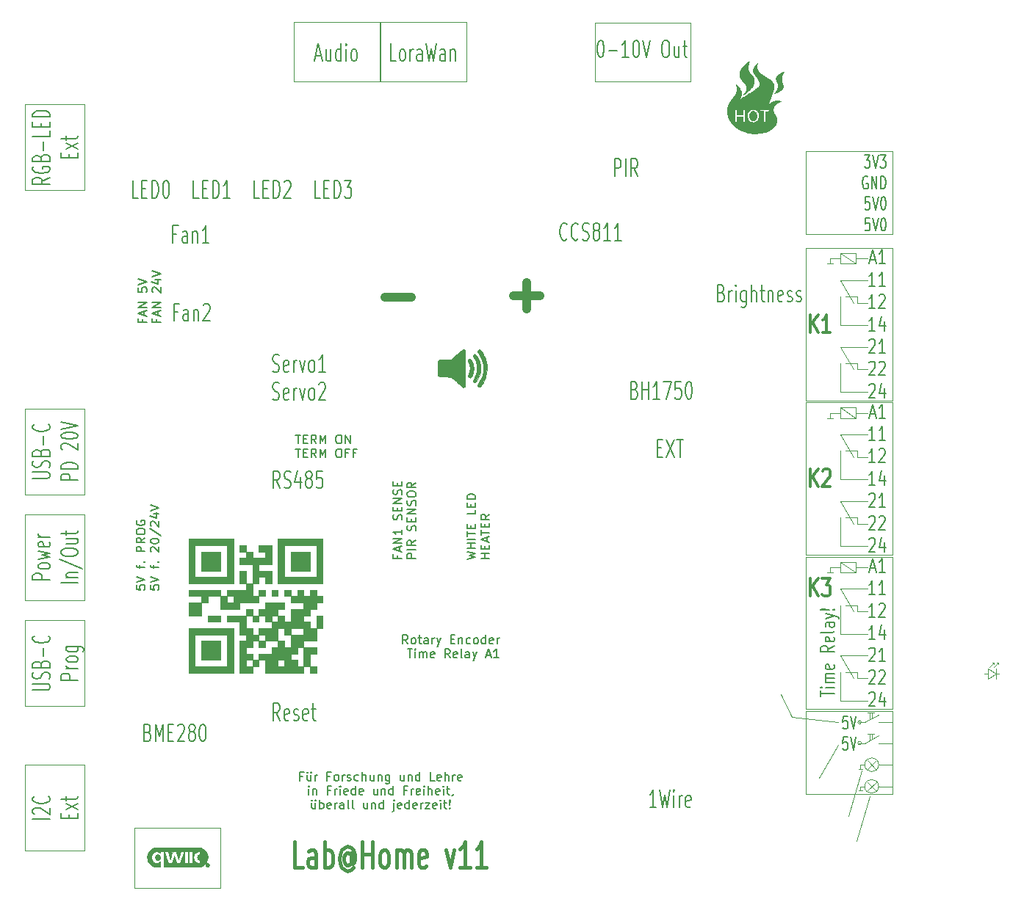
<source format=gbr>
%TF.GenerationSoftware,KiCad,Pcbnew,(6.0.1)*%
%TF.CreationDate,2022-03-29T22:28:26+02:00*%
%TF.ProjectId,pcbV10_front,70636256-3130-45f6-9672-6f6e742e6b69,rev?*%
%TF.SameCoordinates,Original*%
%TF.FileFunction,Legend,Top*%
%TF.FilePolarity,Positive*%
%FSLAX46Y46*%
G04 Gerber Fmt 4.6, Leading zero omitted, Abs format (unit mm)*
G04 Created by KiCad (PCBNEW (6.0.1)) date 2022-03-29 22:28:26*
%MOMM*%
%LPD*%
G01*
G04 APERTURE LIST*
%ADD10C,0.120000*%
%ADD11C,0.150000*%
%ADD12C,0.200000*%
%ADD13C,0.300000*%
%ADD14C,1.000000*%
%ADD15C,0.400000*%
%ADD16C,0.010000*%
G04 APERTURE END LIST*
D10*
X146400000Y-130800000D02*
G75*
G03*
X146400000Y-130800000I-200000J0D01*
G01*
X146400000Y-133200000D02*
G75*
G03*
X146400000Y-133200000I-200000J0D01*
G01*
X146450000Y-136400000D02*
X144950000Y-141600000D01*
X146300000Y-138200000D02*
X146300000Y-138700000D01*
X146500000Y-138700000D02*
X146100000Y-138700000D01*
X146800000Y-138200000D02*
X146300000Y-138200000D01*
X147100000Y-138700000D02*
X148100000Y-137700000D01*
X148400000Y-138200000D02*
G75*
G03*
X148400000Y-138200000I-800000J0D01*
G01*
X147100000Y-137700000D02*
X148100000Y-138750000D01*
X148400000Y-138200000D02*
X150000000Y-138200000D01*
D11*
X144807261Y-130071071D02*
X144331071Y-130071071D01*
X144283452Y-130785357D01*
X144331071Y-130713928D01*
X144426309Y-130642500D01*
X144664404Y-130642500D01*
X144759642Y-130713928D01*
X144807261Y-130785357D01*
X144854880Y-130928214D01*
X144854880Y-131285357D01*
X144807261Y-131428214D01*
X144759642Y-131499642D01*
X144664404Y-131571071D01*
X144426309Y-131571071D01*
X144331071Y-131499642D01*
X144283452Y-131428214D01*
X145140595Y-130071071D02*
X145473928Y-131571071D01*
X145807261Y-130071071D01*
X144807261Y-132486071D02*
X144331071Y-132486071D01*
X144283452Y-133200357D01*
X144331071Y-133128928D01*
X144426309Y-133057500D01*
X144664404Y-133057500D01*
X144759642Y-133128928D01*
X144807261Y-133200357D01*
X144854880Y-133343214D01*
X144854880Y-133700357D01*
X144807261Y-133843214D01*
X144759642Y-133914642D01*
X144664404Y-133986071D01*
X144426309Y-133986071D01*
X144331071Y-133914642D01*
X144283452Y-133843214D01*
X145140595Y-132486071D02*
X145473928Y-133986071D01*
X145807261Y-132486071D01*
D10*
X148400000Y-135700000D02*
X150000000Y-135700000D01*
X143700000Y-133400000D02*
X141500000Y-137200000D01*
X138400000Y-130200000D02*
X137100000Y-127600000D01*
X143700000Y-130800000D02*
X138400000Y-130200000D01*
X148400000Y-130800000D02*
X150000000Y-130800000D01*
X147400000Y-130400000D02*
X147400000Y-129700000D01*
X146100000Y-130800000D02*
X146800000Y-130800000D01*
X146800000Y-130800000D02*
X148400000Y-129900000D01*
X147100000Y-129700000D02*
X147900000Y-129700000D01*
X147600000Y-130350000D02*
X147600000Y-129700000D01*
X146500000Y-136200000D02*
X146100000Y-136200000D01*
X148400000Y-135700000D02*
G75*
G03*
X148400000Y-135700000I-800000J0D01*
G01*
X146800000Y-135700000D02*
X146300000Y-135700000D01*
X146300000Y-135700000D02*
X146300000Y-136200000D01*
X147100000Y-136200000D02*
X148100000Y-135200000D01*
X147100000Y-135200000D02*
X148100000Y-136250000D01*
X147600000Y-132750000D02*
X147600000Y-132100000D01*
X146800000Y-133200000D02*
X148400000Y-132300000D01*
X147100000Y-132100000D02*
X147900000Y-132100000D01*
X146100000Y-133200000D02*
X146800000Y-133200000D01*
X147400000Y-132800000D02*
X147400000Y-132100000D01*
X148400000Y-133200000D02*
X150000000Y-133200000D01*
X147350000Y-139300000D02*
X145850000Y-144500000D01*
X161000000Y-125200000D02*
X160600000Y-125200000D01*
X161900000Y-125200000D02*
X162300000Y-125200000D01*
X162200000Y-123900000D02*
X162200000Y-124100000D01*
X161700000Y-124400000D02*
X162200000Y-123900000D01*
X162200000Y-123900000D02*
X162000000Y-123900000D01*
X161700000Y-123900000D02*
X161700000Y-124100000D01*
X161700000Y-123900000D02*
X161500000Y-123900000D01*
X161200000Y-124400000D02*
X161700000Y-123900000D01*
X161900000Y-124600000D02*
X161900000Y-125800000D01*
X161000000Y-125800000D02*
X161900000Y-125200000D01*
X161000000Y-124600000D02*
X161900000Y-125200000D01*
X161000000Y-125800000D02*
X161000000Y-124600000D01*
D11*
X82023809Y-137018571D02*
X81690476Y-137018571D01*
X81690476Y-137542380D02*
X81690476Y-136542380D01*
X82166666Y-136542380D01*
X82976190Y-136875714D02*
X82976190Y-137542380D01*
X82547619Y-136875714D02*
X82547619Y-137399523D01*
X82595238Y-137494761D01*
X82690476Y-137542380D01*
X82833333Y-137542380D01*
X82928571Y-137494761D01*
X82976190Y-137447142D01*
X82595238Y-136542380D02*
X82642857Y-136590000D01*
X82595238Y-136637619D01*
X82547619Y-136590000D01*
X82595238Y-136542380D01*
X82595238Y-136637619D01*
X82976190Y-136542380D02*
X83023809Y-136590000D01*
X82976190Y-136637619D01*
X82928571Y-136590000D01*
X82976190Y-136542380D01*
X82976190Y-136637619D01*
X83452380Y-137542380D02*
X83452380Y-136875714D01*
X83452380Y-137066190D02*
X83500000Y-136970952D01*
X83547619Y-136923333D01*
X83642857Y-136875714D01*
X83738095Y-136875714D01*
X85166666Y-137018571D02*
X84833333Y-137018571D01*
X84833333Y-137542380D02*
X84833333Y-136542380D01*
X85309523Y-136542380D01*
X85833333Y-137542380D02*
X85738095Y-137494761D01*
X85690476Y-137447142D01*
X85642857Y-137351904D01*
X85642857Y-137066190D01*
X85690476Y-136970952D01*
X85738095Y-136923333D01*
X85833333Y-136875714D01*
X85976190Y-136875714D01*
X86071428Y-136923333D01*
X86119047Y-136970952D01*
X86166666Y-137066190D01*
X86166666Y-137351904D01*
X86119047Y-137447142D01*
X86071428Y-137494761D01*
X85976190Y-137542380D01*
X85833333Y-137542380D01*
X86595238Y-137542380D02*
X86595238Y-136875714D01*
X86595238Y-137066190D02*
X86642857Y-136970952D01*
X86690476Y-136923333D01*
X86785714Y-136875714D01*
X86880952Y-136875714D01*
X87166666Y-137494761D02*
X87261904Y-137542380D01*
X87452380Y-137542380D01*
X87547619Y-137494761D01*
X87595238Y-137399523D01*
X87595238Y-137351904D01*
X87547619Y-137256666D01*
X87452380Y-137209047D01*
X87309523Y-137209047D01*
X87214285Y-137161428D01*
X87166666Y-137066190D01*
X87166666Y-137018571D01*
X87214285Y-136923333D01*
X87309523Y-136875714D01*
X87452380Y-136875714D01*
X87547619Y-136923333D01*
X88452380Y-137494761D02*
X88357142Y-137542380D01*
X88166666Y-137542380D01*
X88071428Y-137494761D01*
X88023809Y-137447142D01*
X87976190Y-137351904D01*
X87976190Y-137066190D01*
X88023809Y-136970952D01*
X88071428Y-136923333D01*
X88166666Y-136875714D01*
X88357142Y-136875714D01*
X88452380Y-136923333D01*
X88880952Y-137542380D02*
X88880952Y-136542380D01*
X89309523Y-137542380D02*
X89309523Y-137018571D01*
X89261904Y-136923333D01*
X89166666Y-136875714D01*
X89023809Y-136875714D01*
X88928571Y-136923333D01*
X88880952Y-136970952D01*
X90214285Y-136875714D02*
X90214285Y-137542380D01*
X89785714Y-136875714D02*
X89785714Y-137399523D01*
X89833333Y-137494761D01*
X89928571Y-137542380D01*
X90071428Y-137542380D01*
X90166666Y-137494761D01*
X90214285Y-137447142D01*
X90690476Y-136875714D02*
X90690476Y-137542380D01*
X90690476Y-136970952D02*
X90738095Y-136923333D01*
X90833333Y-136875714D01*
X90976190Y-136875714D01*
X91071428Y-136923333D01*
X91119047Y-137018571D01*
X91119047Y-137542380D01*
X92023809Y-136875714D02*
X92023809Y-137685238D01*
X91976190Y-137780476D01*
X91928571Y-137828095D01*
X91833333Y-137875714D01*
X91690476Y-137875714D01*
X91595238Y-137828095D01*
X92023809Y-137494761D02*
X91928571Y-137542380D01*
X91738095Y-137542380D01*
X91642857Y-137494761D01*
X91595238Y-137447142D01*
X91547619Y-137351904D01*
X91547619Y-137066190D01*
X91595238Y-136970952D01*
X91642857Y-136923333D01*
X91738095Y-136875714D01*
X91928571Y-136875714D01*
X92023809Y-136923333D01*
X93690476Y-136875714D02*
X93690476Y-137542380D01*
X93261904Y-136875714D02*
X93261904Y-137399523D01*
X93309523Y-137494761D01*
X93404761Y-137542380D01*
X93547619Y-137542380D01*
X93642857Y-137494761D01*
X93690476Y-137447142D01*
X94166666Y-136875714D02*
X94166666Y-137542380D01*
X94166666Y-136970952D02*
X94214285Y-136923333D01*
X94309523Y-136875714D01*
X94452380Y-136875714D01*
X94547619Y-136923333D01*
X94595238Y-137018571D01*
X94595238Y-137542380D01*
X95500000Y-137542380D02*
X95500000Y-136542380D01*
X95500000Y-137494761D02*
X95404761Y-137542380D01*
X95214285Y-137542380D01*
X95119047Y-137494761D01*
X95071428Y-137447142D01*
X95023809Y-137351904D01*
X95023809Y-137066190D01*
X95071428Y-136970952D01*
X95119047Y-136923333D01*
X95214285Y-136875714D01*
X95404761Y-136875714D01*
X95500000Y-136923333D01*
X97214285Y-137542380D02*
X96738095Y-137542380D01*
X96738095Y-136542380D01*
X97928571Y-137494761D02*
X97833333Y-137542380D01*
X97642857Y-137542380D01*
X97547619Y-137494761D01*
X97500000Y-137399523D01*
X97500000Y-137018571D01*
X97547619Y-136923333D01*
X97642857Y-136875714D01*
X97833333Y-136875714D01*
X97928571Y-136923333D01*
X97976190Y-137018571D01*
X97976190Y-137113809D01*
X97500000Y-137209047D01*
X98404761Y-137542380D02*
X98404761Y-136542380D01*
X98833333Y-137542380D02*
X98833333Y-137018571D01*
X98785714Y-136923333D01*
X98690476Y-136875714D01*
X98547619Y-136875714D01*
X98452380Y-136923333D01*
X98404761Y-136970952D01*
X99309523Y-137542380D02*
X99309523Y-136875714D01*
X99309523Y-137066190D02*
X99357142Y-136970952D01*
X99404761Y-136923333D01*
X99500000Y-136875714D01*
X99595238Y-136875714D01*
X100309523Y-137494761D02*
X100214285Y-137542380D01*
X100023809Y-137542380D01*
X99928571Y-137494761D01*
X99880952Y-137399523D01*
X99880952Y-137018571D01*
X99928571Y-136923333D01*
X100023809Y-136875714D01*
X100214285Y-136875714D01*
X100309523Y-136923333D01*
X100357142Y-137018571D01*
X100357142Y-137113809D01*
X99880952Y-137209047D01*
X82714285Y-139152380D02*
X82714285Y-138485714D01*
X82714285Y-138152380D02*
X82666666Y-138200000D01*
X82714285Y-138247619D01*
X82761904Y-138200000D01*
X82714285Y-138152380D01*
X82714285Y-138247619D01*
X83190476Y-138485714D02*
X83190476Y-139152380D01*
X83190476Y-138580952D02*
X83238095Y-138533333D01*
X83333333Y-138485714D01*
X83476190Y-138485714D01*
X83571428Y-138533333D01*
X83619047Y-138628571D01*
X83619047Y-139152380D01*
X85190476Y-138628571D02*
X84857142Y-138628571D01*
X84857142Y-139152380D02*
X84857142Y-138152380D01*
X85333333Y-138152380D01*
X85714285Y-139152380D02*
X85714285Y-138485714D01*
X85714285Y-138676190D02*
X85761904Y-138580952D01*
X85809523Y-138533333D01*
X85904761Y-138485714D01*
X86000000Y-138485714D01*
X86333333Y-139152380D02*
X86333333Y-138485714D01*
X86333333Y-138152380D02*
X86285714Y-138200000D01*
X86333333Y-138247619D01*
X86380952Y-138200000D01*
X86333333Y-138152380D01*
X86333333Y-138247619D01*
X87190476Y-139104761D02*
X87095238Y-139152380D01*
X86904761Y-139152380D01*
X86809523Y-139104761D01*
X86761904Y-139009523D01*
X86761904Y-138628571D01*
X86809523Y-138533333D01*
X86904761Y-138485714D01*
X87095238Y-138485714D01*
X87190476Y-138533333D01*
X87238095Y-138628571D01*
X87238095Y-138723809D01*
X86761904Y-138819047D01*
X88095238Y-139152380D02*
X88095238Y-138152380D01*
X88095238Y-139104761D02*
X88000000Y-139152380D01*
X87809523Y-139152380D01*
X87714285Y-139104761D01*
X87666666Y-139057142D01*
X87619047Y-138961904D01*
X87619047Y-138676190D01*
X87666666Y-138580952D01*
X87714285Y-138533333D01*
X87809523Y-138485714D01*
X88000000Y-138485714D01*
X88095238Y-138533333D01*
X88952380Y-139104761D02*
X88857142Y-139152380D01*
X88666666Y-139152380D01*
X88571428Y-139104761D01*
X88523809Y-139009523D01*
X88523809Y-138628571D01*
X88571428Y-138533333D01*
X88666666Y-138485714D01*
X88857142Y-138485714D01*
X88952380Y-138533333D01*
X89000000Y-138628571D01*
X89000000Y-138723809D01*
X88523809Y-138819047D01*
X90619047Y-138485714D02*
X90619047Y-139152380D01*
X90190476Y-138485714D02*
X90190476Y-139009523D01*
X90238095Y-139104761D01*
X90333333Y-139152380D01*
X90476190Y-139152380D01*
X90571428Y-139104761D01*
X90619047Y-139057142D01*
X91095238Y-138485714D02*
X91095238Y-139152380D01*
X91095238Y-138580952D02*
X91142857Y-138533333D01*
X91238095Y-138485714D01*
X91380952Y-138485714D01*
X91476190Y-138533333D01*
X91523809Y-138628571D01*
X91523809Y-139152380D01*
X92428571Y-139152380D02*
X92428571Y-138152380D01*
X92428571Y-139104761D02*
X92333333Y-139152380D01*
X92142857Y-139152380D01*
X92047619Y-139104761D01*
X92000000Y-139057142D01*
X91952380Y-138961904D01*
X91952380Y-138676190D01*
X92000000Y-138580952D01*
X92047619Y-138533333D01*
X92142857Y-138485714D01*
X92333333Y-138485714D01*
X92428571Y-138533333D01*
X94000000Y-138628571D02*
X93666666Y-138628571D01*
X93666666Y-139152380D02*
X93666666Y-138152380D01*
X94142857Y-138152380D01*
X94523809Y-139152380D02*
X94523809Y-138485714D01*
X94523809Y-138676190D02*
X94571428Y-138580952D01*
X94619047Y-138533333D01*
X94714285Y-138485714D01*
X94809523Y-138485714D01*
X95523809Y-139104761D02*
X95428571Y-139152380D01*
X95238095Y-139152380D01*
X95142857Y-139104761D01*
X95095238Y-139009523D01*
X95095238Y-138628571D01*
X95142857Y-138533333D01*
X95238095Y-138485714D01*
X95428571Y-138485714D01*
X95523809Y-138533333D01*
X95571428Y-138628571D01*
X95571428Y-138723809D01*
X95095238Y-138819047D01*
X96000000Y-139152380D02*
X96000000Y-138485714D01*
X96000000Y-138152380D02*
X95952380Y-138200000D01*
X96000000Y-138247619D01*
X96047619Y-138200000D01*
X96000000Y-138152380D01*
X96000000Y-138247619D01*
X96476190Y-139152380D02*
X96476190Y-138152380D01*
X96904761Y-139152380D02*
X96904761Y-138628571D01*
X96857142Y-138533333D01*
X96761904Y-138485714D01*
X96619047Y-138485714D01*
X96523809Y-138533333D01*
X96476190Y-138580952D01*
X97761904Y-139104761D02*
X97666666Y-139152380D01*
X97476190Y-139152380D01*
X97380952Y-139104761D01*
X97333333Y-139009523D01*
X97333333Y-138628571D01*
X97380952Y-138533333D01*
X97476190Y-138485714D01*
X97666666Y-138485714D01*
X97761904Y-138533333D01*
X97809523Y-138628571D01*
X97809523Y-138723809D01*
X97333333Y-138819047D01*
X98238095Y-139152380D02*
X98238095Y-138485714D01*
X98238095Y-138152380D02*
X98190476Y-138200000D01*
X98238095Y-138247619D01*
X98285714Y-138200000D01*
X98238095Y-138152380D01*
X98238095Y-138247619D01*
X98571428Y-138485714D02*
X98952380Y-138485714D01*
X98714285Y-138152380D02*
X98714285Y-139009523D01*
X98761904Y-139104761D01*
X98857142Y-139152380D01*
X98952380Y-139152380D01*
X99333333Y-139104761D02*
X99333333Y-139152380D01*
X99285714Y-139247619D01*
X99238095Y-139295238D01*
X83476190Y-140095714D02*
X83476190Y-140762380D01*
X83047619Y-140095714D02*
X83047619Y-140619523D01*
X83095238Y-140714761D01*
X83190476Y-140762380D01*
X83333333Y-140762380D01*
X83428571Y-140714761D01*
X83476190Y-140667142D01*
X83095238Y-139762380D02*
X83142857Y-139810000D01*
X83095238Y-139857619D01*
X83047619Y-139810000D01*
X83095238Y-139762380D01*
X83095238Y-139857619D01*
X83476190Y-139762380D02*
X83523809Y-139810000D01*
X83476190Y-139857619D01*
X83428571Y-139810000D01*
X83476190Y-139762380D01*
X83476190Y-139857619D01*
X83952380Y-140762380D02*
X83952380Y-139762380D01*
X83952380Y-140143333D02*
X84047619Y-140095714D01*
X84238095Y-140095714D01*
X84333333Y-140143333D01*
X84380952Y-140190952D01*
X84428571Y-140286190D01*
X84428571Y-140571904D01*
X84380952Y-140667142D01*
X84333333Y-140714761D01*
X84238095Y-140762380D01*
X84047619Y-140762380D01*
X83952380Y-140714761D01*
X85238095Y-140714761D02*
X85142857Y-140762380D01*
X84952380Y-140762380D01*
X84857142Y-140714761D01*
X84809523Y-140619523D01*
X84809523Y-140238571D01*
X84857142Y-140143333D01*
X84952380Y-140095714D01*
X85142857Y-140095714D01*
X85238095Y-140143333D01*
X85285714Y-140238571D01*
X85285714Y-140333809D01*
X84809523Y-140429047D01*
X85714285Y-140762380D02*
X85714285Y-140095714D01*
X85714285Y-140286190D02*
X85761904Y-140190952D01*
X85809523Y-140143333D01*
X85904761Y-140095714D01*
X86000000Y-140095714D01*
X86761904Y-140762380D02*
X86761904Y-140238571D01*
X86714285Y-140143333D01*
X86619047Y-140095714D01*
X86428571Y-140095714D01*
X86333333Y-140143333D01*
X86761904Y-140714761D02*
X86666666Y-140762380D01*
X86428571Y-140762380D01*
X86333333Y-140714761D01*
X86285714Y-140619523D01*
X86285714Y-140524285D01*
X86333333Y-140429047D01*
X86428571Y-140381428D01*
X86666666Y-140381428D01*
X86761904Y-140333809D01*
X87380952Y-140762380D02*
X87285714Y-140714761D01*
X87238095Y-140619523D01*
X87238095Y-139762380D01*
X87904761Y-140762380D02*
X87809523Y-140714761D01*
X87761904Y-140619523D01*
X87761904Y-139762380D01*
X89476190Y-140095714D02*
X89476190Y-140762380D01*
X89047619Y-140095714D02*
X89047619Y-140619523D01*
X89095238Y-140714761D01*
X89190476Y-140762380D01*
X89333333Y-140762380D01*
X89428571Y-140714761D01*
X89476190Y-140667142D01*
X89952380Y-140095714D02*
X89952380Y-140762380D01*
X89952380Y-140190952D02*
X90000000Y-140143333D01*
X90095238Y-140095714D01*
X90238095Y-140095714D01*
X90333333Y-140143333D01*
X90380952Y-140238571D01*
X90380952Y-140762380D01*
X91285714Y-140762380D02*
X91285714Y-139762380D01*
X91285714Y-140714761D02*
X91190476Y-140762380D01*
X91000000Y-140762380D01*
X90904761Y-140714761D01*
X90857142Y-140667142D01*
X90809523Y-140571904D01*
X90809523Y-140286190D01*
X90857142Y-140190952D01*
X90904761Y-140143333D01*
X91000000Y-140095714D01*
X91190476Y-140095714D01*
X91285714Y-140143333D01*
X92523809Y-140095714D02*
X92523809Y-140952857D01*
X92476190Y-141048095D01*
X92380952Y-141095714D01*
X92333333Y-141095714D01*
X92523809Y-139762380D02*
X92476190Y-139810000D01*
X92523809Y-139857619D01*
X92571428Y-139810000D01*
X92523809Y-139762380D01*
X92523809Y-139857619D01*
X93380952Y-140714761D02*
X93285714Y-140762380D01*
X93095238Y-140762380D01*
X93000000Y-140714761D01*
X92952380Y-140619523D01*
X92952380Y-140238571D01*
X93000000Y-140143333D01*
X93095238Y-140095714D01*
X93285714Y-140095714D01*
X93380952Y-140143333D01*
X93428571Y-140238571D01*
X93428571Y-140333809D01*
X92952380Y-140429047D01*
X94285714Y-140762380D02*
X94285714Y-139762380D01*
X94285714Y-140714761D02*
X94190476Y-140762380D01*
X94000000Y-140762380D01*
X93904761Y-140714761D01*
X93857142Y-140667142D01*
X93809523Y-140571904D01*
X93809523Y-140286190D01*
X93857142Y-140190952D01*
X93904761Y-140143333D01*
X94000000Y-140095714D01*
X94190476Y-140095714D01*
X94285714Y-140143333D01*
X95142857Y-140714761D02*
X95047619Y-140762380D01*
X94857142Y-140762380D01*
X94761904Y-140714761D01*
X94714285Y-140619523D01*
X94714285Y-140238571D01*
X94761904Y-140143333D01*
X94857142Y-140095714D01*
X95047619Y-140095714D01*
X95142857Y-140143333D01*
X95190476Y-140238571D01*
X95190476Y-140333809D01*
X94714285Y-140429047D01*
X95619047Y-140762380D02*
X95619047Y-140095714D01*
X95619047Y-140286190D02*
X95666666Y-140190952D01*
X95714285Y-140143333D01*
X95809523Y-140095714D01*
X95904761Y-140095714D01*
X96142857Y-140095714D02*
X96666666Y-140095714D01*
X96142857Y-140762380D01*
X96666666Y-140762380D01*
X97428571Y-140714761D02*
X97333333Y-140762380D01*
X97142857Y-140762380D01*
X97047619Y-140714761D01*
X97000000Y-140619523D01*
X97000000Y-140238571D01*
X97047619Y-140143333D01*
X97142857Y-140095714D01*
X97333333Y-140095714D01*
X97428571Y-140143333D01*
X97476190Y-140238571D01*
X97476190Y-140333809D01*
X97000000Y-140429047D01*
X97904761Y-140762380D02*
X97904761Y-140095714D01*
X97904761Y-139762380D02*
X97857142Y-139810000D01*
X97904761Y-139857619D01*
X97952380Y-139810000D01*
X97904761Y-139762380D01*
X97904761Y-139857619D01*
X98238095Y-140095714D02*
X98619047Y-140095714D01*
X98380952Y-139762380D02*
X98380952Y-140619523D01*
X98428571Y-140714761D01*
X98523809Y-140762380D01*
X98619047Y-140762380D01*
X98952380Y-140667142D02*
X98999999Y-140714761D01*
X98952380Y-140762380D01*
X98904761Y-140714761D01*
X98952380Y-140667142D01*
X98952380Y-140762380D01*
X98952380Y-140381428D02*
X98904761Y-139810000D01*
X98952380Y-139762380D01*
X98999999Y-139810000D01*
X98952380Y-140381428D01*
X98952380Y-139762380D01*
D12*
X130272857Y-81257142D02*
X130458571Y-81352380D01*
X130520476Y-81447619D01*
X130582380Y-81638095D01*
X130582380Y-81923809D01*
X130520476Y-82114285D01*
X130458571Y-82209523D01*
X130334761Y-82304761D01*
X129839523Y-82304761D01*
X129839523Y-80304761D01*
X130272857Y-80304761D01*
X130396666Y-80400000D01*
X130458571Y-80495238D01*
X130520476Y-80685714D01*
X130520476Y-80876190D01*
X130458571Y-81066666D01*
X130396666Y-81161904D01*
X130272857Y-81257142D01*
X129839523Y-81257142D01*
X131139523Y-82304761D02*
X131139523Y-80971428D01*
X131139523Y-81352380D02*
X131201428Y-81161904D01*
X131263333Y-81066666D01*
X131387142Y-80971428D01*
X131510952Y-80971428D01*
X131944285Y-82304761D02*
X131944285Y-80971428D01*
X131944285Y-80304761D02*
X131882380Y-80400000D01*
X131944285Y-80495238D01*
X132006190Y-80400000D01*
X131944285Y-80304761D01*
X131944285Y-80495238D01*
X133120476Y-80971428D02*
X133120476Y-82590476D01*
X133058571Y-82780952D01*
X132996666Y-82876190D01*
X132872857Y-82971428D01*
X132687142Y-82971428D01*
X132563333Y-82876190D01*
X133120476Y-82209523D02*
X132996666Y-82304761D01*
X132749047Y-82304761D01*
X132625238Y-82209523D01*
X132563333Y-82114285D01*
X132501428Y-81923809D01*
X132501428Y-81352380D01*
X132563333Y-81161904D01*
X132625238Y-81066666D01*
X132749047Y-80971428D01*
X132996666Y-80971428D01*
X133120476Y-81066666D01*
X133739523Y-82304761D02*
X133739523Y-80304761D01*
X134296666Y-82304761D02*
X134296666Y-81257142D01*
X134234761Y-81066666D01*
X134110952Y-80971428D01*
X133925238Y-80971428D01*
X133801428Y-81066666D01*
X133739523Y-81161904D01*
X134730000Y-80971428D02*
X135225238Y-80971428D01*
X134915714Y-80304761D02*
X134915714Y-82019047D01*
X134977619Y-82209523D01*
X135101428Y-82304761D01*
X135225238Y-82304761D01*
X135658571Y-80971428D02*
X135658571Y-82304761D01*
X135658571Y-81161904D02*
X135720476Y-81066666D01*
X135844285Y-80971428D01*
X136030000Y-80971428D01*
X136153809Y-81066666D01*
X136215714Y-81257142D01*
X136215714Y-82304761D01*
X137330000Y-82209523D02*
X137206190Y-82304761D01*
X136958571Y-82304761D01*
X136834761Y-82209523D01*
X136772857Y-82019047D01*
X136772857Y-81257142D01*
X136834761Y-81066666D01*
X136958571Y-80971428D01*
X137206190Y-80971428D01*
X137330000Y-81066666D01*
X137391904Y-81257142D01*
X137391904Y-81447619D01*
X136772857Y-81638095D01*
X137887142Y-82209523D02*
X138010952Y-82304761D01*
X138258571Y-82304761D01*
X138382380Y-82209523D01*
X138444285Y-82019047D01*
X138444285Y-81923809D01*
X138382380Y-81733333D01*
X138258571Y-81638095D01*
X138072857Y-81638095D01*
X137949047Y-81542857D01*
X137887142Y-81352380D01*
X137887142Y-81257142D01*
X137949047Y-81066666D01*
X138072857Y-80971428D01*
X138258571Y-80971428D01*
X138382380Y-81066666D01*
X138939523Y-82209523D02*
X139063333Y-82304761D01*
X139310952Y-82304761D01*
X139434761Y-82209523D01*
X139496666Y-82019047D01*
X139496666Y-81923809D01*
X139434761Y-81733333D01*
X139310952Y-81638095D01*
X139125238Y-81638095D01*
X139001428Y-81542857D01*
X138939523Y-81352380D01*
X138939523Y-81257142D01*
X139001428Y-81066666D01*
X139125238Y-80971428D01*
X139310952Y-80971428D01*
X139434761Y-81066666D01*
D10*
X142500000Y-113500000D02*
X143100000Y-113500000D01*
X144000000Y-112300000D02*
X145800000Y-113500000D01*
X145800000Y-112900000D02*
X147100000Y-112900000D01*
X144000000Y-112300000D02*
X145800000Y-112300000D01*
X145800000Y-112300000D02*
X145800000Y-113500000D01*
X145800000Y-113500000D02*
X144000000Y-113500000D01*
X144000000Y-113500000D02*
X144000000Y-112300000D01*
X144000000Y-112900000D02*
X142800000Y-112900000D01*
X142800000Y-112900000D02*
X142800000Y-113500000D01*
X142500000Y-95700000D02*
X143100000Y-95700000D01*
X145800000Y-95100000D02*
X147100000Y-95100000D01*
X144000000Y-95100000D02*
X142800000Y-95100000D01*
X142800000Y-95100000D02*
X142800000Y-95700000D01*
X144000000Y-94500000D02*
X145800000Y-95700000D01*
X144000000Y-94500000D02*
X145800000Y-94500000D01*
X145800000Y-94500000D02*
X145800000Y-95700000D01*
X145800000Y-95700000D02*
X144000000Y-95700000D01*
X144000000Y-95700000D02*
X144000000Y-94500000D01*
X144000000Y-123100000D02*
X145500000Y-125700000D01*
X145900000Y-125700000D02*
X147100000Y-125700000D01*
X144600000Y-125000000D02*
X145900000Y-125000000D01*
X145900000Y-125000000D02*
X145900000Y-125700000D01*
X144000000Y-123100000D02*
X147100000Y-123100000D01*
X144000000Y-128300000D02*
X147100000Y-128300000D01*
X144000000Y-125000000D02*
X144000000Y-128300000D01*
X144000000Y-117300000D02*
X144000000Y-120600000D01*
X144000000Y-115400000D02*
X145500000Y-118000000D01*
X145900000Y-118000000D02*
X147100000Y-118000000D01*
X145900000Y-117300000D02*
X145900000Y-118000000D01*
X144600000Y-117300000D02*
X145900000Y-117300000D01*
X144000000Y-115400000D02*
X147100000Y-115400000D01*
X144000000Y-120600000D02*
X147100000Y-120600000D01*
X144000000Y-110500000D02*
X147100000Y-110500000D01*
X145900000Y-107900000D02*
X147100000Y-107900000D01*
X145900000Y-107200000D02*
X145900000Y-107900000D01*
X144600000Y-107200000D02*
X145900000Y-107200000D01*
X144000000Y-105300000D02*
X147100000Y-105300000D01*
X144000000Y-107200000D02*
X144000000Y-110500000D01*
X144000000Y-105300000D02*
X145500000Y-107900000D01*
X144000000Y-102800000D02*
X147100000Y-102800000D01*
X145900000Y-99500000D02*
X145900000Y-100200000D01*
X145900000Y-100200000D02*
X147100000Y-100200000D01*
X144600000Y-99500000D02*
X145900000Y-99500000D01*
X144000000Y-97600000D02*
X147100000Y-97600000D01*
X144000000Y-99500000D02*
X144000000Y-102800000D01*
X144000000Y-97600000D02*
X145500000Y-100200000D01*
X144000000Y-92700000D02*
X147100000Y-92700000D01*
X144000000Y-89400000D02*
X144000000Y-92700000D01*
X144000000Y-87500000D02*
X147100000Y-87500000D01*
X145900000Y-89400000D02*
X145900000Y-90100000D01*
X145900000Y-90100000D02*
X147100000Y-90100000D01*
X144600000Y-89400000D02*
X145900000Y-89400000D01*
X144000000Y-87500000D02*
X145500000Y-90100000D01*
X142500000Y-77900000D02*
X143100000Y-77900000D01*
X142800000Y-77300000D02*
X142800000Y-77900000D01*
X144000000Y-77300000D02*
X142800000Y-77300000D01*
X145800000Y-77300000D02*
X147100000Y-77300000D01*
X144000000Y-79800000D02*
X147100000Y-79800000D01*
X145900000Y-81700000D02*
X145900000Y-82400000D01*
X145900000Y-82400000D02*
X147100000Y-82400000D01*
X144600000Y-81700000D02*
X145900000Y-81700000D01*
X144000000Y-79800000D02*
X145500000Y-82400000D01*
X144000000Y-85000000D02*
X147100000Y-85000000D01*
X144000000Y-81700000D02*
X144000000Y-85000000D01*
X144000000Y-76700000D02*
X145800000Y-77900000D01*
X144000000Y-76700000D02*
X145800000Y-76700000D01*
X145800000Y-76700000D02*
X145800000Y-77900000D01*
X145800000Y-77900000D02*
X144000000Y-77900000D01*
X144000000Y-77900000D02*
X144000000Y-76700000D01*
X50000000Y-106800000D02*
X56900000Y-106800000D01*
X56900000Y-106800000D02*
X56900000Y-116700000D01*
X56900000Y-116700000D02*
X50000000Y-116700000D01*
X50000000Y-116700000D02*
X50000000Y-106800000D01*
X150000000Y-139100000D02*
X140000000Y-139100000D01*
X140000000Y-139100000D02*
X140000000Y-129500000D01*
X140000000Y-129500000D02*
X150000000Y-129500000D01*
X150000000Y-129500000D02*
X150000000Y-139100000D01*
X150000000Y-111700000D02*
X140000000Y-111700000D01*
X140000000Y-111700000D02*
X140000000Y-129300000D01*
X140000000Y-129300000D02*
X150000000Y-129300000D01*
X150000000Y-129300000D02*
X150000000Y-111700000D01*
X150000000Y-74500000D02*
X140000000Y-74500000D01*
X140000000Y-74500000D02*
X140000000Y-64900000D01*
X140000000Y-64900000D02*
X150000000Y-64900000D01*
X150000000Y-64900000D02*
X150000000Y-74500000D01*
X126700000Y-50100000D02*
X115700000Y-50100000D01*
X115700000Y-50100000D02*
X115700000Y-56900000D01*
X115700000Y-56900000D02*
X126700000Y-56900000D01*
X126700000Y-56900000D02*
X126700000Y-50100000D01*
X50000000Y-94600000D02*
X56900000Y-94600000D01*
X56900000Y-94600000D02*
X56900000Y-104500000D01*
X56900000Y-104500000D02*
X50000000Y-104500000D01*
X50000000Y-104500000D02*
X50000000Y-94600000D01*
X90900000Y-50000000D02*
X81000000Y-50000000D01*
X81000000Y-50000000D02*
X81000000Y-56900000D01*
X81000000Y-56900000D02*
X90900000Y-56900000D01*
X90900000Y-56900000D02*
X90900000Y-50000000D01*
X72500000Y-143000000D02*
X62600000Y-143000000D01*
X62600000Y-143000000D02*
X62600000Y-149900000D01*
X62600000Y-149900000D02*
X72500000Y-149900000D01*
X72500000Y-149900000D02*
X72500000Y-143000000D01*
X50000000Y-119000000D02*
X56900000Y-119000000D01*
X56900000Y-119000000D02*
X56900000Y-128900000D01*
X56900000Y-128900000D02*
X50000000Y-128900000D01*
X50000000Y-128900000D02*
X50000000Y-119000000D01*
X150000000Y-76100000D02*
X140000000Y-76100000D01*
X140000000Y-76100000D02*
X140000000Y-93700000D01*
X140000000Y-93700000D02*
X150000000Y-93700000D01*
X150000000Y-93700000D02*
X150000000Y-76100000D01*
X150000000Y-93900000D02*
X140000000Y-93900000D01*
X140000000Y-93900000D02*
X140000000Y-111500000D01*
X140000000Y-111500000D02*
X150000000Y-111500000D01*
X150000000Y-111500000D02*
X150000000Y-93900000D01*
X50000000Y-135700000D02*
X56900000Y-135700000D01*
X56900000Y-135700000D02*
X56900000Y-145600000D01*
X56900000Y-145600000D02*
X50000000Y-145600000D01*
X50000000Y-145600000D02*
X50000000Y-135700000D01*
X50000000Y-59500000D02*
X56900000Y-59500000D01*
X56900000Y-59500000D02*
X56900000Y-69400000D01*
X56900000Y-69400000D02*
X50000000Y-69400000D01*
X50000000Y-69400000D02*
X50000000Y-59500000D01*
X100900000Y-50000000D02*
X91000000Y-50000000D01*
X91000000Y-50000000D02*
X91000000Y-56900000D01*
X91000000Y-56900000D02*
X100900000Y-56900000D01*
X100900000Y-56900000D02*
X100900000Y-50000000D01*
D13*
X140552142Y-116204761D02*
X140552142Y-114204761D01*
X141409285Y-116204761D02*
X140766428Y-115061904D01*
X141409285Y-114204761D02*
X140552142Y-115347619D01*
X141909285Y-114204761D02*
X142837857Y-114204761D01*
X142337857Y-114966666D01*
X142552142Y-114966666D01*
X142695000Y-115061904D01*
X142766428Y-115157142D01*
X142837857Y-115347619D01*
X142837857Y-115823809D01*
X142766428Y-116014285D01*
X142695000Y-116109523D01*
X142552142Y-116204761D01*
X142123571Y-116204761D01*
X141980714Y-116109523D01*
X141909285Y-116014285D01*
D12*
X77045238Y-70304761D02*
X76426190Y-70304761D01*
X76426190Y-68304761D01*
X77478571Y-69257142D02*
X77911904Y-69257142D01*
X78097619Y-70304761D02*
X77478571Y-70304761D01*
X77478571Y-68304761D01*
X78097619Y-68304761D01*
X78654761Y-70304761D02*
X78654761Y-68304761D01*
X78964285Y-68304761D01*
X79150000Y-68400000D01*
X79273809Y-68590476D01*
X79335714Y-68780952D01*
X79397619Y-69161904D01*
X79397619Y-69447619D01*
X79335714Y-69828571D01*
X79273809Y-70019047D01*
X79150000Y-70209523D01*
X78964285Y-70304761D01*
X78654761Y-70304761D01*
X79892857Y-68495238D02*
X79954761Y-68400000D01*
X80078571Y-68304761D01*
X80388095Y-68304761D01*
X80511904Y-68400000D01*
X80573809Y-68495238D01*
X80635714Y-68685714D01*
X80635714Y-68876190D01*
X80573809Y-69161904D01*
X79830952Y-70304761D01*
X80635714Y-70304761D01*
D14*
X106276190Y-81585714D02*
X109323809Y-81585714D01*
X107800000Y-83109523D02*
X107800000Y-80061904D01*
D11*
X100947380Y-111959642D02*
X101947380Y-111721547D01*
X101233095Y-111531071D01*
X101947380Y-111340595D01*
X100947380Y-111102500D01*
X101947380Y-110721547D02*
X100947380Y-110721547D01*
X101423571Y-110721547D02*
X101423571Y-110150119D01*
X101947380Y-110150119D02*
X100947380Y-110150119D01*
X101947380Y-109673928D02*
X100947380Y-109673928D01*
X100947380Y-109340595D02*
X100947380Y-108769166D01*
X101947380Y-109054880D02*
X100947380Y-109054880D01*
X101423571Y-108435833D02*
X101423571Y-108102500D01*
X101947380Y-107959642D02*
X101947380Y-108435833D01*
X100947380Y-108435833D01*
X100947380Y-107959642D01*
X101947380Y-106292976D02*
X101947380Y-106769166D01*
X100947380Y-106769166D01*
X101423571Y-105959642D02*
X101423571Y-105626309D01*
X101947380Y-105483452D02*
X101947380Y-105959642D01*
X100947380Y-105959642D01*
X100947380Y-105483452D01*
X101947380Y-105054880D02*
X100947380Y-105054880D01*
X100947380Y-104816785D01*
X100995000Y-104673928D01*
X101090238Y-104578690D01*
X101185476Y-104531071D01*
X101375952Y-104483452D01*
X101518809Y-104483452D01*
X101709285Y-104531071D01*
X101804523Y-104578690D01*
X101899761Y-104673928D01*
X101947380Y-104816785D01*
X101947380Y-105054880D01*
X103557380Y-111864404D02*
X102557380Y-111864404D01*
X103033571Y-111864404D02*
X103033571Y-111292976D01*
X103557380Y-111292976D02*
X102557380Y-111292976D01*
X103033571Y-110816785D02*
X103033571Y-110483452D01*
X103557380Y-110340595D02*
X103557380Y-110816785D01*
X102557380Y-110816785D01*
X102557380Y-110340595D01*
X103271666Y-109959642D02*
X103271666Y-109483452D01*
X103557380Y-110054880D02*
X102557380Y-109721547D01*
X103557380Y-109388214D01*
X102557380Y-109197738D02*
X102557380Y-108626309D01*
X103557380Y-108912023D02*
X102557380Y-108912023D01*
X103033571Y-108292976D02*
X103033571Y-107959642D01*
X103557380Y-107816785D02*
X103557380Y-108292976D01*
X102557380Y-108292976D01*
X102557380Y-107816785D01*
X103557380Y-106816785D02*
X103081190Y-107150119D01*
X103557380Y-107388214D02*
X102557380Y-107388214D01*
X102557380Y-107007261D01*
X102605000Y-106912023D01*
X102652619Y-106864404D01*
X102747857Y-106816785D01*
X102890714Y-106816785D01*
X102985952Y-106864404D01*
X103033571Y-106912023D01*
X103081190Y-107007261D01*
X103081190Y-107388214D01*
D12*
X79382380Y-103804761D02*
X78949047Y-102852380D01*
X78639523Y-103804761D02*
X78639523Y-101804761D01*
X79134761Y-101804761D01*
X79258571Y-101900000D01*
X79320476Y-101995238D01*
X79382380Y-102185714D01*
X79382380Y-102471428D01*
X79320476Y-102661904D01*
X79258571Y-102757142D01*
X79134761Y-102852380D01*
X78639523Y-102852380D01*
X79877619Y-103709523D02*
X80063333Y-103804761D01*
X80372857Y-103804761D01*
X80496666Y-103709523D01*
X80558571Y-103614285D01*
X80620476Y-103423809D01*
X80620476Y-103233333D01*
X80558571Y-103042857D01*
X80496666Y-102947619D01*
X80372857Y-102852380D01*
X80125238Y-102757142D01*
X80001428Y-102661904D01*
X79939523Y-102566666D01*
X79877619Y-102376190D01*
X79877619Y-102185714D01*
X79939523Y-101995238D01*
X80001428Y-101900000D01*
X80125238Y-101804761D01*
X80434761Y-101804761D01*
X80620476Y-101900000D01*
X81734761Y-102471428D02*
X81734761Y-103804761D01*
X81425238Y-101709523D02*
X81115714Y-103138095D01*
X81920476Y-103138095D01*
X82601428Y-102661904D02*
X82477619Y-102566666D01*
X82415714Y-102471428D01*
X82353809Y-102280952D01*
X82353809Y-102185714D01*
X82415714Y-101995238D01*
X82477619Y-101900000D01*
X82601428Y-101804761D01*
X82849047Y-101804761D01*
X82972857Y-101900000D01*
X83034761Y-101995238D01*
X83096666Y-102185714D01*
X83096666Y-102280952D01*
X83034761Y-102471428D01*
X82972857Y-102566666D01*
X82849047Y-102661904D01*
X82601428Y-102661904D01*
X82477619Y-102757142D01*
X82415714Y-102852380D01*
X82353809Y-103042857D01*
X82353809Y-103423809D01*
X82415714Y-103614285D01*
X82477619Y-103709523D01*
X82601428Y-103804761D01*
X82849047Y-103804761D01*
X82972857Y-103709523D01*
X83034761Y-103614285D01*
X83096666Y-103423809D01*
X83096666Y-103042857D01*
X83034761Y-102852380D01*
X82972857Y-102757142D01*
X82849047Y-102661904D01*
X84272857Y-101804761D02*
X83653809Y-101804761D01*
X83591904Y-102757142D01*
X83653809Y-102661904D01*
X83777619Y-102566666D01*
X84087142Y-102566666D01*
X84210952Y-102661904D01*
X84272857Y-102757142D01*
X84334761Y-102947619D01*
X84334761Y-103423809D01*
X84272857Y-103614285D01*
X84210952Y-103709523D01*
X84087142Y-103804761D01*
X83777619Y-103804761D01*
X83653809Y-103709523D01*
X83591904Y-103614285D01*
X84045238Y-70304761D02*
X83426190Y-70304761D01*
X83426190Y-68304761D01*
X84478571Y-69257142D02*
X84911904Y-69257142D01*
X85097619Y-70304761D02*
X84478571Y-70304761D01*
X84478571Y-68304761D01*
X85097619Y-68304761D01*
X85654761Y-70304761D02*
X85654761Y-68304761D01*
X85964285Y-68304761D01*
X86150000Y-68400000D01*
X86273809Y-68590476D01*
X86335714Y-68780952D01*
X86397619Y-69161904D01*
X86397619Y-69447619D01*
X86335714Y-69828571D01*
X86273809Y-70019047D01*
X86150000Y-70209523D01*
X85964285Y-70304761D01*
X85654761Y-70304761D01*
X86830952Y-68304761D02*
X87635714Y-68304761D01*
X87202380Y-69066666D01*
X87388095Y-69066666D01*
X87511904Y-69161904D01*
X87573809Y-69257142D01*
X87635714Y-69447619D01*
X87635714Y-69923809D01*
X87573809Y-70114285D01*
X87511904Y-70209523D01*
X87388095Y-70304761D01*
X87016666Y-70304761D01*
X86892857Y-70209523D01*
X86830952Y-70114285D01*
D13*
X140552142Y-103604761D02*
X140552142Y-101604761D01*
X141409285Y-103604761D02*
X140766428Y-102461904D01*
X141409285Y-101604761D02*
X140552142Y-102747619D01*
X141980714Y-101795238D02*
X142052142Y-101700000D01*
X142195000Y-101604761D01*
X142552142Y-101604761D01*
X142695000Y-101700000D01*
X142766428Y-101795238D01*
X142837857Y-101985714D01*
X142837857Y-102176190D01*
X142766428Y-102461904D01*
X141909285Y-103604761D01*
X142837857Y-103604761D01*
D11*
X63523571Y-84331071D02*
X63523571Y-84664404D01*
X64047380Y-84664404D02*
X63047380Y-84664404D01*
X63047380Y-84188214D01*
X63761666Y-83854880D02*
X63761666Y-83378690D01*
X64047380Y-83950119D02*
X63047380Y-83616785D01*
X64047380Y-83283452D01*
X64047380Y-82950119D02*
X63047380Y-82950119D01*
X64047380Y-82378690D01*
X63047380Y-82378690D01*
X63047380Y-80664404D02*
X63047380Y-81140595D01*
X63523571Y-81188214D01*
X63475952Y-81140595D01*
X63428333Y-81045357D01*
X63428333Y-80807261D01*
X63475952Y-80712023D01*
X63523571Y-80664404D01*
X63618809Y-80616785D01*
X63856904Y-80616785D01*
X63952142Y-80664404D01*
X63999761Y-80712023D01*
X64047380Y-80807261D01*
X64047380Y-81045357D01*
X63999761Y-81140595D01*
X63952142Y-81188214D01*
X63047380Y-80331071D02*
X64047380Y-79997738D01*
X63047380Y-79664404D01*
X65133571Y-84331071D02*
X65133571Y-84664404D01*
X65657380Y-84664404D02*
X64657380Y-84664404D01*
X64657380Y-84188214D01*
X65371666Y-83854880D02*
X65371666Y-83378690D01*
X65657380Y-83950119D02*
X64657380Y-83616785D01*
X65657380Y-83283452D01*
X65657380Y-82950119D02*
X64657380Y-82950119D01*
X65657380Y-82378690D01*
X64657380Y-82378690D01*
X64752619Y-81188214D02*
X64705000Y-81140595D01*
X64657380Y-81045357D01*
X64657380Y-80807261D01*
X64705000Y-80712023D01*
X64752619Y-80664404D01*
X64847857Y-80616785D01*
X64943095Y-80616785D01*
X65085952Y-80664404D01*
X65657380Y-81235833D01*
X65657380Y-80616785D01*
X64990714Y-79759642D02*
X65657380Y-79759642D01*
X64609761Y-79997738D02*
X65324047Y-80235833D01*
X65324047Y-79616785D01*
X64657380Y-79378690D02*
X65657380Y-79045357D01*
X64657380Y-78712023D01*
D12*
X92804761Y-54504761D02*
X92185714Y-54504761D01*
X92185714Y-52504761D01*
X93423809Y-54504761D02*
X93300000Y-54409523D01*
X93238095Y-54314285D01*
X93176190Y-54123809D01*
X93176190Y-53552380D01*
X93238095Y-53361904D01*
X93300000Y-53266666D01*
X93423809Y-53171428D01*
X93609523Y-53171428D01*
X93733333Y-53266666D01*
X93795238Y-53361904D01*
X93857142Y-53552380D01*
X93857142Y-54123809D01*
X93795238Y-54314285D01*
X93733333Y-54409523D01*
X93609523Y-54504761D01*
X93423809Y-54504761D01*
X94414285Y-54504761D02*
X94414285Y-53171428D01*
X94414285Y-53552380D02*
X94476190Y-53361904D01*
X94538095Y-53266666D01*
X94661904Y-53171428D01*
X94785714Y-53171428D01*
X95776190Y-54504761D02*
X95776190Y-53457142D01*
X95714285Y-53266666D01*
X95590476Y-53171428D01*
X95342857Y-53171428D01*
X95219047Y-53266666D01*
X95776190Y-54409523D02*
X95652380Y-54504761D01*
X95342857Y-54504761D01*
X95219047Y-54409523D01*
X95157142Y-54219047D01*
X95157142Y-54028571D01*
X95219047Y-53838095D01*
X95342857Y-53742857D01*
X95652380Y-53742857D01*
X95776190Y-53647619D01*
X96271428Y-52504761D02*
X96580952Y-54504761D01*
X96828571Y-53076190D01*
X97076190Y-54504761D01*
X97385714Y-52504761D01*
X98438095Y-54504761D02*
X98438095Y-53457142D01*
X98376190Y-53266666D01*
X98252380Y-53171428D01*
X98004761Y-53171428D01*
X97880952Y-53266666D01*
X98438095Y-54409523D02*
X98314285Y-54504761D01*
X98004761Y-54504761D01*
X97880952Y-54409523D01*
X97819047Y-54219047D01*
X97819047Y-54028571D01*
X97880952Y-53838095D01*
X98004761Y-53742857D01*
X98314285Y-53742857D01*
X98438095Y-53647619D01*
X99057142Y-53171428D02*
X99057142Y-54504761D01*
X99057142Y-53361904D02*
X99119047Y-53266666D01*
X99242857Y-53171428D01*
X99428571Y-53171428D01*
X99552380Y-53266666D01*
X99614285Y-53457142D01*
X99614285Y-54504761D01*
X112470000Y-75014285D02*
X112408095Y-75109523D01*
X112222380Y-75204761D01*
X112098571Y-75204761D01*
X111912857Y-75109523D01*
X111789047Y-74919047D01*
X111727142Y-74728571D01*
X111665238Y-74347619D01*
X111665238Y-74061904D01*
X111727142Y-73680952D01*
X111789047Y-73490476D01*
X111912857Y-73300000D01*
X112098571Y-73204761D01*
X112222380Y-73204761D01*
X112408095Y-73300000D01*
X112470000Y-73395238D01*
X113770000Y-75014285D02*
X113708095Y-75109523D01*
X113522380Y-75204761D01*
X113398571Y-75204761D01*
X113212857Y-75109523D01*
X113089047Y-74919047D01*
X113027142Y-74728571D01*
X112965238Y-74347619D01*
X112965238Y-74061904D01*
X113027142Y-73680952D01*
X113089047Y-73490476D01*
X113212857Y-73300000D01*
X113398571Y-73204761D01*
X113522380Y-73204761D01*
X113708095Y-73300000D01*
X113770000Y-73395238D01*
X114265238Y-75109523D02*
X114450952Y-75204761D01*
X114760476Y-75204761D01*
X114884285Y-75109523D01*
X114946190Y-75014285D01*
X115008095Y-74823809D01*
X115008095Y-74633333D01*
X114946190Y-74442857D01*
X114884285Y-74347619D01*
X114760476Y-74252380D01*
X114512857Y-74157142D01*
X114389047Y-74061904D01*
X114327142Y-73966666D01*
X114265238Y-73776190D01*
X114265238Y-73585714D01*
X114327142Y-73395238D01*
X114389047Y-73300000D01*
X114512857Y-73204761D01*
X114822380Y-73204761D01*
X115008095Y-73300000D01*
X115750952Y-74061904D02*
X115627142Y-73966666D01*
X115565238Y-73871428D01*
X115503333Y-73680952D01*
X115503333Y-73585714D01*
X115565238Y-73395238D01*
X115627142Y-73300000D01*
X115750952Y-73204761D01*
X115998571Y-73204761D01*
X116122380Y-73300000D01*
X116184285Y-73395238D01*
X116246190Y-73585714D01*
X116246190Y-73680952D01*
X116184285Y-73871428D01*
X116122380Y-73966666D01*
X115998571Y-74061904D01*
X115750952Y-74061904D01*
X115627142Y-74157142D01*
X115565238Y-74252380D01*
X115503333Y-74442857D01*
X115503333Y-74823809D01*
X115565238Y-75014285D01*
X115627142Y-75109523D01*
X115750952Y-75204761D01*
X115998571Y-75204761D01*
X116122380Y-75109523D01*
X116184285Y-75014285D01*
X116246190Y-74823809D01*
X116246190Y-74442857D01*
X116184285Y-74252380D01*
X116122380Y-74157142D01*
X115998571Y-74061904D01*
X117484285Y-75204761D02*
X116741428Y-75204761D01*
X117112857Y-75204761D02*
X117112857Y-73204761D01*
X116989047Y-73490476D01*
X116865238Y-73680952D01*
X116741428Y-73776190D01*
X118722380Y-75204761D02*
X117979523Y-75204761D01*
X118350952Y-75204761D02*
X118350952Y-73204761D01*
X118227142Y-73490476D01*
X118103333Y-73680952D01*
X117979523Y-73776190D01*
D11*
X62847380Y-114988214D02*
X62847380Y-115464404D01*
X63323571Y-115512023D01*
X63275952Y-115464404D01*
X63228333Y-115369166D01*
X63228333Y-115131071D01*
X63275952Y-115035833D01*
X63323571Y-114988214D01*
X63418809Y-114940595D01*
X63656904Y-114940595D01*
X63752142Y-114988214D01*
X63799761Y-115035833D01*
X63847380Y-115131071D01*
X63847380Y-115369166D01*
X63799761Y-115464404D01*
X63752142Y-115512023D01*
X62847380Y-114654880D02*
X63847380Y-114321547D01*
X62847380Y-113988214D01*
X63180714Y-113035833D02*
X63180714Y-112654880D01*
X63847380Y-112892976D02*
X62990238Y-112892976D01*
X62895000Y-112845357D01*
X62847380Y-112750119D01*
X62847380Y-112654880D01*
X63752142Y-112321547D02*
X63799761Y-112273928D01*
X63847380Y-112321547D01*
X63799761Y-112369166D01*
X63752142Y-112321547D01*
X63847380Y-112321547D01*
X63847380Y-111083452D02*
X62847380Y-111083452D01*
X62847380Y-110702500D01*
X62895000Y-110607261D01*
X62942619Y-110559642D01*
X63037857Y-110512023D01*
X63180714Y-110512023D01*
X63275952Y-110559642D01*
X63323571Y-110607261D01*
X63371190Y-110702500D01*
X63371190Y-111083452D01*
X63847380Y-109512023D02*
X63371190Y-109845357D01*
X63847380Y-110083452D02*
X62847380Y-110083452D01*
X62847380Y-109702500D01*
X62895000Y-109607261D01*
X62942619Y-109559642D01*
X63037857Y-109512023D01*
X63180714Y-109512023D01*
X63275952Y-109559642D01*
X63323571Y-109607261D01*
X63371190Y-109702500D01*
X63371190Y-110083452D01*
X62847380Y-108892976D02*
X62847380Y-108702500D01*
X62895000Y-108607261D01*
X62990238Y-108512023D01*
X63180714Y-108464404D01*
X63514047Y-108464404D01*
X63704523Y-108512023D01*
X63799761Y-108607261D01*
X63847380Y-108702500D01*
X63847380Y-108892976D01*
X63799761Y-108988214D01*
X63704523Y-109083452D01*
X63514047Y-109131071D01*
X63180714Y-109131071D01*
X62990238Y-109083452D01*
X62895000Y-108988214D01*
X62847380Y-108892976D01*
X62895000Y-107512023D02*
X62847380Y-107607261D01*
X62847380Y-107750119D01*
X62895000Y-107892976D01*
X62990238Y-107988214D01*
X63085476Y-108035833D01*
X63275952Y-108083452D01*
X63418809Y-108083452D01*
X63609285Y-108035833D01*
X63704523Y-107988214D01*
X63799761Y-107892976D01*
X63847380Y-107750119D01*
X63847380Y-107654880D01*
X63799761Y-107512023D01*
X63752142Y-107464404D01*
X63418809Y-107464404D01*
X63418809Y-107654880D01*
X64457380Y-114988214D02*
X64457380Y-115464404D01*
X64933571Y-115512023D01*
X64885952Y-115464404D01*
X64838333Y-115369166D01*
X64838333Y-115131071D01*
X64885952Y-115035833D01*
X64933571Y-114988214D01*
X65028809Y-114940595D01*
X65266904Y-114940595D01*
X65362142Y-114988214D01*
X65409761Y-115035833D01*
X65457380Y-115131071D01*
X65457380Y-115369166D01*
X65409761Y-115464404D01*
X65362142Y-115512023D01*
X64457380Y-114654880D02*
X65457380Y-114321547D01*
X64457380Y-113988214D01*
X64790714Y-113035833D02*
X64790714Y-112654880D01*
X65457380Y-112892976D02*
X64600238Y-112892976D01*
X64505000Y-112845357D01*
X64457380Y-112750119D01*
X64457380Y-112654880D01*
X65362142Y-112321547D02*
X65409761Y-112273928D01*
X65457380Y-112321547D01*
X65409761Y-112369166D01*
X65362142Y-112321547D01*
X65457380Y-112321547D01*
X64552619Y-111131071D02*
X64505000Y-111083452D01*
X64457380Y-110988214D01*
X64457380Y-110750119D01*
X64505000Y-110654880D01*
X64552619Y-110607261D01*
X64647857Y-110559642D01*
X64743095Y-110559642D01*
X64885952Y-110607261D01*
X65457380Y-111178690D01*
X65457380Y-110559642D01*
X64457380Y-109940595D02*
X64457380Y-109845357D01*
X64505000Y-109750119D01*
X64552619Y-109702500D01*
X64647857Y-109654880D01*
X64838333Y-109607261D01*
X65076428Y-109607261D01*
X65266904Y-109654880D01*
X65362142Y-109702500D01*
X65409761Y-109750119D01*
X65457380Y-109845357D01*
X65457380Y-109940595D01*
X65409761Y-110035833D01*
X65362142Y-110083452D01*
X65266904Y-110131071D01*
X65076428Y-110178690D01*
X64838333Y-110178690D01*
X64647857Y-110131071D01*
X64552619Y-110083452D01*
X64505000Y-110035833D01*
X64457380Y-109940595D01*
X64409761Y-108464404D02*
X65695476Y-109321547D01*
X64552619Y-108178690D02*
X64505000Y-108131071D01*
X64457380Y-108035833D01*
X64457380Y-107797738D01*
X64505000Y-107702500D01*
X64552619Y-107654880D01*
X64647857Y-107607261D01*
X64743095Y-107607261D01*
X64885952Y-107654880D01*
X65457380Y-108226309D01*
X65457380Y-107607261D01*
X64790714Y-106750119D02*
X65457380Y-106750119D01*
X64409761Y-106988214D02*
X65124047Y-107226309D01*
X65124047Y-106607261D01*
X64457380Y-106369166D02*
X65457380Y-106035833D01*
X64457380Y-105702500D01*
X92923571Y-111531071D02*
X92923571Y-111864404D01*
X93447380Y-111864404D02*
X92447380Y-111864404D01*
X92447380Y-111388214D01*
X93161666Y-111054880D02*
X93161666Y-110578690D01*
X93447380Y-111150119D02*
X92447380Y-110816785D01*
X93447380Y-110483452D01*
X93447380Y-110150119D02*
X92447380Y-110150119D01*
X93447380Y-109578690D01*
X92447380Y-109578690D01*
X93447380Y-108578690D02*
X93447380Y-109150119D01*
X93447380Y-108864404D02*
X92447380Y-108864404D01*
X92590238Y-108959642D01*
X92685476Y-109054880D01*
X92733095Y-109150119D01*
X93399761Y-107435833D02*
X93447380Y-107292976D01*
X93447380Y-107054880D01*
X93399761Y-106959642D01*
X93352142Y-106912023D01*
X93256904Y-106864404D01*
X93161666Y-106864404D01*
X93066428Y-106912023D01*
X93018809Y-106959642D01*
X92971190Y-107054880D01*
X92923571Y-107245357D01*
X92875952Y-107340595D01*
X92828333Y-107388214D01*
X92733095Y-107435833D01*
X92637857Y-107435833D01*
X92542619Y-107388214D01*
X92495000Y-107340595D01*
X92447380Y-107245357D01*
X92447380Y-107007261D01*
X92495000Y-106864404D01*
X92923571Y-106435833D02*
X92923571Y-106102500D01*
X93447380Y-105959642D02*
X93447380Y-106435833D01*
X92447380Y-106435833D01*
X92447380Y-105959642D01*
X93447380Y-105531071D02*
X92447380Y-105531071D01*
X93447380Y-104959642D01*
X92447380Y-104959642D01*
X93399761Y-104531071D02*
X93447380Y-104388214D01*
X93447380Y-104150119D01*
X93399761Y-104054880D01*
X93352142Y-104007261D01*
X93256904Y-103959642D01*
X93161666Y-103959642D01*
X93066428Y-104007261D01*
X93018809Y-104054880D01*
X92971190Y-104150119D01*
X92923571Y-104340595D01*
X92875952Y-104435833D01*
X92828333Y-104483452D01*
X92733095Y-104531071D01*
X92637857Y-104531071D01*
X92542619Y-104483452D01*
X92495000Y-104435833D01*
X92447380Y-104340595D01*
X92447380Y-104102500D01*
X92495000Y-103959642D01*
X92923571Y-103531071D02*
X92923571Y-103197738D01*
X93447380Y-103054880D02*
X93447380Y-103531071D01*
X92447380Y-103531071D01*
X92447380Y-103054880D01*
X95057380Y-111864404D02*
X94057380Y-111864404D01*
X94057380Y-111483452D01*
X94105000Y-111388214D01*
X94152619Y-111340595D01*
X94247857Y-111292976D01*
X94390714Y-111292976D01*
X94485952Y-111340595D01*
X94533571Y-111388214D01*
X94581190Y-111483452D01*
X94581190Y-111864404D01*
X95057380Y-110864404D02*
X94057380Y-110864404D01*
X95057380Y-109816785D02*
X94581190Y-110150119D01*
X95057380Y-110388214D02*
X94057380Y-110388214D01*
X94057380Y-110007261D01*
X94105000Y-109912023D01*
X94152619Y-109864404D01*
X94247857Y-109816785D01*
X94390714Y-109816785D01*
X94485952Y-109864404D01*
X94533571Y-109912023D01*
X94581190Y-110007261D01*
X94581190Y-110388214D01*
X95009761Y-108673928D02*
X95057380Y-108531071D01*
X95057380Y-108292976D01*
X95009761Y-108197738D01*
X94962142Y-108150119D01*
X94866904Y-108102500D01*
X94771666Y-108102500D01*
X94676428Y-108150119D01*
X94628809Y-108197738D01*
X94581190Y-108292976D01*
X94533571Y-108483452D01*
X94485952Y-108578690D01*
X94438333Y-108626309D01*
X94343095Y-108673928D01*
X94247857Y-108673928D01*
X94152619Y-108626309D01*
X94105000Y-108578690D01*
X94057380Y-108483452D01*
X94057380Y-108245357D01*
X94105000Y-108102500D01*
X94533571Y-107673928D02*
X94533571Y-107340595D01*
X95057380Y-107197738D02*
X95057380Y-107673928D01*
X94057380Y-107673928D01*
X94057380Y-107197738D01*
X95057380Y-106769166D02*
X94057380Y-106769166D01*
X95057380Y-106197738D01*
X94057380Y-106197738D01*
X95009761Y-105769166D02*
X95057380Y-105626309D01*
X95057380Y-105388214D01*
X95009761Y-105292976D01*
X94962142Y-105245357D01*
X94866904Y-105197738D01*
X94771666Y-105197738D01*
X94676428Y-105245357D01*
X94628809Y-105292976D01*
X94581190Y-105388214D01*
X94533571Y-105578690D01*
X94485952Y-105673928D01*
X94438333Y-105721547D01*
X94343095Y-105769166D01*
X94247857Y-105769166D01*
X94152619Y-105721547D01*
X94105000Y-105673928D01*
X94057380Y-105578690D01*
X94057380Y-105340595D01*
X94105000Y-105197738D01*
X94057380Y-104578690D02*
X94057380Y-104388214D01*
X94105000Y-104292976D01*
X94200238Y-104197738D01*
X94390714Y-104150119D01*
X94724047Y-104150119D01*
X94914523Y-104197738D01*
X95009761Y-104292976D01*
X95057380Y-104388214D01*
X95057380Y-104578690D01*
X95009761Y-104673928D01*
X94914523Y-104769166D01*
X94724047Y-104816785D01*
X94390714Y-104816785D01*
X94200238Y-104769166D01*
X94105000Y-104673928D01*
X94057380Y-104578690D01*
X95057380Y-103150119D02*
X94581190Y-103483452D01*
X95057380Y-103721547D02*
X94057380Y-103721547D01*
X94057380Y-103340595D01*
X94105000Y-103245357D01*
X94152619Y-103197738D01*
X94247857Y-103150119D01*
X94390714Y-103150119D01*
X94485952Y-103197738D01*
X94533571Y-103245357D01*
X94581190Y-103340595D01*
X94581190Y-103721547D01*
X94135833Y-121747380D02*
X93802500Y-121271190D01*
X93564404Y-121747380D02*
X93564404Y-120747380D01*
X93945357Y-120747380D01*
X94040595Y-120795000D01*
X94088214Y-120842619D01*
X94135833Y-120937857D01*
X94135833Y-121080714D01*
X94088214Y-121175952D01*
X94040595Y-121223571D01*
X93945357Y-121271190D01*
X93564404Y-121271190D01*
X94707261Y-121747380D02*
X94612023Y-121699761D01*
X94564404Y-121652142D01*
X94516785Y-121556904D01*
X94516785Y-121271190D01*
X94564404Y-121175952D01*
X94612023Y-121128333D01*
X94707261Y-121080714D01*
X94850119Y-121080714D01*
X94945357Y-121128333D01*
X94992976Y-121175952D01*
X95040595Y-121271190D01*
X95040595Y-121556904D01*
X94992976Y-121652142D01*
X94945357Y-121699761D01*
X94850119Y-121747380D01*
X94707261Y-121747380D01*
X95326309Y-121080714D02*
X95707261Y-121080714D01*
X95469166Y-120747380D02*
X95469166Y-121604523D01*
X95516785Y-121699761D01*
X95612023Y-121747380D01*
X95707261Y-121747380D01*
X96469166Y-121747380D02*
X96469166Y-121223571D01*
X96421547Y-121128333D01*
X96326309Y-121080714D01*
X96135833Y-121080714D01*
X96040595Y-121128333D01*
X96469166Y-121699761D02*
X96373928Y-121747380D01*
X96135833Y-121747380D01*
X96040595Y-121699761D01*
X95992976Y-121604523D01*
X95992976Y-121509285D01*
X96040595Y-121414047D01*
X96135833Y-121366428D01*
X96373928Y-121366428D01*
X96469166Y-121318809D01*
X96945357Y-121747380D02*
X96945357Y-121080714D01*
X96945357Y-121271190D02*
X96992976Y-121175952D01*
X97040595Y-121128333D01*
X97135833Y-121080714D01*
X97231071Y-121080714D01*
X97469166Y-121080714D02*
X97707261Y-121747380D01*
X97945357Y-121080714D02*
X97707261Y-121747380D01*
X97612023Y-121985476D01*
X97564404Y-122033095D01*
X97469166Y-122080714D01*
X99088214Y-121223571D02*
X99421547Y-121223571D01*
X99564404Y-121747380D02*
X99088214Y-121747380D01*
X99088214Y-120747380D01*
X99564404Y-120747380D01*
X99992976Y-121080714D02*
X99992976Y-121747380D01*
X99992976Y-121175952D02*
X100040595Y-121128333D01*
X100135833Y-121080714D01*
X100278690Y-121080714D01*
X100373928Y-121128333D01*
X100421547Y-121223571D01*
X100421547Y-121747380D01*
X101326309Y-121699761D02*
X101231071Y-121747380D01*
X101040595Y-121747380D01*
X100945357Y-121699761D01*
X100897738Y-121652142D01*
X100850119Y-121556904D01*
X100850119Y-121271190D01*
X100897738Y-121175952D01*
X100945357Y-121128333D01*
X101040595Y-121080714D01*
X101231071Y-121080714D01*
X101326309Y-121128333D01*
X101897738Y-121747380D02*
X101802500Y-121699761D01*
X101754880Y-121652142D01*
X101707261Y-121556904D01*
X101707261Y-121271190D01*
X101754880Y-121175952D01*
X101802500Y-121128333D01*
X101897738Y-121080714D01*
X102040595Y-121080714D01*
X102135833Y-121128333D01*
X102183452Y-121175952D01*
X102231071Y-121271190D01*
X102231071Y-121556904D01*
X102183452Y-121652142D01*
X102135833Y-121699761D01*
X102040595Y-121747380D01*
X101897738Y-121747380D01*
X103088214Y-121747380D02*
X103088214Y-120747380D01*
X103088214Y-121699761D02*
X102992976Y-121747380D01*
X102802500Y-121747380D01*
X102707261Y-121699761D01*
X102659642Y-121652142D01*
X102612023Y-121556904D01*
X102612023Y-121271190D01*
X102659642Y-121175952D01*
X102707261Y-121128333D01*
X102802500Y-121080714D01*
X102992976Y-121080714D01*
X103088214Y-121128333D01*
X103945357Y-121699761D02*
X103850119Y-121747380D01*
X103659642Y-121747380D01*
X103564404Y-121699761D01*
X103516785Y-121604523D01*
X103516785Y-121223571D01*
X103564404Y-121128333D01*
X103659642Y-121080714D01*
X103850119Y-121080714D01*
X103945357Y-121128333D01*
X103992976Y-121223571D01*
X103992976Y-121318809D01*
X103516785Y-121414047D01*
X104421547Y-121747380D02*
X104421547Y-121080714D01*
X104421547Y-121271190D02*
X104469166Y-121175952D01*
X104516785Y-121128333D01*
X104612023Y-121080714D01*
X104707261Y-121080714D01*
X94088214Y-122357380D02*
X94659642Y-122357380D01*
X94373928Y-123357380D02*
X94373928Y-122357380D01*
X94992976Y-123357380D02*
X94992976Y-122690714D01*
X94992976Y-122357380D02*
X94945357Y-122405000D01*
X94992976Y-122452619D01*
X95040595Y-122405000D01*
X94992976Y-122357380D01*
X94992976Y-122452619D01*
X95469166Y-123357380D02*
X95469166Y-122690714D01*
X95469166Y-122785952D02*
X95516785Y-122738333D01*
X95612023Y-122690714D01*
X95754880Y-122690714D01*
X95850119Y-122738333D01*
X95897738Y-122833571D01*
X95897738Y-123357380D01*
X95897738Y-122833571D02*
X95945357Y-122738333D01*
X96040595Y-122690714D01*
X96183452Y-122690714D01*
X96278690Y-122738333D01*
X96326309Y-122833571D01*
X96326309Y-123357380D01*
X97183452Y-123309761D02*
X97088214Y-123357380D01*
X96897738Y-123357380D01*
X96802500Y-123309761D01*
X96754880Y-123214523D01*
X96754880Y-122833571D01*
X96802500Y-122738333D01*
X96897738Y-122690714D01*
X97088214Y-122690714D01*
X97183452Y-122738333D01*
X97231071Y-122833571D01*
X97231071Y-122928809D01*
X96754880Y-123024047D01*
X98992976Y-123357380D02*
X98659642Y-122881190D01*
X98421547Y-123357380D02*
X98421547Y-122357380D01*
X98802500Y-122357380D01*
X98897738Y-122405000D01*
X98945357Y-122452619D01*
X98992976Y-122547857D01*
X98992976Y-122690714D01*
X98945357Y-122785952D01*
X98897738Y-122833571D01*
X98802500Y-122881190D01*
X98421547Y-122881190D01*
X99802500Y-123309761D02*
X99707261Y-123357380D01*
X99516785Y-123357380D01*
X99421547Y-123309761D01*
X99373928Y-123214523D01*
X99373928Y-122833571D01*
X99421547Y-122738333D01*
X99516785Y-122690714D01*
X99707261Y-122690714D01*
X99802500Y-122738333D01*
X99850119Y-122833571D01*
X99850119Y-122928809D01*
X99373928Y-123024047D01*
X100421547Y-123357380D02*
X100326309Y-123309761D01*
X100278690Y-123214523D01*
X100278690Y-122357380D01*
X101231071Y-123357380D02*
X101231071Y-122833571D01*
X101183452Y-122738333D01*
X101088214Y-122690714D01*
X100897738Y-122690714D01*
X100802500Y-122738333D01*
X101231071Y-123309761D02*
X101135833Y-123357380D01*
X100897738Y-123357380D01*
X100802500Y-123309761D01*
X100754880Y-123214523D01*
X100754880Y-123119285D01*
X100802500Y-123024047D01*
X100897738Y-122976428D01*
X101135833Y-122976428D01*
X101231071Y-122928809D01*
X101612023Y-122690714D02*
X101850119Y-123357380D01*
X102088214Y-122690714D02*
X101850119Y-123357380D01*
X101754880Y-123595476D01*
X101707261Y-123643095D01*
X101612023Y-123690714D01*
X103183452Y-123071666D02*
X103659642Y-123071666D01*
X103088214Y-123357380D02*
X103421547Y-122357380D01*
X103754880Y-123357380D01*
X104612023Y-123357380D02*
X104040595Y-123357380D01*
X104326309Y-123357380D02*
X104326309Y-122357380D01*
X104231071Y-122500238D01*
X104135833Y-122595476D01*
X104040595Y-122643095D01*
D12*
X67590476Y-83457142D02*
X67157142Y-83457142D01*
X67157142Y-84504761D02*
X67157142Y-82504761D01*
X67776190Y-82504761D01*
X68828571Y-84504761D02*
X68828571Y-83457142D01*
X68766666Y-83266666D01*
X68642857Y-83171428D01*
X68395238Y-83171428D01*
X68271428Y-83266666D01*
X68828571Y-84409523D02*
X68704761Y-84504761D01*
X68395238Y-84504761D01*
X68271428Y-84409523D01*
X68209523Y-84219047D01*
X68209523Y-84028571D01*
X68271428Y-83838095D01*
X68395238Y-83742857D01*
X68704761Y-83742857D01*
X68828571Y-83647619D01*
X69447619Y-83171428D02*
X69447619Y-84504761D01*
X69447619Y-83361904D02*
X69509523Y-83266666D01*
X69633333Y-83171428D01*
X69819047Y-83171428D01*
X69942857Y-83266666D01*
X70004761Y-83457142D01*
X70004761Y-84504761D01*
X70561904Y-82695238D02*
X70623809Y-82600000D01*
X70747619Y-82504761D01*
X71057142Y-82504761D01*
X71180952Y-82600000D01*
X71242857Y-82695238D01*
X71304761Y-82885714D01*
X71304761Y-83076190D01*
X71242857Y-83361904D01*
X70500000Y-84504761D01*
X71304761Y-84504761D01*
X83516666Y-53933333D02*
X84135714Y-53933333D01*
X83392857Y-54504761D02*
X83826190Y-52504761D01*
X84259523Y-54504761D01*
X85250000Y-53171428D02*
X85250000Y-54504761D01*
X84692857Y-53171428D02*
X84692857Y-54219047D01*
X84754761Y-54409523D01*
X84878571Y-54504761D01*
X85064285Y-54504761D01*
X85188095Y-54409523D01*
X85250000Y-54314285D01*
X86426190Y-54504761D02*
X86426190Y-52504761D01*
X86426190Y-54409523D02*
X86302380Y-54504761D01*
X86054761Y-54504761D01*
X85930952Y-54409523D01*
X85869047Y-54314285D01*
X85807142Y-54123809D01*
X85807142Y-53552380D01*
X85869047Y-53361904D01*
X85930952Y-53266666D01*
X86054761Y-53171428D01*
X86302380Y-53171428D01*
X86426190Y-53266666D01*
X87045238Y-54504761D02*
X87045238Y-53171428D01*
X87045238Y-52504761D02*
X86983333Y-52600000D01*
X87045238Y-52695238D01*
X87107142Y-52600000D01*
X87045238Y-52504761D01*
X87045238Y-52695238D01*
X87850000Y-54504761D02*
X87726190Y-54409523D01*
X87664285Y-54314285D01*
X87602380Y-54123809D01*
X87602380Y-53552380D01*
X87664285Y-53361904D01*
X87726190Y-53266666D01*
X87850000Y-53171428D01*
X88035714Y-53171428D01*
X88159523Y-53266666D01*
X88221428Y-53361904D01*
X88283333Y-53552380D01*
X88283333Y-54123809D01*
X88221428Y-54314285D01*
X88159523Y-54409523D01*
X88035714Y-54504761D01*
X87850000Y-54504761D01*
D14*
X91476190Y-81785714D02*
X94523809Y-81785714D01*
D12*
X52894761Y-141969047D02*
X50894761Y-141969047D01*
X51085238Y-141411904D02*
X50990000Y-141350000D01*
X50894761Y-141226190D01*
X50894761Y-140916666D01*
X50990000Y-140792857D01*
X51085238Y-140730952D01*
X51275714Y-140669047D01*
X51466190Y-140669047D01*
X51751904Y-140730952D01*
X52894761Y-141473809D01*
X52894761Y-140669047D01*
X52704285Y-139369047D02*
X52799523Y-139430952D01*
X52894761Y-139616666D01*
X52894761Y-139740476D01*
X52799523Y-139926190D01*
X52609047Y-140050000D01*
X52418571Y-140111904D01*
X52037619Y-140173809D01*
X51751904Y-140173809D01*
X51370952Y-140111904D01*
X51180476Y-140050000D01*
X50990000Y-139926190D01*
X50894761Y-139740476D01*
X50894761Y-139616666D01*
X50990000Y-139430952D01*
X51085238Y-139369047D01*
X55067142Y-141876190D02*
X55067142Y-141442857D01*
X56114761Y-141257142D02*
X56114761Y-141876190D01*
X54114761Y-141876190D01*
X54114761Y-141257142D01*
X56114761Y-140823809D02*
X54781428Y-140142857D01*
X54781428Y-140823809D02*
X56114761Y-140142857D01*
X54781428Y-139833333D02*
X54781428Y-139338095D01*
X54114761Y-139647619D02*
X55829047Y-139647619D01*
X56019523Y-139585714D01*
X56114761Y-139461904D01*
X56114761Y-139338095D01*
X78577619Y-90299523D02*
X78763333Y-90394761D01*
X79072857Y-90394761D01*
X79196666Y-90299523D01*
X79258571Y-90204285D01*
X79320476Y-90013809D01*
X79320476Y-89823333D01*
X79258571Y-89632857D01*
X79196666Y-89537619D01*
X79072857Y-89442380D01*
X78825238Y-89347142D01*
X78701428Y-89251904D01*
X78639523Y-89156666D01*
X78577619Y-88966190D01*
X78577619Y-88775714D01*
X78639523Y-88585238D01*
X78701428Y-88490000D01*
X78825238Y-88394761D01*
X79134761Y-88394761D01*
X79320476Y-88490000D01*
X80372857Y-90299523D02*
X80249047Y-90394761D01*
X80001428Y-90394761D01*
X79877619Y-90299523D01*
X79815714Y-90109047D01*
X79815714Y-89347142D01*
X79877619Y-89156666D01*
X80001428Y-89061428D01*
X80249047Y-89061428D01*
X80372857Y-89156666D01*
X80434761Y-89347142D01*
X80434761Y-89537619D01*
X79815714Y-89728095D01*
X80991904Y-90394761D02*
X80991904Y-89061428D01*
X80991904Y-89442380D02*
X81053809Y-89251904D01*
X81115714Y-89156666D01*
X81239523Y-89061428D01*
X81363333Y-89061428D01*
X81672857Y-89061428D02*
X81982380Y-90394761D01*
X82291904Y-89061428D01*
X82972857Y-90394761D02*
X82849047Y-90299523D01*
X82787142Y-90204285D01*
X82725238Y-90013809D01*
X82725238Y-89442380D01*
X82787142Y-89251904D01*
X82849047Y-89156666D01*
X82972857Y-89061428D01*
X83158571Y-89061428D01*
X83282380Y-89156666D01*
X83344285Y-89251904D01*
X83406190Y-89442380D01*
X83406190Y-90013809D01*
X83344285Y-90204285D01*
X83282380Y-90299523D01*
X83158571Y-90394761D01*
X82972857Y-90394761D01*
X84644285Y-90394761D02*
X83901428Y-90394761D01*
X84272857Y-90394761D02*
X84272857Y-88394761D01*
X84149047Y-88680476D01*
X84025238Y-88870952D01*
X83901428Y-88966190D01*
X78577619Y-93519523D02*
X78763333Y-93614761D01*
X79072857Y-93614761D01*
X79196666Y-93519523D01*
X79258571Y-93424285D01*
X79320476Y-93233809D01*
X79320476Y-93043333D01*
X79258571Y-92852857D01*
X79196666Y-92757619D01*
X79072857Y-92662380D01*
X78825238Y-92567142D01*
X78701428Y-92471904D01*
X78639523Y-92376666D01*
X78577619Y-92186190D01*
X78577619Y-91995714D01*
X78639523Y-91805238D01*
X78701428Y-91710000D01*
X78825238Y-91614761D01*
X79134761Y-91614761D01*
X79320476Y-91710000D01*
X80372857Y-93519523D02*
X80249047Y-93614761D01*
X80001428Y-93614761D01*
X79877619Y-93519523D01*
X79815714Y-93329047D01*
X79815714Y-92567142D01*
X79877619Y-92376666D01*
X80001428Y-92281428D01*
X80249047Y-92281428D01*
X80372857Y-92376666D01*
X80434761Y-92567142D01*
X80434761Y-92757619D01*
X79815714Y-92948095D01*
X80991904Y-93614761D02*
X80991904Y-92281428D01*
X80991904Y-92662380D02*
X81053809Y-92471904D01*
X81115714Y-92376666D01*
X81239523Y-92281428D01*
X81363333Y-92281428D01*
X81672857Y-92281428D02*
X81982380Y-93614761D01*
X82291904Y-92281428D01*
X82972857Y-93614761D02*
X82849047Y-93519523D01*
X82787142Y-93424285D01*
X82725238Y-93233809D01*
X82725238Y-92662380D01*
X82787142Y-92471904D01*
X82849047Y-92376666D01*
X82972857Y-92281428D01*
X83158571Y-92281428D01*
X83282380Y-92376666D01*
X83344285Y-92471904D01*
X83406190Y-92662380D01*
X83406190Y-93233809D01*
X83344285Y-93424285D01*
X83282380Y-93519523D01*
X83158571Y-93614761D01*
X82972857Y-93614761D01*
X83901428Y-91805238D02*
X83963333Y-91710000D01*
X84087142Y-91614761D01*
X84396666Y-91614761D01*
X84520476Y-91710000D01*
X84582380Y-91805238D01*
X84644285Y-91995714D01*
X84644285Y-92186190D01*
X84582380Y-92471904D01*
X83839523Y-93614761D01*
X84644285Y-93614761D01*
X50894761Y-102695238D02*
X52513809Y-102695238D01*
X52704285Y-102633333D01*
X52799523Y-102571428D01*
X52894761Y-102447619D01*
X52894761Y-102200000D01*
X52799523Y-102076190D01*
X52704285Y-102014285D01*
X52513809Y-101952380D01*
X50894761Y-101952380D01*
X52799523Y-101395238D02*
X52894761Y-101209523D01*
X52894761Y-100900000D01*
X52799523Y-100776190D01*
X52704285Y-100714285D01*
X52513809Y-100652380D01*
X52323333Y-100652380D01*
X52132857Y-100714285D01*
X52037619Y-100776190D01*
X51942380Y-100900000D01*
X51847142Y-101147619D01*
X51751904Y-101271428D01*
X51656666Y-101333333D01*
X51466190Y-101395238D01*
X51275714Y-101395238D01*
X51085238Y-101333333D01*
X50990000Y-101271428D01*
X50894761Y-101147619D01*
X50894761Y-100838095D01*
X50990000Y-100652380D01*
X51847142Y-99661904D02*
X51942380Y-99476190D01*
X52037619Y-99414285D01*
X52228095Y-99352380D01*
X52513809Y-99352380D01*
X52704285Y-99414285D01*
X52799523Y-99476190D01*
X52894761Y-99600000D01*
X52894761Y-100095238D01*
X50894761Y-100095238D01*
X50894761Y-99661904D01*
X50990000Y-99538095D01*
X51085238Y-99476190D01*
X51275714Y-99414285D01*
X51466190Y-99414285D01*
X51656666Y-99476190D01*
X51751904Y-99538095D01*
X51847142Y-99661904D01*
X51847142Y-100095238D01*
X52132857Y-98795238D02*
X52132857Y-97804761D01*
X52704285Y-96442857D02*
X52799523Y-96504761D01*
X52894761Y-96690476D01*
X52894761Y-96814285D01*
X52799523Y-97000000D01*
X52609047Y-97123809D01*
X52418571Y-97185714D01*
X52037619Y-97247619D01*
X51751904Y-97247619D01*
X51370952Y-97185714D01*
X51180476Y-97123809D01*
X50990000Y-97000000D01*
X50894761Y-96814285D01*
X50894761Y-96690476D01*
X50990000Y-96504761D01*
X51085238Y-96442857D01*
X56114761Y-102880952D02*
X54114761Y-102880952D01*
X54114761Y-102385714D01*
X54210000Y-102261904D01*
X54305238Y-102200000D01*
X54495714Y-102138095D01*
X54781428Y-102138095D01*
X54971904Y-102200000D01*
X55067142Y-102261904D01*
X55162380Y-102385714D01*
X55162380Y-102880952D01*
X56114761Y-101580952D02*
X54114761Y-101580952D01*
X54114761Y-101271428D01*
X54210000Y-101085714D01*
X54400476Y-100961904D01*
X54590952Y-100900000D01*
X54971904Y-100838095D01*
X55257619Y-100838095D01*
X55638571Y-100900000D01*
X55829047Y-100961904D01*
X56019523Y-101085714D01*
X56114761Y-101271428D01*
X56114761Y-101580952D01*
X54305238Y-99352380D02*
X54210000Y-99290476D01*
X54114761Y-99166666D01*
X54114761Y-98857142D01*
X54210000Y-98733333D01*
X54305238Y-98671428D01*
X54495714Y-98609523D01*
X54686190Y-98609523D01*
X54971904Y-98671428D01*
X56114761Y-99414285D01*
X56114761Y-98609523D01*
X54114761Y-97804761D02*
X54114761Y-97680952D01*
X54210000Y-97557142D01*
X54305238Y-97495238D01*
X54495714Y-97433333D01*
X54876666Y-97371428D01*
X55352857Y-97371428D01*
X55733809Y-97433333D01*
X55924285Y-97495238D01*
X56019523Y-97557142D01*
X56114761Y-97680952D01*
X56114761Y-97804761D01*
X56019523Y-97928571D01*
X55924285Y-97990476D01*
X55733809Y-98052380D01*
X55352857Y-98114285D01*
X54876666Y-98114285D01*
X54495714Y-98052380D01*
X54305238Y-97990476D01*
X54210000Y-97928571D01*
X54114761Y-97804761D01*
X54114761Y-97000000D02*
X56114761Y-96566666D01*
X54114761Y-96133333D01*
X122759523Y-140604761D02*
X122016666Y-140604761D01*
X122388095Y-140604761D02*
X122388095Y-138604761D01*
X122264285Y-138890476D01*
X122140476Y-139080952D01*
X122016666Y-139176190D01*
X123192857Y-138604761D02*
X123502380Y-140604761D01*
X123750000Y-139176190D01*
X123997619Y-140604761D01*
X124307142Y-138604761D01*
X124802380Y-140604761D02*
X124802380Y-139271428D01*
X124802380Y-138604761D02*
X124740476Y-138700000D01*
X124802380Y-138795238D01*
X124864285Y-138700000D01*
X124802380Y-138604761D01*
X124802380Y-138795238D01*
X125421428Y-140604761D02*
X125421428Y-139271428D01*
X125421428Y-139652380D02*
X125483333Y-139461904D01*
X125545238Y-139366666D01*
X125669047Y-139271428D01*
X125792857Y-139271428D01*
X126721428Y-140509523D02*
X126597619Y-140604761D01*
X126350000Y-140604761D01*
X126226190Y-140509523D01*
X126164285Y-140319047D01*
X126164285Y-139557142D01*
X126226190Y-139366666D01*
X126350000Y-139271428D01*
X126597619Y-139271428D01*
X126721428Y-139366666D01*
X126783333Y-139557142D01*
X126783333Y-139747619D01*
X126164285Y-139938095D01*
X116302380Y-52104761D02*
X116426190Y-52104761D01*
X116550000Y-52200000D01*
X116611904Y-52295238D01*
X116673809Y-52485714D01*
X116735714Y-52866666D01*
X116735714Y-53342857D01*
X116673809Y-53723809D01*
X116611904Y-53914285D01*
X116550000Y-54009523D01*
X116426190Y-54104761D01*
X116302380Y-54104761D01*
X116178571Y-54009523D01*
X116116666Y-53914285D01*
X116054761Y-53723809D01*
X115992857Y-53342857D01*
X115992857Y-52866666D01*
X116054761Y-52485714D01*
X116116666Y-52295238D01*
X116178571Y-52200000D01*
X116302380Y-52104761D01*
X117292857Y-53342857D02*
X118283333Y-53342857D01*
X119583333Y-54104761D02*
X118840476Y-54104761D01*
X119211904Y-54104761D02*
X119211904Y-52104761D01*
X119088095Y-52390476D01*
X118964285Y-52580952D01*
X118840476Y-52676190D01*
X120388095Y-52104761D02*
X120511904Y-52104761D01*
X120635714Y-52200000D01*
X120697619Y-52295238D01*
X120759523Y-52485714D01*
X120821428Y-52866666D01*
X120821428Y-53342857D01*
X120759523Y-53723809D01*
X120697619Y-53914285D01*
X120635714Y-54009523D01*
X120511904Y-54104761D01*
X120388095Y-54104761D01*
X120264285Y-54009523D01*
X120202380Y-53914285D01*
X120140476Y-53723809D01*
X120078571Y-53342857D01*
X120078571Y-52866666D01*
X120140476Y-52485714D01*
X120202380Y-52295238D01*
X120264285Y-52200000D01*
X120388095Y-52104761D01*
X121192857Y-52104761D02*
X121626190Y-54104761D01*
X122059523Y-52104761D01*
X123730952Y-52104761D02*
X123978571Y-52104761D01*
X124102380Y-52200000D01*
X124226190Y-52390476D01*
X124288095Y-52771428D01*
X124288095Y-53438095D01*
X124226190Y-53819047D01*
X124102380Y-54009523D01*
X123978571Y-54104761D01*
X123730952Y-54104761D01*
X123607142Y-54009523D01*
X123483333Y-53819047D01*
X123421428Y-53438095D01*
X123421428Y-52771428D01*
X123483333Y-52390476D01*
X123607142Y-52200000D01*
X123730952Y-52104761D01*
X125402380Y-52771428D02*
X125402380Y-54104761D01*
X124845238Y-52771428D02*
X124845238Y-53819047D01*
X124907142Y-54009523D01*
X125030952Y-54104761D01*
X125216666Y-54104761D01*
X125340476Y-54009523D01*
X125402380Y-53914285D01*
X125835714Y-52771428D02*
X126330952Y-52771428D01*
X126021428Y-52104761D02*
X126021428Y-53819047D01*
X126083333Y-54009523D01*
X126207142Y-54104761D01*
X126330952Y-54104761D01*
X147427142Y-95238666D02*
X147998571Y-95238666D01*
X147312857Y-95695809D02*
X147712857Y-94095809D01*
X148112857Y-95695809D01*
X149141428Y-95695809D02*
X148455714Y-95695809D01*
X148798571Y-95695809D02*
X148798571Y-94095809D01*
X148684285Y-94324380D01*
X148570000Y-94476761D01*
X148455714Y-94552952D01*
X147998571Y-98271809D02*
X147312857Y-98271809D01*
X147655714Y-98271809D02*
X147655714Y-96671809D01*
X147541428Y-96900380D01*
X147427142Y-97052761D01*
X147312857Y-97128952D01*
X149141428Y-98271809D02*
X148455714Y-98271809D01*
X148798571Y-98271809D02*
X148798571Y-96671809D01*
X148684285Y-96900380D01*
X148570000Y-97052761D01*
X148455714Y-97128952D01*
X147998571Y-100847809D02*
X147312857Y-100847809D01*
X147655714Y-100847809D02*
X147655714Y-99247809D01*
X147541428Y-99476380D01*
X147427142Y-99628761D01*
X147312857Y-99704952D01*
X148455714Y-99400190D02*
X148512857Y-99324000D01*
X148627142Y-99247809D01*
X148912857Y-99247809D01*
X149027142Y-99324000D01*
X149084285Y-99400190D01*
X149141428Y-99552571D01*
X149141428Y-99704952D01*
X149084285Y-99933523D01*
X148398571Y-100847809D01*
X149141428Y-100847809D01*
X147998571Y-103423809D02*
X147312857Y-103423809D01*
X147655714Y-103423809D02*
X147655714Y-101823809D01*
X147541428Y-102052380D01*
X147427142Y-102204761D01*
X147312857Y-102280952D01*
X149027142Y-102357142D02*
X149027142Y-103423809D01*
X148741428Y-101747619D02*
X148455714Y-102890476D01*
X149198571Y-102890476D01*
X147312857Y-104552190D02*
X147370000Y-104476000D01*
X147484285Y-104399809D01*
X147770000Y-104399809D01*
X147884285Y-104476000D01*
X147941428Y-104552190D01*
X147998571Y-104704571D01*
X147998571Y-104856952D01*
X147941428Y-105085523D01*
X147255714Y-105999809D01*
X147998571Y-105999809D01*
X149141428Y-105999809D02*
X148455714Y-105999809D01*
X148798571Y-105999809D02*
X148798571Y-104399809D01*
X148684285Y-104628380D01*
X148570000Y-104780761D01*
X148455714Y-104856952D01*
X147312857Y-107128190D02*
X147370000Y-107052000D01*
X147484285Y-106975809D01*
X147770000Y-106975809D01*
X147884285Y-107052000D01*
X147941428Y-107128190D01*
X147998571Y-107280571D01*
X147998571Y-107432952D01*
X147941428Y-107661523D01*
X147255714Y-108575809D01*
X147998571Y-108575809D01*
X148455714Y-107128190D02*
X148512857Y-107052000D01*
X148627142Y-106975809D01*
X148912857Y-106975809D01*
X149027142Y-107052000D01*
X149084285Y-107128190D01*
X149141428Y-107280571D01*
X149141428Y-107432952D01*
X149084285Y-107661523D01*
X148398571Y-108575809D01*
X149141428Y-108575809D01*
X147312857Y-109704190D02*
X147370000Y-109628000D01*
X147484285Y-109551809D01*
X147770000Y-109551809D01*
X147884285Y-109628000D01*
X147941428Y-109704190D01*
X147998571Y-109856571D01*
X147998571Y-110008952D01*
X147941428Y-110237523D01*
X147255714Y-111151809D01*
X147998571Y-111151809D01*
X149027142Y-110085142D02*
X149027142Y-111151809D01*
X148741428Y-109475619D02*
X148455714Y-110618476D01*
X149198571Y-110618476D01*
D11*
X81192738Y-97647380D02*
X81764166Y-97647380D01*
X81478452Y-98647380D02*
X81478452Y-97647380D01*
X82097500Y-98123571D02*
X82430833Y-98123571D01*
X82573690Y-98647380D02*
X82097500Y-98647380D01*
X82097500Y-97647380D01*
X82573690Y-97647380D01*
X83573690Y-98647380D02*
X83240357Y-98171190D01*
X83002261Y-98647380D02*
X83002261Y-97647380D01*
X83383214Y-97647380D01*
X83478452Y-97695000D01*
X83526071Y-97742619D01*
X83573690Y-97837857D01*
X83573690Y-97980714D01*
X83526071Y-98075952D01*
X83478452Y-98123571D01*
X83383214Y-98171190D01*
X83002261Y-98171190D01*
X84002261Y-98647380D02*
X84002261Y-97647380D01*
X84335595Y-98361666D01*
X84668928Y-97647380D01*
X84668928Y-98647380D01*
X86097500Y-97647380D02*
X86287976Y-97647380D01*
X86383214Y-97695000D01*
X86478452Y-97790238D01*
X86526071Y-97980714D01*
X86526071Y-98314047D01*
X86478452Y-98504523D01*
X86383214Y-98599761D01*
X86287976Y-98647380D01*
X86097500Y-98647380D01*
X86002261Y-98599761D01*
X85907023Y-98504523D01*
X85859404Y-98314047D01*
X85859404Y-97980714D01*
X85907023Y-97790238D01*
X86002261Y-97695000D01*
X86097500Y-97647380D01*
X86954642Y-98647380D02*
X86954642Y-97647380D01*
X87526071Y-98647380D01*
X87526071Y-97647380D01*
X81192738Y-99257380D02*
X81764166Y-99257380D01*
X81478452Y-100257380D02*
X81478452Y-99257380D01*
X82097500Y-99733571D02*
X82430833Y-99733571D01*
X82573690Y-100257380D02*
X82097500Y-100257380D01*
X82097500Y-99257380D01*
X82573690Y-99257380D01*
X83573690Y-100257380D02*
X83240357Y-99781190D01*
X83002261Y-100257380D02*
X83002261Y-99257380D01*
X83383214Y-99257380D01*
X83478452Y-99305000D01*
X83526071Y-99352619D01*
X83573690Y-99447857D01*
X83573690Y-99590714D01*
X83526071Y-99685952D01*
X83478452Y-99733571D01*
X83383214Y-99781190D01*
X83002261Y-99781190D01*
X84002261Y-100257380D02*
X84002261Y-99257380D01*
X84335595Y-99971666D01*
X84668928Y-99257380D01*
X84668928Y-100257380D01*
X86097500Y-99257380D02*
X86287976Y-99257380D01*
X86383214Y-99305000D01*
X86478452Y-99400238D01*
X86526071Y-99590714D01*
X86526071Y-99924047D01*
X86478452Y-100114523D01*
X86383214Y-100209761D01*
X86287976Y-100257380D01*
X86097500Y-100257380D01*
X86002261Y-100209761D01*
X85907023Y-100114523D01*
X85859404Y-99924047D01*
X85859404Y-99590714D01*
X85907023Y-99400238D01*
X86002261Y-99305000D01*
X86097500Y-99257380D01*
X87287976Y-99733571D02*
X86954642Y-99733571D01*
X86954642Y-100257380D02*
X86954642Y-99257380D01*
X87430833Y-99257380D01*
X88145119Y-99733571D02*
X87811785Y-99733571D01*
X87811785Y-100257380D02*
X87811785Y-99257380D01*
X88287976Y-99257380D01*
D12*
X64172857Y-131957142D02*
X64358571Y-132052380D01*
X64420476Y-132147619D01*
X64482380Y-132338095D01*
X64482380Y-132623809D01*
X64420476Y-132814285D01*
X64358571Y-132909523D01*
X64234761Y-133004761D01*
X63739523Y-133004761D01*
X63739523Y-131004761D01*
X64172857Y-131004761D01*
X64296666Y-131100000D01*
X64358571Y-131195238D01*
X64420476Y-131385714D01*
X64420476Y-131576190D01*
X64358571Y-131766666D01*
X64296666Y-131861904D01*
X64172857Y-131957142D01*
X63739523Y-131957142D01*
X65039523Y-133004761D02*
X65039523Y-131004761D01*
X65472857Y-132433333D01*
X65906190Y-131004761D01*
X65906190Y-133004761D01*
X66525238Y-131957142D02*
X66958571Y-131957142D01*
X67144285Y-133004761D02*
X66525238Y-133004761D01*
X66525238Y-131004761D01*
X67144285Y-131004761D01*
X67639523Y-131195238D02*
X67701428Y-131100000D01*
X67825238Y-131004761D01*
X68134761Y-131004761D01*
X68258571Y-131100000D01*
X68320476Y-131195238D01*
X68382380Y-131385714D01*
X68382380Y-131576190D01*
X68320476Y-131861904D01*
X67577619Y-133004761D01*
X68382380Y-133004761D01*
X69125238Y-131861904D02*
X69001428Y-131766666D01*
X68939523Y-131671428D01*
X68877619Y-131480952D01*
X68877619Y-131385714D01*
X68939523Y-131195238D01*
X69001428Y-131100000D01*
X69125238Y-131004761D01*
X69372857Y-131004761D01*
X69496666Y-131100000D01*
X69558571Y-131195238D01*
X69620476Y-131385714D01*
X69620476Y-131480952D01*
X69558571Y-131671428D01*
X69496666Y-131766666D01*
X69372857Y-131861904D01*
X69125238Y-131861904D01*
X69001428Y-131957142D01*
X68939523Y-132052380D01*
X68877619Y-132242857D01*
X68877619Y-132623809D01*
X68939523Y-132814285D01*
X69001428Y-132909523D01*
X69125238Y-133004761D01*
X69372857Y-133004761D01*
X69496666Y-132909523D01*
X69558571Y-132814285D01*
X69620476Y-132623809D01*
X69620476Y-132242857D01*
X69558571Y-132052380D01*
X69496666Y-131957142D01*
X69372857Y-131861904D01*
X70425238Y-131004761D02*
X70549047Y-131004761D01*
X70672857Y-131100000D01*
X70734761Y-131195238D01*
X70796666Y-131385714D01*
X70858571Y-131766666D01*
X70858571Y-132242857D01*
X70796666Y-132623809D01*
X70734761Y-132814285D01*
X70672857Y-132909523D01*
X70549047Y-133004761D01*
X70425238Y-133004761D01*
X70301428Y-132909523D01*
X70239523Y-132814285D01*
X70177619Y-132623809D01*
X70115714Y-132242857D01*
X70115714Y-131766666D01*
X70177619Y-131385714D01*
X70239523Y-131195238D01*
X70301428Y-131100000D01*
X70425238Y-131004761D01*
X147427142Y-77438666D02*
X147998571Y-77438666D01*
X147312857Y-77895809D02*
X147712857Y-76295809D01*
X148112857Y-77895809D01*
X149141428Y-77895809D02*
X148455714Y-77895809D01*
X148798571Y-77895809D02*
X148798571Y-76295809D01*
X148684285Y-76524380D01*
X148570000Y-76676761D01*
X148455714Y-76752952D01*
X147998571Y-80471809D02*
X147312857Y-80471809D01*
X147655714Y-80471809D02*
X147655714Y-78871809D01*
X147541428Y-79100380D01*
X147427142Y-79252761D01*
X147312857Y-79328952D01*
X149141428Y-80471809D02*
X148455714Y-80471809D01*
X148798571Y-80471809D02*
X148798571Y-78871809D01*
X148684285Y-79100380D01*
X148570000Y-79252761D01*
X148455714Y-79328952D01*
X147998571Y-83047809D02*
X147312857Y-83047809D01*
X147655714Y-83047809D02*
X147655714Y-81447809D01*
X147541428Y-81676380D01*
X147427142Y-81828761D01*
X147312857Y-81904952D01*
X148455714Y-81600190D02*
X148512857Y-81524000D01*
X148627142Y-81447809D01*
X148912857Y-81447809D01*
X149027142Y-81524000D01*
X149084285Y-81600190D01*
X149141428Y-81752571D01*
X149141428Y-81904952D01*
X149084285Y-82133523D01*
X148398571Y-83047809D01*
X149141428Y-83047809D01*
X147998571Y-85623809D02*
X147312857Y-85623809D01*
X147655714Y-85623809D02*
X147655714Y-84023809D01*
X147541428Y-84252380D01*
X147427142Y-84404761D01*
X147312857Y-84480952D01*
X149027142Y-84557142D02*
X149027142Y-85623809D01*
X148741428Y-83947619D02*
X148455714Y-85090476D01*
X149198571Y-85090476D01*
X147312857Y-86752190D02*
X147370000Y-86676000D01*
X147484285Y-86599809D01*
X147770000Y-86599809D01*
X147884285Y-86676000D01*
X147941428Y-86752190D01*
X147998571Y-86904571D01*
X147998571Y-87056952D01*
X147941428Y-87285523D01*
X147255714Y-88199809D01*
X147998571Y-88199809D01*
X149141428Y-88199809D02*
X148455714Y-88199809D01*
X148798571Y-88199809D02*
X148798571Y-86599809D01*
X148684285Y-86828380D01*
X148570000Y-86980761D01*
X148455714Y-87056952D01*
X147312857Y-89328190D02*
X147370000Y-89252000D01*
X147484285Y-89175809D01*
X147770000Y-89175809D01*
X147884285Y-89252000D01*
X147941428Y-89328190D01*
X147998571Y-89480571D01*
X147998571Y-89632952D01*
X147941428Y-89861523D01*
X147255714Y-90775809D01*
X147998571Y-90775809D01*
X148455714Y-89328190D02*
X148512857Y-89252000D01*
X148627142Y-89175809D01*
X148912857Y-89175809D01*
X149027142Y-89252000D01*
X149084285Y-89328190D01*
X149141428Y-89480571D01*
X149141428Y-89632952D01*
X149084285Y-89861523D01*
X148398571Y-90775809D01*
X149141428Y-90775809D01*
X147312857Y-91904190D02*
X147370000Y-91828000D01*
X147484285Y-91751809D01*
X147770000Y-91751809D01*
X147884285Y-91828000D01*
X147941428Y-91904190D01*
X147998571Y-92056571D01*
X147998571Y-92208952D01*
X147941428Y-92437523D01*
X147255714Y-93351809D01*
X147998571Y-93351809D01*
X149027142Y-92285142D02*
X149027142Y-93351809D01*
X148741428Y-91675619D02*
X148455714Y-92818476D01*
X149198571Y-92818476D01*
X122907142Y-99157142D02*
X123340476Y-99157142D01*
X123526190Y-100204761D02*
X122907142Y-100204761D01*
X122907142Y-98204761D01*
X123526190Y-98204761D01*
X123959523Y-98204761D02*
X124826190Y-100204761D01*
X124826190Y-98204761D02*
X123959523Y-100204761D01*
X125135714Y-98204761D02*
X125878571Y-98204761D01*
X125507142Y-100204761D02*
X125507142Y-98204761D01*
X52894761Y-67966666D02*
X51942380Y-68400000D01*
X52894761Y-68709523D02*
X50894761Y-68709523D01*
X50894761Y-68214285D01*
X50990000Y-68090476D01*
X51085238Y-68028571D01*
X51275714Y-67966666D01*
X51561428Y-67966666D01*
X51751904Y-68028571D01*
X51847142Y-68090476D01*
X51942380Y-68214285D01*
X51942380Y-68709523D01*
X50990000Y-66728571D02*
X50894761Y-66852380D01*
X50894761Y-67038095D01*
X50990000Y-67223809D01*
X51180476Y-67347619D01*
X51370952Y-67409523D01*
X51751904Y-67471428D01*
X52037619Y-67471428D01*
X52418571Y-67409523D01*
X52609047Y-67347619D01*
X52799523Y-67223809D01*
X52894761Y-67038095D01*
X52894761Y-66914285D01*
X52799523Y-66728571D01*
X52704285Y-66666666D01*
X52037619Y-66666666D01*
X52037619Y-66914285D01*
X51847142Y-65676190D02*
X51942380Y-65490476D01*
X52037619Y-65428571D01*
X52228095Y-65366666D01*
X52513809Y-65366666D01*
X52704285Y-65428571D01*
X52799523Y-65490476D01*
X52894761Y-65614285D01*
X52894761Y-66109523D01*
X50894761Y-66109523D01*
X50894761Y-65676190D01*
X50990000Y-65552380D01*
X51085238Y-65490476D01*
X51275714Y-65428571D01*
X51466190Y-65428571D01*
X51656666Y-65490476D01*
X51751904Y-65552380D01*
X51847142Y-65676190D01*
X51847142Y-66109523D01*
X52132857Y-64809523D02*
X52132857Y-63819047D01*
X52894761Y-62580952D02*
X52894761Y-63200000D01*
X50894761Y-63200000D01*
X51847142Y-62147619D02*
X51847142Y-61714285D01*
X52894761Y-61528571D02*
X52894761Y-62147619D01*
X50894761Y-62147619D01*
X50894761Y-61528571D01*
X52894761Y-60971428D02*
X50894761Y-60971428D01*
X50894761Y-60661904D01*
X50990000Y-60476190D01*
X51180476Y-60352380D01*
X51370952Y-60290476D01*
X51751904Y-60228571D01*
X52037619Y-60228571D01*
X52418571Y-60290476D01*
X52609047Y-60352380D01*
X52799523Y-60476190D01*
X52894761Y-60661904D01*
X52894761Y-60971428D01*
X55067142Y-65676190D02*
X55067142Y-65242857D01*
X56114761Y-65057142D02*
X56114761Y-65676190D01*
X54114761Y-65676190D01*
X54114761Y-65057142D01*
X56114761Y-64623809D02*
X54781428Y-63942857D01*
X54781428Y-64623809D02*
X56114761Y-63942857D01*
X54781428Y-63633333D02*
X54781428Y-63138095D01*
X54114761Y-63447619D02*
X55829047Y-63447619D01*
X56019523Y-63385714D01*
X56114761Y-63261904D01*
X56114761Y-63138095D01*
D15*
X82052380Y-147557142D02*
X81100000Y-147557142D01*
X81100000Y-144557142D01*
X83576190Y-147557142D02*
X83576190Y-145985714D01*
X83480952Y-145700000D01*
X83290476Y-145557142D01*
X82909523Y-145557142D01*
X82719047Y-145700000D01*
X83576190Y-147414285D02*
X83385714Y-147557142D01*
X82909523Y-147557142D01*
X82719047Y-147414285D01*
X82623809Y-147128571D01*
X82623809Y-146842857D01*
X82719047Y-146557142D01*
X82909523Y-146414285D01*
X83385714Y-146414285D01*
X83576190Y-146271428D01*
X84528571Y-147557142D02*
X84528571Y-144557142D01*
X84528571Y-145700000D02*
X84719047Y-145557142D01*
X85100000Y-145557142D01*
X85290476Y-145700000D01*
X85385714Y-145842857D01*
X85480952Y-146128571D01*
X85480952Y-146985714D01*
X85385714Y-147271428D01*
X85290476Y-147414285D01*
X85100000Y-147557142D01*
X84719047Y-147557142D01*
X84528571Y-147414285D01*
X87576190Y-146128571D02*
X87480952Y-145985714D01*
X87290476Y-145842857D01*
X87100000Y-145842857D01*
X86909523Y-145985714D01*
X86814285Y-146128571D01*
X86719047Y-146414285D01*
X86719047Y-146700000D01*
X86814285Y-146985714D01*
X86909523Y-147128571D01*
X87100000Y-147271428D01*
X87290476Y-147271428D01*
X87480952Y-147128571D01*
X87576190Y-146985714D01*
X87576190Y-145842857D02*
X87576190Y-146985714D01*
X87671428Y-147128571D01*
X87766666Y-147128571D01*
X87957142Y-146985714D01*
X88052380Y-146700000D01*
X88052380Y-145985714D01*
X87861904Y-145557142D01*
X87576190Y-145271428D01*
X87195238Y-145128571D01*
X86814285Y-145271428D01*
X86528571Y-145557142D01*
X86338095Y-145985714D01*
X86242857Y-146557142D01*
X86338095Y-147128571D01*
X86528571Y-147557142D01*
X86814285Y-147842857D01*
X87195238Y-147985714D01*
X87576190Y-147842857D01*
X87861904Y-147557142D01*
X88909523Y-147557142D02*
X88909523Y-144557142D01*
X88909523Y-145985714D02*
X90052380Y-145985714D01*
X90052380Y-147557142D02*
X90052380Y-144557142D01*
X91290476Y-147557142D02*
X91100000Y-147414285D01*
X91004761Y-147271428D01*
X90909523Y-146985714D01*
X90909523Y-146128571D01*
X91004761Y-145842857D01*
X91100000Y-145700000D01*
X91290476Y-145557142D01*
X91576190Y-145557142D01*
X91766666Y-145700000D01*
X91861904Y-145842857D01*
X91957142Y-146128571D01*
X91957142Y-146985714D01*
X91861904Y-147271428D01*
X91766666Y-147414285D01*
X91576190Y-147557142D01*
X91290476Y-147557142D01*
X92814285Y-147557142D02*
X92814285Y-145557142D01*
X92814285Y-145842857D02*
X92909523Y-145700000D01*
X93100000Y-145557142D01*
X93385714Y-145557142D01*
X93576190Y-145700000D01*
X93671428Y-145985714D01*
X93671428Y-147557142D01*
X93671428Y-145985714D02*
X93766666Y-145700000D01*
X93957142Y-145557142D01*
X94242857Y-145557142D01*
X94433333Y-145700000D01*
X94528571Y-145985714D01*
X94528571Y-147557142D01*
X96242857Y-147414285D02*
X96052380Y-147557142D01*
X95671428Y-147557142D01*
X95480952Y-147414285D01*
X95385714Y-147128571D01*
X95385714Y-145985714D01*
X95480952Y-145700000D01*
X95671428Y-145557142D01*
X96052380Y-145557142D01*
X96242857Y-145700000D01*
X96338095Y-145985714D01*
X96338095Y-146271428D01*
X95385714Y-146557142D01*
X98528571Y-145557142D02*
X99004761Y-147557142D01*
X99480952Y-145557142D01*
X101290476Y-147557142D02*
X100147619Y-147557142D01*
X100719047Y-147557142D02*
X100719047Y-144557142D01*
X100528571Y-144985714D01*
X100338095Y-145271428D01*
X100147619Y-145414285D01*
X103195238Y-147557142D02*
X102052380Y-147557142D01*
X102623809Y-147557142D02*
X102623809Y-144557142D01*
X102433333Y-144985714D01*
X102242857Y-145271428D01*
X102052380Y-145414285D01*
D12*
X52894761Y-114369047D02*
X50894761Y-114369047D01*
X50894761Y-113873809D01*
X50990000Y-113750000D01*
X51085238Y-113688095D01*
X51275714Y-113626190D01*
X51561428Y-113626190D01*
X51751904Y-113688095D01*
X51847142Y-113750000D01*
X51942380Y-113873809D01*
X51942380Y-114369047D01*
X52894761Y-112883333D02*
X52799523Y-113007142D01*
X52704285Y-113069047D01*
X52513809Y-113130952D01*
X51942380Y-113130952D01*
X51751904Y-113069047D01*
X51656666Y-113007142D01*
X51561428Y-112883333D01*
X51561428Y-112697619D01*
X51656666Y-112573809D01*
X51751904Y-112511904D01*
X51942380Y-112450000D01*
X52513809Y-112450000D01*
X52704285Y-112511904D01*
X52799523Y-112573809D01*
X52894761Y-112697619D01*
X52894761Y-112883333D01*
X51561428Y-112016666D02*
X52894761Y-111769047D01*
X51942380Y-111521428D01*
X52894761Y-111273809D01*
X51561428Y-111026190D01*
X52799523Y-110035714D02*
X52894761Y-110159523D01*
X52894761Y-110407142D01*
X52799523Y-110530952D01*
X52609047Y-110592857D01*
X51847142Y-110592857D01*
X51656666Y-110530952D01*
X51561428Y-110407142D01*
X51561428Y-110159523D01*
X51656666Y-110035714D01*
X51847142Y-109973809D01*
X52037619Y-109973809D01*
X52228095Y-110592857D01*
X52894761Y-109416666D02*
X51561428Y-109416666D01*
X51942380Y-109416666D02*
X51751904Y-109354761D01*
X51656666Y-109292857D01*
X51561428Y-109169047D01*
X51561428Y-109045238D01*
X56114761Y-114709523D02*
X54114761Y-114709523D01*
X54781428Y-114090476D02*
X56114761Y-114090476D01*
X54971904Y-114090476D02*
X54876666Y-114028571D01*
X54781428Y-113904761D01*
X54781428Y-113719047D01*
X54876666Y-113595238D01*
X55067142Y-113533333D01*
X56114761Y-113533333D01*
X54019523Y-111985714D02*
X56590952Y-113100000D01*
X54114761Y-111304761D02*
X54114761Y-111057142D01*
X54210000Y-110933333D01*
X54400476Y-110809523D01*
X54781428Y-110747619D01*
X55448095Y-110747619D01*
X55829047Y-110809523D01*
X56019523Y-110933333D01*
X56114761Y-111057142D01*
X56114761Y-111304761D01*
X56019523Y-111428571D01*
X55829047Y-111552380D01*
X55448095Y-111614285D01*
X54781428Y-111614285D01*
X54400476Y-111552380D01*
X54210000Y-111428571D01*
X54114761Y-111304761D01*
X54781428Y-109633333D02*
X56114761Y-109633333D01*
X54781428Y-110190476D02*
X55829047Y-110190476D01*
X56019523Y-110128571D01*
X56114761Y-110004761D01*
X56114761Y-109819047D01*
X56019523Y-109695238D01*
X55924285Y-109633333D01*
X54781428Y-109200000D02*
X54781428Y-108704761D01*
X54114761Y-109014285D02*
X55829047Y-109014285D01*
X56019523Y-108952380D01*
X56114761Y-108828571D01*
X56114761Y-108704761D01*
X63045238Y-70304761D02*
X62426190Y-70304761D01*
X62426190Y-68304761D01*
X63478571Y-69257142D02*
X63911904Y-69257142D01*
X64097619Y-70304761D02*
X63478571Y-70304761D01*
X63478571Y-68304761D01*
X64097619Y-68304761D01*
X64654761Y-70304761D02*
X64654761Y-68304761D01*
X64964285Y-68304761D01*
X65150000Y-68400000D01*
X65273809Y-68590476D01*
X65335714Y-68780952D01*
X65397619Y-69161904D01*
X65397619Y-69447619D01*
X65335714Y-69828571D01*
X65273809Y-70019047D01*
X65150000Y-70209523D01*
X64964285Y-70304761D01*
X64654761Y-70304761D01*
X66202380Y-68304761D02*
X66326190Y-68304761D01*
X66450000Y-68400000D01*
X66511904Y-68495238D01*
X66573809Y-68685714D01*
X66635714Y-69066666D01*
X66635714Y-69542857D01*
X66573809Y-69923809D01*
X66511904Y-70114285D01*
X66450000Y-70209523D01*
X66326190Y-70304761D01*
X66202380Y-70304761D01*
X66078571Y-70209523D01*
X66016666Y-70114285D01*
X65954761Y-69923809D01*
X65892857Y-69542857D01*
X65892857Y-69066666D01*
X65954761Y-68685714D01*
X66016666Y-68495238D01*
X66078571Y-68400000D01*
X66202380Y-68304761D01*
X79382380Y-130604761D02*
X78949047Y-129652380D01*
X78639523Y-130604761D02*
X78639523Y-128604761D01*
X79134761Y-128604761D01*
X79258571Y-128700000D01*
X79320476Y-128795238D01*
X79382380Y-128985714D01*
X79382380Y-129271428D01*
X79320476Y-129461904D01*
X79258571Y-129557142D01*
X79134761Y-129652380D01*
X78639523Y-129652380D01*
X80434761Y-130509523D02*
X80310952Y-130604761D01*
X80063333Y-130604761D01*
X79939523Y-130509523D01*
X79877619Y-130319047D01*
X79877619Y-129557142D01*
X79939523Y-129366666D01*
X80063333Y-129271428D01*
X80310952Y-129271428D01*
X80434761Y-129366666D01*
X80496666Y-129557142D01*
X80496666Y-129747619D01*
X79877619Y-129938095D01*
X80991904Y-130509523D02*
X81115714Y-130604761D01*
X81363333Y-130604761D01*
X81487142Y-130509523D01*
X81549047Y-130319047D01*
X81549047Y-130223809D01*
X81487142Y-130033333D01*
X81363333Y-129938095D01*
X81177619Y-129938095D01*
X81053809Y-129842857D01*
X80991904Y-129652380D01*
X80991904Y-129557142D01*
X81053809Y-129366666D01*
X81177619Y-129271428D01*
X81363333Y-129271428D01*
X81487142Y-129366666D01*
X82601428Y-130509523D02*
X82477619Y-130604761D01*
X82230000Y-130604761D01*
X82106190Y-130509523D01*
X82044285Y-130319047D01*
X82044285Y-129557142D01*
X82106190Y-129366666D01*
X82230000Y-129271428D01*
X82477619Y-129271428D01*
X82601428Y-129366666D01*
X82663333Y-129557142D01*
X82663333Y-129747619D01*
X82044285Y-129938095D01*
X83034761Y-129271428D02*
X83530000Y-129271428D01*
X83220476Y-128604761D02*
X83220476Y-130319047D01*
X83282380Y-130509523D01*
X83406190Y-130604761D01*
X83530000Y-130604761D01*
D13*
X140552142Y-85804761D02*
X140552142Y-83804761D01*
X141409285Y-85804761D02*
X140766428Y-84661904D01*
X141409285Y-83804761D02*
X140552142Y-84947619D01*
X142837857Y-85804761D02*
X141980714Y-85804761D01*
X142409285Y-85804761D02*
X142409285Y-83804761D01*
X142266428Y-84090476D01*
X142123571Y-84280952D01*
X141980714Y-84376190D01*
D12*
X117960476Y-67804761D02*
X117960476Y-65804761D01*
X118455714Y-65804761D01*
X118579523Y-65900000D01*
X118641428Y-65995238D01*
X118703333Y-66185714D01*
X118703333Y-66471428D01*
X118641428Y-66661904D01*
X118579523Y-66757142D01*
X118455714Y-66852380D01*
X117960476Y-66852380D01*
X119260476Y-67804761D02*
X119260476Y-65804761D01*
X120622380Y-67804761D02*
X120189047Y-66852380D01*
X119879523Y-67804761D02*
X119879523Y-65804761D01*
X120374761Y-65804761D01*
X120498571Y-65900000D01*
X120560476Y-65995238D01*
X120622380Y-66185714D01*
X120622380Y-66471428D01*
X120560476Y-66661904D01*
X120498571Y-66757142D01*
X120374761Y-66852380D01*
X119879523Y-66852380D01*
X50894761Y-127095238D02*
X52513809Y-127095238D01*
X52704285Y-127033333D01*
X52799523Y-126971428D01*
X52894761Y-126847619D01*
X52894761Y-126600000D01*
X52799523Y-126476190D01*
X52704285Y-126414285D01*
X52513809Y-126352380D01*
X50894761Y-126352380D01*
X52799523Y-125795238D02*
X52894761Y-125609523D01*
X52894761Y-125300000D01*
X52799523Y-125176190D01*
X52704285Y-125114285D01*
X52513809Y-125052380D01*
X52323333Y-125052380D01*
X52132857Y-125114285D01*
X52037619Y-125176190D01*
X51942380Y-125300000D01*
X51847142Y-125547619D01*
X51751904Y-125671428D01*
X51656666Y-125733333D01*
X51466190Y-125795238D01*
X51275714Y-125795238D01*
X51085238Y-125733333D01*
X50990000Y-125671428D01*
X50894761Y-125547619D01*
X50894761Y-125238095D01*
X50990000Y-125052380D01*
X51847142Y-124061904D02*
X51942380Y-123876190D01*
X52037619Y-123814285D01*
X52228095Y-123752380D01*
X52513809Y-123752380D01*
X52704285Y-123814285D01*
X52799523Y-123876190D01*
X52894761Y-124000000D01*
X52894761Y-124495238D01*
X50894761Y-124495238D01*
X50894761Y-124061904D01*
X50990000Y-123938095D01*
X51085238Y-123876190D01*
X51275714Y-123814285D01*
X51466190Y-123814285D01*
X51656666Y-123876190D01*
X51751904Y-123938095D01*
X51847142Y-124061904D01*
X51847142Y-124495238D01*
X52132857Y-123195238D02*
X52132857Y-122204761D01*
X52704285Y-120842857D02*
X52799523Y-120904761D01*
X52894761Y-121090476D01*
X52894761Y-121214285D01*
X52799523Y-121400000D01*
X52609047Y-121523809D01*
X52418571Y-121585714D01*
X52037619Y-121647619D01*
X51751904Y-121647619D01*
X51370952Y-121585714D01*
X51180476Y-121523809D01*
X50990000Y-121400000D01*
X50894761Y-121214285D01*
X50894761Y-121090476D01*
X50990000Y-120904761D01*
X51085238Y-120842857D01*
X56114761Y-125919047D02*
X54114761Y-125919047D01*
X54114761Y-125423809D01*
X54210000Y-125300000D01*
X54305238Y-125238095D01*
X54495714Y-125176190D01*
X54781428Y-125176190D01*
X54971904Y-125238095D01*
X55067142Y-125300000D01*
X55162380Y-125423809D01*
X55162380Y-125919047D01*
X56114761Y-124619047D02*
X54781428Y-124619047D01*
X55162380Y-124619047D02*
X54971904Y-124557142D01*
X54876666Y-124495238D01*
X54781428Y-124371428D01*
X54781428Y-124247619D01*
X56114761Y-123628571D02*
X56019523Y-123752380D01*
X55924285Y-123814285D01*
X55733809Y-123876190D01*
X55162380Y-123876190D01*
X54971904Y-123814285D01*
X54876666Y-123752380D01*
X54781428Y-123628571D01*
X54781428Y-123442857D01*
X54876666Y-123319047D01*
X54971904Y-123257142D01*
X55162380Y-123195238D01*
X55733809Y-123195238D01*
X55924285Y-123257142D01*
X56019523Y-123319047D01*
X56114761Y-123442857D01*
X56114761Y-123628571D01*
X54781428Y-122080952D02*
X56400476Y-122080952D01*
X56590952Y-122142857D01*
X56686190Y-122204761D01*
X56781428Y-122328571D01*
X56781428Y-122514285D01*
X56686190Y-122638095D01*
X56019523Y-122080952D02*
X56114761Y-122204761D01*
X56114761Y-122452380D01*
X56019523Y-122576190D01*
X55924285Y-122638095D01*
X55733809Y-122700000D01*
X55162380Y-122700000D01*
X54971904Y-122638095D01*
X54876666Y-122576190D01*
X54781428Y-122452380D01*
X54781428Y-122204761D01*
X54876666Y-122080952D01*
X120272857Y-92457142D02*
X120458571Y-92552380D01*
X120520476Y-92647619D01*
X120582380Y-92838095D01*
X120582380Y-93123809D01*
X120520476Y-93314285D01*
X120458571Y-93409523D01*
X120334761Y-93504761D01*
X119839523Y-93504761D01*
X119839523Y-91504761D01*
X120272857Y-91504761D01*
X120396666Y-91600000D01*
X120458571Y-91695238D01*
X120520476Y-91885714D01*
X120520476Y-92076190D01*
X120458571Y-92266666D01*
X120396666Y-92361904D01*
X120272857Y-92457142D01*
X119839523Y-92457142D01*
X121139523Y-93504761D02*
X121139523Y-91504761D01*
X121139523Y-92457142D02*
X121882380Y-92457142D01*
X121882380Y-93504761D02*
X121882380Y-91504761D01*
X123182380Y-93504761D02*
X122439523Y-93504761D01*
X122810952Y-93504761D02*
X122810952Y-91504761D01*
X122687142Y-91790476D01*
X122563333Y-91980952D01*
X122439523Y-92076190D01*
X123615714Y-91504761D02*
X124482380Y-91504761D01*
X123925238Y-93504761D01*
X125596666Y-91504761D02*
X124977619Y-91504761D01*
X124915714Y-92457142D01*
X124977619Y-92361904D01*
X125101428Y-92266666D01*
X125410952Y-92266666D01*
X125534761Y-92361904D01*
X125596666Y-92457142D01*
X125658571Y-92647619D01*
X125658571Y-93123809D01*
X125596666Y-93314285D01*
X125534761Y-93409523D01*
X125410952Y-93504761D01*
X125101428Y-93504761D01*
X124977619Y-93409523D01*
X124915714Y-93314285D01*
X126463333Y-91504761D02*
X126587142Y-91504761D01*
X126710952Y-91600000D01*
X126772857Y-91695238D01*
X126834761Y-91885714D01*
X126896666Y-92266666D01*
X126896666Y-92742857D01*
X126834761Y-93123809D01*
X126772857Y-93314285D01*
X126710952Y-93409523D01*
X126587142Y-93504761D01*
X126463333Y-93504761D01*
X126339523Y-93409523D01*
X126277619Y-93314285D01*
X126215714Y-93123809D01*
X126153809Y-92742857D01*
X126153809Y-92266666D01*
X126215714Y-91885714D01*
X126277619Y-91695238D01*
X126339523Y-91600000D01*
X126463333Y-91504761D01*
X67490476Y-74457142D02*
X67057142Y-74457142D01*
X67057142Y-75504761D02*
X67057142Y-73504761D01*
X67676190Y-73504761D01*
X68728571Y-75504761D02*
X68728571Y-74457142D01*
X68666666Y-74266666D01*
X68542857Y-74171428D01*
X68295238Y-74171428D01*
X68171428Y-74266666D01*
X68728571Y-75409523D02*
X68604761Y-75504761D01*
X68295238Y-75504761D01*
X68171428Y-75409523D01*
X68109523Y-75219047D01*
X68109523Y-75028571D01*
X68171428Y-74838095D01*
X68295238Y-74742857D01*
X68604761Y-74742857D01*
X68728571Y-74647619D01*
X69347619Y-74171428D02*
X69347619Y-75504761D01*
X69347619Y-74361904D02*
X69409523Y-74266666D01*
X69533333Y-74171428D01*
X69719047Y-74171428D01*
X69842857Y-74266666D01*
X69904761Y-74457142D01*
X69904761Y-75504761D01*
X71204761Y-75504761D02*
X70461904Y-75504761D01*
X70833333Y-75504761D02*
X70833333Y-73504761D01*
X70709523Y-73790476D01*
X70585714Y-73980952D01*
X70461904Y-74076190D01*
D11*
X146783452Y-65356071D02*
X147402500Y-65356071D01*
X147069166Y-65927500D01*
X147212023Y-65927500D01*
X147307261Y-65998928D01*
X147354880Y-66070357D01*
X147402500Y-66213214D01*
X147402500Y-66570357D01*
X147354880Y-66713214D01*
X147307261Y-66784642D01*
X147212023Y-66856071D01*
X146926309Y-66856071D01*
X146831071Y-66784642D01*
X146783452Y-66713214D01*
X147688214Y-65356071D02*
X148021547Y-66856071D01*
X148354880Y-65356071D01*
X148592976Y-65356071D02*
X149212023Y-65356071D01*
X148878690Y-65927500D01*
X149021547Y-65927500D01*
X149116785Y-65998928D01*
X149164404Y-66070357D01*
X149212023Y-66213214D01*
X149212023Y-66570357D01*
X149164404Y-66713214D01*
X149116785Y-66784642D01*
X149021547Y-66856071D01*
X148735833Y-66856071D01*
X148640595Y-66784642D01*
X148592976Y-66713214D01*
X147116785Y-67842500D02*
X147021547Y-67771071D01*
X146878690Y-67771071D01*
X146735833Y-67842500D01*
X146640595Y-67985357D01*
X146592976Y-68128214D01*
X146545357Y-68413928D01*
X146545357Y-68628214D01*
X146592976Y-68913928D01*
X146640595Y-69056785D01*
X146735833Y-69199642D01*
X146878690Y-69271071D01*
X146973928Y-69271071D01*
X147116785Y-69199642D01*
X147164404Y-69128214D01*
X147164404Y-68628214D01*
X146973928Y-68628214D01*
X147592976Y-69271071D02*
X147592976Y-67771071D01*
X148164404Y-69271071D01*
X148164404Y-67771071D01*
X148640595Y-69271071D02*
X148640595Y-67771071D01*
X148878690Y-67771071D01*
X149021547Y-67842500D01*
X149116785Y-67985357D01*
X149164404Y-68128214D01*
X149212023Y-68413928D01*
X149212023Y-68628214D01*
X149164404Y-68913928D01*
X149116785Y-69056785D01*
X149021547Y-69199642D01*
X148878690Y-69271071D01*
X148640595Y-69271071D01*
X147354880Y-70186071D02*
X146878690Y-70186071D01*
X146831071Y-70900357D01*
X146878690Y-70828928D01*
X146973928Y-70757500D01*
X147212023Y-70757500D01*
X147307261Y-70828928D01*
X147354880Y-70900357D01*
X147402500Y-71043214D01*
X147402500Y-71400357D01*
X147354880Y-71543214D01*
X147307261Y-71614642D01*
X147212023Y-71686071D01*
X146973928Y-71686071D01*
X146878690Y-71614642D01*
X146831071Y-71543214D01*
X147688214Y-70186071D02*
X148021547Y-71686071D01*
X148354880Y-70186071D01*
X148878690Y-70186071D02*
X148973928Y-70186071D01*
X149069166Y-70257500D01*
X149116785Y-70328928D01*
X149164404Y-70471785D01*
X149212023Y-70757500D01*
X149212023Y-71114642D01*
X149164404Y-71400357D01*
X149116785Y-71543214D01*
X149069166Y-71614642D01*
X148973928Y-71686071D01*
X148878690Y-71686071D01*
X148783452Y-71614642D01*
X148735833Y-71543214D01*
X148688214Y-71400357D01*
X148640595Y-71114642D01*
X148640595Y-70757500D01*
X148688214Y-70471785D01*
X148735833Y-70328928D01*
X148783452Y-70257500D01*
X148878690Y-70186071D01*
X147354880Y-72601071D02*
X146878690Y-72601071D01*
X146831071Y-73315357D01*
X146878690Y-73243928D01*
X146973928Y-73172500D01*
X147212023Y-73172500D01*
X147307261Y-73243928D01*
X147354880Y-73315357D01*
X147402500Y-73458214D01*
X147402500Y-73815357D01*
X147354880Y-73958214D01*
X147307261Y-74029642D01*
X147212023Y-74101071D01*
X146973928Y-74101071D01*
X146878690Y-74029642D01*
X146831071Y-73958214D01*
X147688214Y-72601071D02*
X148021547Y-74101071D01*
X148354880Y-72601071D01*
X148878690Y-72601071D02*
X148973928Y-72601071D01*
X149069166Y-72672500D01*
X149116785Y-72743928D01*
X149164404Y-72886785D01*
X149212023Y-73172500D01*
X149212023Y-73529642D01*
X149164404Y-73815357D01*
X149116785Y-73958214D01*
X149069166Y-74029642D01*
X148973928Y-74101071D01*
X148878690Y-74101071D01*
X148783452Y-74029642D01*
X148735833Y-73958214D01*
X148688214Y-73815357D01*
X148640595Y-73529642D01*
X148640595Y-73172500D01*
X148688214Y-72886785D01*
X148735833Y-72743928D01*
X148783452Y-72672500D01*
X148878690Y-72601071D01*
D12*
X141723809Y-127855714D02*
X141723809Y-127170000D01*
X143323809Y-127512857D02*
X141723809Y-127512857D01*
X143323809Y-126770000D02*
X142257142Y-126770000D01*
X141723809Y-126770000D02*
X141800000Y-126827142D01*
X141876190Y-126770000D01*
X141800000Y-126712857D01*
X141723809Y-126770000D01*
X141876190Y-126770000D01*
X143323809Y-126198571D02*
X142257142Y-126198571D01*
X142409523Y-126198571D02*
X142333333Y-126141428D01*
X142257142Y-126027142D01*
X142257142Y-125855714D01*
X142333333Y-125741428D01*
X142485714Y-125684285D01*
X143323809Y-125684285D01*
X142485714Y-125684285D02*
X142333333Y-125627142D01*
X142257142Y-125512857D01*
X142257142Y-125341428D01*
X142333333Y-125227142D01*
X142485714Y-125170000D01*
X143323809Y-125170000D01*
X143247619Y-124141428D02*
X143323809Y-124255714D01*
X143323809Y-124484285D01*
X143247619Y-124598571D01*
X143095238Y-124655714D01*
X142485714Y-124655714D01*
X142333333Y-124598571D01*
X142257142Y-124484285D01*
X142257142Y-124255714D01*
X142333333Y-124141428D01*
X142485714Y-124084285D01*
X142638095Y-124084285D01*
X142790476Y-124655714D01*
X143323809Y-121970000D02*
X142561904Y-122370000D01*
X143323809Y-122655714D02*
X141723809Y-122655714D01*
X141723809Y-122198571D01*
X141800000Y-122084285D01*
X141876190Y-122027142D01*
X142028571Y-121970000D01*
X142257142Y-121970000D01*
X142409523Y-122027142D01*
X142485714Y-122084285D01*
X142561904Y-122198571D01*
X142561904Y-122655714D01*
X143247619Y-120998571D02*
X143323809Y-121112857D01*
X143323809Y-121341428D01*
X143247619Y-121455714D01*
X143095238Y-121512857D01*
X142485714Y-121512857D01*
X142333333Y-121455714D01*
X142257142Y-121341428D01*
X142257142Y-121112857D01*
X142333333Y-120998571D01*
X142485714Y-120941428D01*
X142638095Y-120941428D01*
X142790476Y-121512857D01*
X143323809Y-120255714D02*
X143247619Y-120370000D01*
X143095238Y-120427142D01*
X141723809Y-120427142D01*
X143323809Y-119284285D02*
X142485714Y-119284285D01*
X142333333Y-119341428D01*
X142257142Y-119455714D01*
X142257142Y-119684285D01*
X142333333Y-119798571D01*
X143247619Y-119284285D02*
X143323809Y-119398571D01*
X143323809Y-119684285D01*
X143247619Y-119798571D01*
X143095238Y-119855714D01*
X142942857Y-119855714D01*
X142790476Y-119798571D01*
X142714285Y-119684285D01*
X142714285Y-119398571D01*
X142638095Y-119284285D01*
X142257142Y-118827142D02*
X143323809Y-118541428D01*
X142257142Y-118255714D02*
X143323809Y-118541428D01*
X143704761Y-118655714D01*
X143780952Y-118712857D01*
X143857142Y-118827142D01*
X143171428Y-117798571D02*
X143247619Y-117741428D01*
X143323809Y-117798571D01*
X143247619Y-117855714D01*
X143171428Y-117798571D01*
X143323809Y-117798571D01*
X142714285Y-117798571D02*
X141800000Y-117855714D01*
X141723809Y-117798571D01*
X141800000Y-117741428D01*
X142714285Y-117798571D01*
X141723809Y-117798571D01*
X147427142Y-113038666D02*
X147998571Y-113038666D01*
X147312857Y-113495809D02*
X147712857Y-111895809D01*
X148112857Y-113495809D01*
X149141428Y-113495809D02*
X148455714Y-113495809D01*
X148798571Y-113495809D02*
X148798571Y-111895809D01*
X148684285Y-112124380D01*
X148570000Y-112276761D01*
X148455714Y-112352952D01*
X147998571Y-116071809D02*
X147312857Y-116071809D01*
X147655714Y-116071809D02*
X147655714Y-114471809D01*
X147541428Y-114700380D01*
X147427142Y-114852761D01*
X147312857Y-114928952D01*
X149141428Y-116071809D02*
X148455714Y-116071809D01*
X148798571Y-116071809D02*
X148798571Y-114471809D01*
X148684285Y-114700380D01*
X148570000Y-114852761D01*
X148455714Y-114928952D01*
X147998571Y-118647809D02*
X147312857Y-118647809D01*
X147655714Y-118647809D02*
X147655714Y-117047809D01*
X147541428Y-117276380D01*
X147427142Y-117428761D01*
X147312857Y-117504952D01*
X148455714Y-117200190D02*
X148512857Y-117124000D01*
X148627142Y-117047809D01*
X148912857Y-117047809D01*
X149027142Y-117124000D01*
X149084285Y-117200190D01*
X149141428Y-117352571D01*
X149141428Y-117504952D01*
X149084285Y-117733523D01*
X148398571Y-118647809D01*
X149141428Y-118647809D01*
X147998571Y-121223809D02*
X147312857Y-121223809D01*
X147655714Y-121223809D02*
X147655714Y-119623809D01*
X147541428Y-119852380D01*
X147427142Y-120004761D01*
X147312857Y-120080952D01*
X149027142Y-120157142D02*
X149027142Y-121223809D01*
X148741428Y-119547619D02*
X148455714Y-120690476D01*
X149198571Y-120690476D01*
X147312857Y-122352190D02*
X147370000Y-122276000D01*
X147484285Y-122199809D01*
X147770000Y-122199809D01*
X147884285Y-122276000D01*
X147941428Y-122352190D01*
X147998571Y-122504571D01*
X147998571Y-122656952D01*
X147941428Y-122885523D01*
X147255714Y-123799809D01*
X147998571Y-123799809D01*
X149141428Y-123799809D02*
X148455714Y-123799809D01*
X148798571Y-123799809D02*
X148798571Y-122199809D01*
X148684285Y-122428380D01*
X148570000Y-122580761D01*
X148455714Y-122656952D01*
X147312857Y-124928190D02*
X147370000Y-124852000D01*
X147484285Y-124775809D01*
X147770000Y-124775809D01*
X147884285Y-124852000D01*
X147941428Y-124928190D01*
X147998571Y-125080571D01*
X147998571Y-125232952D01*
X147941428Y-125461523D01*
X147255714Y-126375809D01*
X147998571Y-126375809D01*
X148455714Y-124928190D02*
X148512857Y-124852000D01*
X148627142Y-124775809D01*
X148912857Y-124775809D01*
X149027142Y-124852000D01*
X149084285Y-124928190D01*
X149141428Y-125080571D01*
X149141428Y-125232952D01*
X149084285Y-125461523D01*
X148398571Y-126375809D01*
X149141428Y-126375809D01*
X147312857Y-127504190D02*
X147370000Y-127428000D01*
X147484285Y-127351809D01*
X147770000Y-127351809D01*
X147884285Y-127428000D01*
X147941428Y-127504190D01*
X147998571Y-127656571D01*
X147998571Y-127808952D01*
X147941428Y-128037523D01*
X147255714Y-128951809D01*
X147998571Y-128951809D01*
X149027142Y-127885142D02*
X149027142Y-128951809D01*
X148741428Y-127275619D02*
X148455714Y-128418476D01*
X149198571Y-128418476D01*
X70045238Y-70304761D02*
X69426190Y-70304761D01*
X69426190Y-68304761D01*
X70478571Y-69257142D02*
X70911904Y-69257142D01*
X71097619Y-70304761D02*
X70478571Y-70304761D01*
X70478571Y-68304761D01*
X71097619Y-68304761D01*
X71654761Y-70304761D02*
X71654761Y-68304761D01*
X71964285Y-68304761D01*
X72150000Y-68400000D01*
X72273809Y-68590476D01*
X72335714Y-68780952D01*
X72397619Y-69161904D01*
X72397619Y-69447619D01*
X72335714Y-69828571D01*
X72273809Y-70019047D01*
X72150000Y-70209523D01*
X71964285Y-70304761D01*
X71654761Y-70304761D01*
X73635714Y-70304761D02*
X72892857Y-70304761D01*
X73264285Y-70304761D02*
X73264285Y-68304761D01*
X73140476Y-68590476D01*
X73016666Y-68780952D01*
X72892857Y-68876190D01*
D16*
%TO.C,G\u002A\u002A\u002A*%
X82103334Y-122183667D02*
X83585000Y-122183667D01*
X83585000Y-122183667D02*
X83585000Y-122903334D01*
X83585000Y-122903334D02*
X82823000Y-122903334D01*
X82823000Y-122903334D02*
X82823000Y-124385000D01*
X82823000Y-124385000D02*
X82103334Y-124385000D01*
X82103334Y-124385000D02*
X82103334Y-122183667D01*
X82103334Y-122183667D02*
X82103334Y-122183667D01*
G36*
X83585000Y-122903334D02*
G01*
X82823000Y-122903334D01*
X82823000Y-124385000D01*
X82103334Y-124385000D01*
X82103334Y-122183667D01*
X83585000Y-122183667D01*
X83585000Y-122903334D01*
G37*
X83585000Y-122903334D02*
X82823000Y-122903334D01*
X82823000Y-124385000D01*
X82103334Y-124385000D01*
X82103334Y-122183667D01*
X83585000Y-122183667D01*
X83585000Y-122903334D01*
X83585000Y-118500667D02*
X84304667Y-118500667D01*
X84304667Y-118500667D02*
X84304667Y-119940000D01*
X84304667Y-119940000D02*
X83585000Y-119940000D01*
X83585000Y-119940000D02*
X83585000Y-118500667D01*
X83585000Y-118500667D02*
X83585000Y-118500667D01*
G36*
X84304667Y-119940000D02*
G01*
X83585000Y-119940000D01*
X83585000Y-118500667D01*
X84304667Y-118500667D01*
X84304667Y-119940000D01*
G37*
X84304667Y-119940000D02*
X83585000Y-119940000D01*
X83585000Y-118500667D01*
X84304667Y-118500667D01*
X84304667Y-119940000D01*
X74017667Y-114817667D02*
X68853000Y-114817667D01*
X68853000Y-114817667D02*
X68853000Y-110372667D01*
X68853000Y-110372667D02*
X69572667Y-110372667D01*
X69572667Y-110372667D02*
X69572667Y-114055667D01*
X69572667Y-114055667D02*
X73255667Y-114055667D01*
X73255667Y-114055667D02*
X73255667Y-110372667D01*
X73255667Y-110372667D02*
X69572667Y-110372667D01*
X69572667Y-110372667D02*
X68853000Y-110372667D01*
X68853000Y-110372667D02*
X68853000Y-109653000D01*
X68853000Y-109653000D02*
X74017667Y-109653000D01*
X74017667Y-109653000D02*
X74017667Y-114817667D01*
X74017667Y-114817667D02*
X74017667Y-114817667D01*
G36*
X74017667Y-109653000D02*
G01*
X74017667Y-114817667D01*
X68853000Y-114817667D01*
X68853000Y-114055667D01*
X69572667Y-114055667D01*
X73255667Y-114055667D01*
X73255667Y-110372667D01*
X69572667Y-110372667D01*
X69572667Y-114055667D01*
X68853000Y-114055667D01*
X68853000Y-109653000D01*
X74017667Y-109653000D01*
G37*
X74017667Y-109653000D02*
X74017667Y-114817667D01*
X68853000Y-114817667D01*
X68853000Y-114055667D01*
X69572667Y-114055667D01*
X73255667Y-114055667D01*
X73255667Y-110372667D01*
X69572667Y-110372667D01*
X69572667Y-114055667D01*
X68853000Y-114055667D01*
X68853000Y-109653000D01*
X74017667Y-109653000D01*
X82823000Y-113336000D02*
X80621667Y-113336000D01*
X80621667Y-113336000D02*
X80621667Y-111134667D01*
X80621667Y-111134667D02*
X82823000Y-111134667D01*
X82823000Y-111134667D02*
X82823000Y-113336000D01*
X82823000Y-113336000D02*
X82823000Y-113336000D01*
G36*
X82823000Y-113336000D02*
G01*
X80621667Y-113336000D01*
X80621667Y-111134667D01*
X82823000Y-111134667D01*
X82823000Y-113336000D01*
G37*
X82823000Y-113336000D02*
X80621667Y-113336000D01*
X80621667Y-111134667D01*
X82823000Y-111134667D01*
X82823000Y-113336000D01*
X70334667Y-116257000D02*
X68853000Y-116257000D01*
X68853000Y-116257000D02*
X68853000Y-115537334D01*
X68853000Y-115537334D02*
X72536000Y-115537334D01*
X72536000Y-115537334D02*
X72536000Y-116257000D01*
X72536000Y-116257000D02*
X71054334Y-116257000D01*
X71054334Y-116257000D02*
X71054334Y-117019000D01*
X71054334Y-117019000D02*
X70334667Y-117019000D01*
X70334667Y-117019000D02*
X70334667Y-116257000D01*
X70334667Y-116257000D02*
X70334667Y-116257000D01*
G36*
X72536000Y-116257000D02*
G01*
X71054334Y-116257000D01*
X71054334Y-117019000D01*
X70334667Y-117019000D01*
X70334667Y-116257000D01*
X68853000Y-116257000D01*
X68853000Y-115537334D01*
X72536000Y-115537334D01*
X72536000Y-116257000D01*
G37*
X72536000Y-116257000D02*
X71054334Y-116257000D01*
X71054334Y-117019000D01*
X70334667Y-117019000D01*
X70334667Y-116257000D01*
X68853000Y-116257000D01*
X68853000Y-115537334D01*
X72536000Y-115537334D01*
X72536000Y-116257000D01*
X83585000Y-125104667D02*
X82823000Y-125104667D01*
X82823000Y-125104667D02*
X82823000Y-124385000D01*
X82823000Y-124385000D02*
X83585000Y-124385000D01*
X83585000Y-124385000D02*
X83585000Y-125104667D01*
X83585000Y-125104667D02*
X83585000Y-125104667D01*
G36*
X83585000Y-125104667D02*
G01*
X82823000Y-125104667D01*
X82823000Y-124385000D01*
X83585000Y-124385000D01*
X83585000Y-125104667D01*
G37*
X83585000Y-125104667D02*
X82823000Y-125104667D01*
X82823000Y-124385000D01*
X83585000Y-124385000D01*
X83585000Y-125104667D01*
X70334667Y-118500667D02*
X68853000Y-118500667D01*
X68853000Y-118500667D02*
X68853000Y-117019000D01*
X68853000Y-117019000D02*
X70334667Y-117019000D01*
X70334667Y-117019000D02*
X70334667Y-118500667D01*
X70334667Y-118500667D02*
X70334667Y-118500667D01*
G36*
X70334667Y-118500667D02*
G01*
X68853000Y-118500667D01*
X68853000Y-117019000D01*
X70334667Y-117019000D01*
X70334667Y-118500667D01*
G37*
X70334667Y-118500667D02*
X68853000Y-118500667D01*
X68853000Y-117019000D01*
X70334667Y-117019000D01*
X70334667Y-118500667D01*
X77700667Y-122183667D02*
X76938667Y-122183667D01*
X76938667Y-122183667D02*
X76938667Y-121421667D01*
X76938667Y-121421667D02*
X77700667Y-121421667D01*
X77700667Y-121421667D02*
X77700667Y-122183667D01*
X77700667Y-122183667D02*
X77700667Y-122183667D01*
G36*
X77700667Y-122183667D02*
G01*
X76938667Y-122183667D01*
X76938667Y-121421667D01*
X77700667Y-121421667D01*
X77700667Y-122183667D01*
G37*
X77700667Y-122183667D02*
X76938667Y-122183667D01*
X76938667Y-121421667D01*
X77700667Y-121421667D01*
X77700667Y-122183667D01*
X76938667Y-117019000D02*
X74737334Y-117019000D01*
X74737334Y-117019000D02*
X74737334Y-117738667D01*
X74737334Y-117738667D02*
X72536000Y-117738667D01*
X72536000Y-117738667D02*
X72536000Y-116257000D01*
X72536000Y-116257000D02*
X73255667Y-116257000D01*
X73255667Y-116257000D02*
X73255667Y-117019000D01*
X73255667Y-117019000D02*
X74017667Y-117019000D01*
X74017667Y-117019000D02*
X74017667Y-116257000D01*
X74017667Y-116257000D02*
X73255667Y-116257000D01*
X73255667Y-116257000D02*
X73255667Y-115537334D01*
X73255667Y-115537334D02*
X75457000Y-115537334D01*
X75457000Y-115537334D02*
X75457000Y-114817667D01*
X75457000Y-114817667D02*
X76219000Y-114817667D01*
X76219000Y-114817667D02*
X76219000Y-116257000D01*
X76219000Y-116257000D02*
X76938667Y-116257000D01*
X76938667Y-116257000D02*
X76938667Y-117019000D01*
X76938667Y-117019000D02*
X76938667Y-117019000D01*
G36*
X76219000Y-116257000D02*
G01*
X76938667Y-116257000D01*
X76938667Y-117019000D01*
X74737334Y-117019000D01*
X74737334Y-117738667D01*
X72536000Y-117738667D01*
X72536000Y-117019000D01*
X73255667Y-117019000D01*
X74017667Y-117019000D01*
X74017667Y-116257000D01*
X73255667Y-116257000D01*
X73255667Y-117019000D01*
X72536000Y-117019000D01*
X72536000Y-116257000D01*
X73255667Y-116257000D01*
X73255667Y-115537334D01*
X75457000Y-115537334D01*
X75457000Y-114817667D01*
X76219000Y-114817667D01*
X76219000Y-116257000D01*
G37*
X76219000Y-116257000D02*
X76938667Y-116257000D01*
X76938667Y-117019000D01*
X74737334Y-117019000D01*
X74737334Y-117738667D01*
X72536000Y-117738667D01*
X72536000Y-117019000D01*
X73255667Y-117019000D01*
X74017667Y-117019000D01*
X74017667Y-116257000D01*
X73255667Y-116257000D01*
X73255667Y-117019000D01*
X72536000Y-117019000D01*
X72536000Y-116257000D01*
X73255667Y-116257000D01*
X73255667Y-115537334D01*
X75457000Y-115537334D01*
X75457000Y-114817667D01*
X76219000Y-114817667D01*
X76219000Y-116257000D01*
X72536000Y-119220334D02*
X71054334Y-119220334D01*
X71054334Y-119220334D02*
X71054334Y-118500667D01*
X71054334Y-118500667D02*
X72536000Y-118500667D01*
X72536000Y-118500667D02*
X72536000Y-119220334D01*
X72536000Y-119220334D02*
X72536000Y-119220334D01*
G36*
X72536000Y-119220334D02*
G01*
X71054334Y-119220334D01*
X71054334Y-118500667D01*
X72536000Y-118500667D01*
X72536000Y-119220334D01*
G37*
X72536000Y-119220334D02*
X71054334Y-119220334D01*
X71054334Y-118500667D01*
X72536000Y-118500667D01*
X72536000Y-119220334D01*
X83585000Y-121421667D02*
X82103334Y-121421667D01*
X82103334Y-121421667D02*
X82103334Y-122183667D01*
X82103334Y-122183667D02*
X81383667Y-122183667D01*
X81383667Y-122183667D02*
X81383667Y-122903334D01*
X81383667Y-122903334D02*
X80621667Y-122903334D01*
X80621667Y-122903334D02*
X80621667Y-123623000D01*
X80621667Y-123623000D02*
X81383667Y-123623000D01*
X81383667Y-123623000D02*
X81383667Y-124385000D01*
X81383667Y-124385000D02*
X82103334Y-124385000D01*
X82103334Y-124385000D02*
X82103334Y-125104667D01*
X82103334Y-125104667D02*
X77700667Y-125104667D01*
X77700667Y-125104667D02*
X77700667Y-123623000D01*
X77700667Y-123623000D02*
X79140000Y-123623000D01*
X79140000Y-123623000D02*
X79140000Y-124385000D01*
X79140000Y-124385000D02*
X79902000Y-124385000D01*
X79902000Y-124385000D02*
X79902000Y-123623000D01*
X79902000Y-123623000D02*
X79140000Y-123623000D01*
X79140000Y-123623000D02*
X77700667Y-123623000D01*
X77700667Y-123623000D02*
X76938667Y-123623000D01*
X76938667Y-123623000D02*
X76938667Y-124385000D01*
X76938667Y-124385000D02*
X76219000Y-124385000D01*
X76219000Y-124385000D02*
X76219000Y-125104667D01*
X76219000Y-125104667D02*
X74737334Y-125104667D01*
X74737334Y-125104667D02*
X74737334Y-123623000D01*
X74737334Y-123623000D02*
X75457000Y-123623000D01*
X75457000Y-123623000D02*
X75457000Y-124385000D01*
X75457000Y-124385000D02*
X76219000Y-124385000D01*
X76219000Y-124385000D02*
X76219000Y-123623000D01*
X76219000Y-123623000D02*
X75457000Y-123623000D01*
X75457000Y-123623000D02*
X74737334Y-123623000D01*
X74737334Y-123623000D02*
X74737334Y-122183667D01*
X74737334Y-122183667D02*
X75457000Y-122183667D01*
X75457000Y-122183667D02*
X75457000Y-122903334D01*
X75457000Y-122903334D02*
X76219000Y-122903334D01*
X76219000Y-122903334D02*
X76219000Y-123623000D01*
X76219000Y-123623000D02*
X76938667Y-123623000D01*
X76938667Y-123623000D02*
X76938667Y-122903334D01*
X76938667Y-122903334D02*
X78420334Y-122903334D01*
X78420334Y-122903334D02*
X78420334Y-122183667D01*
X78420334Y-122183667D02*
X79140000Y-122183667D01*
X79140000Y-122183667D02*
X79140000Y-121421667D01*
X79140000Y-121421667D02*
X77700667Y-121421667D01*
X77700667Y-121421667D02*
X77700667Y-120702000D01*
X77700667Y-120702000D02*
X76938667Y-120702000D01*
X76938667Y-120702000D02*
X76938667Y-121421667D01*
X76938667Y-121421667D02*
X76219000Y-121421667D01*
X76219000Y-121421667D02*
X76219000Y-122183667D01*
X76219000Y-122183667D02*
X75457000Y-122183667D01*
X75457000Y-122183667D02*
X74737334Y-122183667D01*
X74737334Y-122183667D02*
X74737334Y-121421667D01*
X74737334Y-121421667D02*
X75457000Y-121421667D01*
X75457000Y-121421667D02*
X75457000Y-120702000D01*
X75457000Y-120702000D02*
X74737334Y-120702000D01*
X74737334Y-120702000D02*
X74737334Y-119220334D01*
X74737334Y-119220334D02*
X73255667Y-119220334D01*
X73255667Y-119220334D02*
X73255667Y-118500667D01*
X73255667Y-118500667D02*
X75457000Y-118500667D01*
X75457000Y-118500667D02*
X75457000Y-119940000D01*
X75457000Y-119940000D02*
X76219000Y-119940000D01*
X76219000Y-119940000D02*
X76219000Y-120702000D01*
X76219000Y-120702000D02*
X76938667Y-120702000D01*
X76938667Y-120702000D02*
X76938667Y-119940000D01*
X76938667Y-119940000D02*
X78420334Y-119940000D01*
X78420334Y-119940000D02*
X79140000Y-119940000D01*
X79140000Y-119940000D02*
X79140000Y-121421667D01*
X79140000Y-121421667D02*
X79902000Y-121421667D01*
X79902000Y-121421667D02*
X79902000Y-122183667D01*
X79902000Y-122183667D02*
X80621667Y-122183667D01*
X80621667Y-122183667D02*
X80621667Y-120702000D01*
X80621667Y-120702000D02*
X79902000Y-120702000D01*
X79902000Y-120702000D02*
X79902000Y-119940000D01*
X79902000Y-119940000D02*
X80621667Y-119940000D01*
X80621667Y-119940000D02*
X80621667Y-120702000D01*
X80621667Y-120702000D02*
X82103334Y-120702000D01*
X82103334Y-120702000D02*
X82103334Y-119940000D01*
X82103334Y-119940000D02*
X80621667Y-119940000D01*
X80621667Y-119940000D02*
X79902000Y-119940000D01*
X79902000Y-119940000D02*
X79140000Y-119940000D01*
X79140000Y-119940000D02*
X78420334Y-119940000D01*
X78420334Y-119940000D02*
X78420334Y-119220334D01*
X78420334Y-119220334D02*
X77700667Y-119220334D01*
X77700667Y-119220334D02*
X77700667Y-118500667D01*
X77700667Y-118500667D02*
X78420334Y-118500667D01*
X78420334Y-118500667D02*
X78420334Y-119220334D01*
X78420334Y-119220334D02*
X79140000Y-119220334D01*
X79140000Y-119220334D02*
X79140000Y-118500667D01*
X79140000Y-118500667D02*
X78420334Y-118500667D01*
X78420334Y-118500667D02*
X77700667Y-118500667D01*
X77700667Y-118500667D02*
X76938667Y-118500667D01*
X76938667Y-118500667D02*
X76938667Y-119220334D01*
X76938667Y-119220334D02*
X76219000Y-119220334D01*
X76219000Y-119220334D02*
X76219000Y-118500667D01*
X76219000Y-118500667D02*
X75457000Y-118500667D01*
X75457000Y-118500667D02*
X75457000Y-117738667D01*
X75457000Y-117738667D02*
X76219000Y-117738667D01*
X76219000Y-117738667D02*
X76219000Y-118500667D01*
X76219000Y-118500667D02*
X76938667Y-118500667D01*
X76938667Y-118500667D02*
X76938667Y-117738667D01*
X76938667Y-117738667D02*
X77700667Y-117738667D01*
X77700667Y-117738667D02*
X77700667Y-117019000D01*
X77700667Y-117019000D02*
X79902000Y-117019000D01*
X79902000Y-117019000D02*
X79902000Y-117738667D01*
X79902000Y-117738667D02*
X79140000Y-117738667D01*
X79140000Y-117738667D02*
X79140000Y-118500667D01*
X79140000Y-118500667D02*
X79902000Y-118500667D01*
X79902000Y-118500667D02*
X79902000Y-119220334D01*
X79902000Y-119220334D02*
X80621667Y-119220334D01*
X80621667Y-119220334D02*
X80621667Y-117738667D01*
X80621667Y-117738667D02*
X82103334Y-117738667D01*
X82103334Y-117738667D02*
X82103334Y-117019000D01*
X82103334Y-117019000D02*
X80621667Y-117019000D01*
X80621667Y-117019000D02*
X80621667Y-116257000D01*
X80621667Y-116257000D02*
X81383667Y-116257000D01*
X81383667Y-116257000D02*
X81383667Y-115537334D01*
X81383667Y-115537334D02*
X82103334Y-115537334D01*
X82103334Y-115537334D02*
X82103334Y-116257000D01*
X82103334Y-116257000D02*
X82823000Y-116257000D01*
X82823000Y-116257000D02*
X82823000Y-115537334D01*
X82823000Y-115537334D02*
X83585000Y-115537334D01*
X83585000Y-115537334D02*
X83585000Y-116257000D01*
X83585000Y-116257000D02*
X84304667Y-116257000D01*
X84304667Y-116257000D02*
X84304667Y-117019000D01*
X84304667Y-117019000D02*
X83585000Y-117019000D01*
X83585000Y-117019000D02*
X83585000Y-117738667D01*
X83585000Y-117738667D02*
X82823000Y-117738667D01*
X82823000Y-117738667D02*
X82823000Y-118500667D01*
X82823000Y-118500667D02*
X82103334Y-118500667D01*
X82103334Y-118500667D02*
X82103334Y-119220334D01*
X82103334Y-119220334D02*
X82823000Y-119220334D01*
X82823000Y-119220334D02*
X82823000Y-119940000D01*
X82823000Y-119940000D02*
X83585000Y-119940000D01*
X83585000Y-119940000D02*
X83585000Y-121421667D01*
X83585000Y-121421667D02*
X83585000Y-121421667D01*
G36*
X79902000Y-119220334D02*
G01*
X80621667Y-119220334D01*
X80621667Y-117738667D01*
X82103334Y-117738667D01*
X82103334Y-117019000D01*
X80621667Y-117019000D01*
X80621667Y-116257000D01*
X81383667Y-116257000D01*
X81383667Y-115537334D01*
X82103334Y-115537334D01*
X82103334Y-116257000D01*
X82823000Y-116257000D01*
X82823000Y-115537334D01*
X83585000Y-115537334D01*
X83585000Y-116257000D01*
X84304667Y-116257000D01*
X84304667Y-117019000D01*
X83585000Y-117019000D01*
X83585000Y-117738667D01*
X82823000Y-117738667D01*
X82823000Y-118500667D01*
X82103334Y-118500667D01*
X82103334Y-119220334D01*
X82823000Y-119220334D01*
X82823000Y-119940000D01*
X83585000Y-119940000D01*
X83585000Y-121421667D01*
X82103334Y-121421667D01*
X82103334Y-122183667D01*
X81383667Y-122183667D01*
X81383667Y-122903334D01*
X80621667Y-122903334D01*
X80621667Y-123623000D01*
X81383667Y-123623000D01*
X81383667Y-124385000D01*
X82103334Y-124385000D01*
X82103334Y-125104667D01*
X77700667Y-125104667D01*
X77700667Y-124385000D01*
X79140000Y-124385000D01*
X79902000Y-124385000D01*
X79902000Y-123623000D01*
X79140000Y-123623000D01*
X79140000Y-124385000D01*
X77700667Y-124385000D01*
X77700667Y-123623000D01*
X76938667Y-123623000D01*
X76938667Y-124385000D01*
X76219000Y-124385000D01*
X76219000Y-125104667D01*
X74737334Y-125104667D01*
X74737334Y-124385000D01*
X75457000Y-124385000D01*
X76219000Y-124385000D01*
X76219000Y-123623000D01*
X75457000Y-123623000D01*
X75457000Y-124385000D01*
X74737334Y-124385000D01*
X74737334Y-122903334D01*
X75457000Y-122903334D01*
X76219000Y-122903334D01*
X76219000Y-123623000D01*
X76938667Y-123623000D01*
X76938667Y-122903334D01*
X78420334Y-122903334D01*
X78420334Y-122183667D01*
X79140000Y-122183667D01*
X79140000Y-121421667D01*
X79902000Y-121421667D01*
X79902000Y-122183667D01*
X80621667Y-122183667D01*
X80621667Y-120702000D01*
X82103334Y-120702000D01*
X82103334Y-119940000D01*
X80621667Y-119940000D01*
X80621667Y-120702000D01*
X79902000Y-120702000D01*
X79902000Y-119940000D01*
X79140000Y-119940000D01*
X79140000Y-121421667D01*
X77700667Y-121421667D01*
X77700667Y-120702000D01*
X76938667Y-120702000D01*
X76938667Y-121421667D01*
X76219000Y-121421667D01*
X76219000Y-122183667D01*
X75457000Y-122183667D01*
X75457000Y-122903334D01*
X74737334Y-122903334D01*
X74737334Y-121421667D01*
X75457000Y-121421667D01*
X75457000Y-120702000D01*
X74737334Y-120702000D01*
X74737334Y-119940000D01*
X75457000Y-119940000D01*
X76219000Y-119940000D01*
X76219000Y-120702000D01*
X76938667Y-120702000D01*
X76938667Y-119940000D01*
X78420334Y-119940000D01*
X78420334Y-119220334D01*
X77700667Y-119220334D01*
X77700667Y-118500667D01*
X76938667Y-118500667D01*
X76938667Y-119220334D01*
X76219000Y-119220334D01*
X76219000Y-118500667D01*
X75457000Y-118500667D01*
X75457000Y-119940000D01*
X74737334Y-119940000D01*
X74737334Y-119220334D01*
X73255667Y-119220334D01*
X73255667Y-118500667D01*
X75457000Y-118500667D01*
X75457000Y-117738667D01*
X76219000Y-117738667D01*
X76219000Y-118500667D01*
X76938667Y-118500667D01*
X76938667Y-117738667D01*
X77700667Y-117738667D01*
X77700667Y-117019000D01*
X79902000Y-117019000D01*
X79902000Y-117738667D01*
X79140000Y-117738667D01*
X79140000Y-118500667D01*
X78420334Y-118500667D01*
X78420334Y-119220334D01*
X79140000Y-119220334D01*
X79140000Y-118500667D01*
X79902000Y-118500667D01*
X79902000Y-119220334D01*
G37*
X79902000Y-119220334D02*
X80621667Y-119220334D01*
X80621667Y-117738667D01*
X82103334Y-117738667D01*
X82103334Y-117019000D01*
X80621667Y-117019000D01*
X80621667Y-116257000D01*
X81383667Y-116257000D01*
X81383667Y-115537334D01*
X82103334Y-115537334D01*
X82103334Y-116257000D01*
X82823000Y-116257000D01*
X82823000Y-115537334D01*
X83585000Y-115537334D01*
X83585000Y-116257000D01*
X84304667Y-116257000D01*
X84304667Y-117019000D01*
X83585000Y-117019000D01*
X83585000Y-117738667D01*
X82823000Y-117738667D01*
X82823000Y-118500667D01*
X82103334Y-118500667D01*
X82103334Y-119220334D01*
X82823000Y-119220334D01*
X82823000Y-119940000D01*
X83585000Y-119940000D01*
X83585000Y-121421667D01*
X82103334Y-121421667D01*
X82103334Y-122183667D01*
X81383667Y-122183667D01*
X81383667Y-122903334D01*
X80621667Y-122903334D01*
X80621667Y-123623000D01*
X81383667Y-123623000D01*
X81383667Y-124385000D01*
X82103334Y-124385000D01*
X82103334Y-125104667D01*
X77700667Y-125104667D01*
X77700667Y-124385000D01*
X79140000Y-124385000D01*
X79902000Y-124385000D01*
X79902000Y-123623000D01*
X79140000Y-123623000D01*
X79140000Y-124385000D01*
X77700667Y-124385000D01*
X77700667Y-123623000D01*
X76938667Y-123623000D01*
X76938667Y-124385000D01*
X76219000Y-124385000D01*
X76219000Y-125104667D01*
X74737334Y-125104667D01*
X74737334Y-124385000D01*
X75457000Y-124385000D01*
X76219000Y-124385000D01*
X76219000Y-123623000D01*
X75457000Y-123623000D01*
X75457000Y-124385000D01*
X74737334Y-124385000D01*
X74737334Y-122903334D01*
X75457000Y-122903334D01*
X76219000Y-122903334D01*
X76219000Y-123623000D01*
X76938667Y-123623000D01*
X76938667Y-122903334D01*
X78420334Y-122903334D01*
X78420334Y-122183667D01*
X79140000Y-122183667D01*
X79140000Y-121421667D01*
X79902000Y-121421667D01*
X79902000Y-122183667D01*
X80621667Y-122183667D01*
X80621667Y-120702000D01*
X82103334Y-120702000D01*
X82103334Y-119940000D01*
X80621667Y-119940000D01*
X80621667Y-120702000D01*
X79902000Y-120702000D01*
X79902000Y-119940000D01*
X79140000Y-119940000D01*
X79140000Y-121421667D01*
X77700667Y-121421667D01*
X77700667Y-120702000D01*
X76938667Y-120702000D01*
X76938667Y-121421667D01*
X76219000Y-121421667D01*
X76219000Y-122183667D01*
X75457000Y-122183667D01*
X75457000Y-122903334D01*
X74737334Y-122903334D01*
X74737334Y-121421667D01*
X75457000Y-121421667D01*
X75457000Y-120702000D01*
X74737334Y-120702000D01*
X74737334Y-119940000D01*
X75457000Y-119940000D01*
X76219000Y-119940000D01*
X76219000Y-120702000D01*
X76938667Y-120702000D01*
X76938667Y-119940000D01*
X78420334Y-119940000D01*
X78420334Y-119220334D01*
X77700667Y-119220334D01*
X77700667Y-118500667D01*
X76938667Y-118500667D01*
X76938667Y-119220334D01*
X76219000Y-119220334D01*
X76219000Y-118500667D01*
X75457000Y-118500667D01*
X75457000Y-119940000D01*
X74737334Y-119940000D01*
X74737334Y-119220334D01*
X73255667Y-119220334D01*
X73255667Y-118500667D01*
X75457000Y-118500667D01*
X75457000Y-117738667D01*
X76219000Y-117738667D01*
X76219000Y-118500667D01*
X76938667Y-118500667D01*
X76938667Y-117738667D01*
X77700667Y-117738667D01*
X77700667Y-117019000D01*
X79902000Y-117019000D01*
X79902000Y-117738667D01*
X79140000Y-117738667D01*
X79140000Y-118500667D01*
X78420334Y-118500667D01*
X78420334Y-119220334D01*
X79140000Y-119220334D01*
X79140000Y-118500667D01*
X79902000Y-118500667D01*
X79902000Y-119220334D01*
X79140000Y-116257000D02*
X78420334Y-116257000D01*
X78420334Y-116257000D02*
X78420334Y-115537334D01*
X78420334Y-115537334D02*
X79140000Y-115537334D01*
X79140000Y-115537334D02*
X79140000Y-116257000D01*
X79140000Y-116257000D02*
X79140000Y-116257000D01*
G36*
X79140000Y-116257000D02*
G01*
X78420334Y-116257000D01*
X78420334Y-115537334D01*
X79140000Y-115537334D01*
X79140000Y-116257000D01*
G37*
X79140000Y-116257000D02*
X78420334Y-116257000D01*
X78420334Y-115537334D01*
X79140000Y-115537334D01*
X79140000Y-116257000D01*
X76219000Y-112574000D02*
X74737334Y-112574000D01*
X74737334Y-112574000D02*
X74737334Y-111854334D01*
X74737334Y-111854334D02*
X75457000Y-111854334D01*
X75457000Y-111854334D02*
X75457000Y-111134667D01*
X75457000Y-111134667D02*
X76219000Y-111134667D01*
X76219000Y-111134667D02*
X76219000Y-111854334D01*
X76219000Y-111854334D02*
X77700667Y-111854334D01*
X77700667Y-111854334D02*
X77700667Y-111134667D01*
X77700667Y-111134667D02*
X76938667Y-111134667D01*
X76938667Y-111134667D02*
X76938667Y-110372667D01*
X76938667Y-110372667D02*
X78420334Y-110372667D01*
X78420334Y-110372667D02*
X78420334Y-112574000D01*
X78420334Y-112574000D02*
X76938667Y-112574000D01*
X76938667Y-112574000D02*
X76938667Y-113336000D01*
X76938667Y-113336000D02*
X78420334Y-113336000D01*
X78420334Y-113336000D02*
X78420334Y-114817667D01*
X78420334Y-114817667D02*
X77700667Y-114817667D01*
X77700667Y-114817667D02*
X77700667Y-114055667D01*
X77700667Y-114055667D02*
X76938667Y-114055667D01*
X76938667Y-114055667D02*
X76938667Y-114817667D01*
X76938667Y-114817667D02*
X76219000Y-114817667D01*
X76219000Y-114817667D02*
X76219000Y-112574000D01*
X76219000Y-112574000D02*
X76219000Y-112574000D01*
G36*
X78420334Y-112574000D02*
G01*
X76938667Y-112574000D01*
X76938667Y-113336000D01*
X78420334Y-113336000D01*
X78420334Y-114817667D01*
X77700667Y-114817667D01*
X77700667Y-114055667D01*
X76938667Y-114055667D01*
X76938667Y-114817667D01*
X76219000Y-114817667D01*
X76219000Y-112574000D01*
X74737334Y-112574000D01*
X74737334Y-111854334D01*
X75457000Y-111854334D01*
X75457000Y-111134667D01*
X76219000Y-111134667D01*
X76219000Y-111854334D01*
X77700667Y-111854334D01*
X77700667Y-111134667D01*
X76938667Y-111134667D01*
X76938667Y-110372667D01*
X78420334Y-110372667D01*
X78420334Y-112574000D01*
G37*
X78420334Y-112574000D02*
X76938667Y-112574000D01*
X76938667Y-113336000D01*
X78420334Y-113336000D01*
X78420334Y-114817667D01*
X77700667Y-114817667D01*
X77700667Y-114055667D01*
X76938667Y-114055667D01*
X76938667Y-114817667D01*
X76219000Y-114817667D01*
X76219000Y-112574000D01*
X74737334Y-112574000D01*
X74737334Y-111854334D01*
X75457000Y-111854334D01*
X75457000Y-111134667D01*
X76219000Y-111134667D01*
X76219000Y-111854334D01*
X77700667Y-111854334D01*
X77700667Y-111134667D01*
X76938667Y-111134667D01*
X76938667Y-110372667D01*
X78420334Y-110372667D01*
X78420334Y-112574000D01*
X76938667Y-115537334D02*
X77700667Y-115537334D01*
X77700667Y-115537334D02*
X77700667Y-116257000D01*
X77700667Y-116257000D02*
X76938667Y-116257000D01*
X76938667Y-116257000D02*
X76938667Y-115537334D01*
X76938667Y-115537334D02*
X76938667Y-115537334D01*
G36*
X77700667Y-116257000D02*
G01*
X76938667Y-116257000D01*
X76938667Y-115537334D01*
X77700667Y-115537334D01*
X77700667Y-116257000D01*
G37*
X77700667Y-116257000D02*
X76938667Y-116257000D01*
X76938667Y-115537334D01*
X77700667Y-115537334D01*
X77700667Y-116257000D01*
X74737334Y-111134667D02*
X74737334Y-110372667D01*
X74737334Y-110372667D02*
X75457000Y-110372667D01*
X75457000Y-110372667D02*
X75457000Y-111134667D01*
X75457000Y-111134667D02*
X74737334Y-111134667D01*
X74737334Y-111134667D02*
X74737334Y-111134667D01*
G36*
X75457000Y-111134667D02*
G01*
X74737334Y-111134667D01*
X74737334Y-110372667D01*
X75457000Y-110372667D01*
X75457000Y-111134667D01*
G37*
X75457000Y-111134667D02*
X74737334Y-111134667D01*
X74737334Y-110372667D01*
X75457000Y-110372667D01*
X75457000Y-111134667D01*
X79902000Y-116257000D02*
X79902000Y-115537334D01*
X79902000Y-115537334D02*
X80621667Y-115537334D01*
X80621667Y-115537334D02*
X80621667Y-116257000D01*
X80621667Y-116257000D02*
X79902000Y-116257000D01*
X79902000Y-116257000D02*
X79902000Y-116257000D01*
G36*
X80621667Y-116257000D02*
G01*
X79902000Y-116257000D01*
X79902000Y-115537334D01*
X80621667Y-115537334D01*
X80621667Y-116257000D01*
G37*
X80621667Y-116257000D02*
X79902000Y-116257000D01*
X79902000Y-115537334D01*
X80621667Y-115537334D01*
X80621667Y-116257000D01*
X74017667Y-125104667D02*
X68853000Y-125104667D01*
X68853000Y-125104667D02*
X68853000Y-120702000D01*
X68853000Y-120702000D02*
X69572667Y-120702000D01*
X69572667Y-120702000D02*
X69572667Y-124385000D01*
X69572667Y-124385000D02*
X73255667Y-124385000D01*
X73255667Y-124385000D02*
X73255667Y-120702000D01*
X73255667Y-120702000D02*
X69572667Y-120702000D01*
X69572667Y-120702000D02*
X68853000Y-120702000D01*
X68853000Y-120702000D02*
X68853000Y-119940000D01*
X68853000Y-119940000D02*
X74017667Y-119940000D01*
X74017667Y-119940000D02*
X74017667Y-125104667D01*
X74017667Y-125104667D02*
X74017667Y-125104667D01*
G36*
X74017667Y-119940000D02*
G01*
X74017667Y-125104667D01*
X68853000Y-125104667D01*
X68853000Y-124385000D01*
X69572667Y-124385000D01*
X73255667Y-124385000D01*
X73255667Y-120702000D01*
X69572667Y-120702000D01*
X69572667Y-124385000D01*
X68853000Y-124385000D01*
X68853000Y-119940000D01*
X74017667Y-119940000D01*
G37*
X74017667Y-119940000D02*
X74017667Y-125104667D01*
X68853000Y-125104667D01*
X68853000Y-124385000D01*
X69572667Y-124385000D01*
X73255667Y-124385000D01*
X73255667Y-120702000D01*
X69572667Y-120702000D01*
X69572667Y-124385000D01*
X68853000Y-124385000D01*
X68853000Y-119940000D01*
X74017667Y-119940000D01*
X72536000Y-123623000D02*
X70334667Y-123623000D01*
X70334667Y-123623000D02*
X70334667Y-121421667D01*
X70334667Y-121421667D02*
X72536000Y-121421667D01*
X72536000Y-121421667D02*
X72536000Y-123623000D01*
X72536000Y-123623000D02*
X72536000Y-123623000D01*
G36*
X72536000Y-123623000D02*
G01*
X70334667Y-123623000D01*
X70334667Y-121421667D01*
X72536000Y-121421667D01*
X72536000Y-123623000D01*
G37*
X72536000Y-123623000D02*
X70334667Y-123623000D01*
X70334667Y-121421667D01*
X72536000Y-121421667D01*
X72536000Y-123623000D01*
X74737334Y-114817667D02*
X74737334Y-113336000D01*
X74737334Y-113336000D02*
X75457000Y-113336000D01*
X75457000Y-113336000D02*
X75457000Y-114817667D01*
X75457000Y-114817667D02*
X74737334Y-114817667D01*
X74737334Y-114817667D02*
X74737334Y-114817667D01*
G36*
X75457000Y-114817667D02*
G01*
X74737334Y-114817667D01*
X74737334Y-113336000D01*
X75457000Y-113336000D01*
X75457000Y-114817667D01*
G37*
X75457000Y-114817667D02*
X74737334Y-114817667D01*
X74737334Y-113336000D01*
X75457000Y-113336000D01*
X75457000Y-114817667D01*
X84304667Y-114817667D02*
X79140000Y-114817667D01*
X79140000Y-114817667D02*
X79140000Y-110372667D01*
X79140000Y-110372667D02*
X79902000Y-110372667D01*
X79902000Y-110372667D02*
X79902000Y-114055667D01*
X79902000Y-114055667D02*
X83585000Y-114055667D01*
X83585000Y-114055667D02*
X83585000Y-110372667D01*
X83585000Y-110372667D02*
X79902000Y-110372667D01*
X79902000Y-110372667D02*
X79140000Y-110372667D01*
X79140000Y-110372667D02*
X79140000Y-109653000D01*
X79140000Y-109653000D02*
X84304667Y-109653000D01*
X84304667Y-109653000D02*
X84304667Y-114817667D01*
X84304667Y-114817667D02*
X84304667Y-114817667D01*
G36*
X84304667Y-109653000D02*
G01*
X84304667Y-114817667D01*
X79140000Y-114817667D01*
X79140000Y-114055667D01*
X79902000Y-114055667D01*
X83585000Y-114055667D01*
X83585000Y-110372667D01*
X79902000Y-110372667D01*
X79902000Y-114055667D01*
X79140000Y-114055667D01*
X79140000Y-109653000D01*
X84304667Y-109653000D01*
G37*
X84304667Y-109653000D02*
X84304667Y-114817667D01*
X79140000Y-114817667D01*
X79140000Y-114055667D01*
X79902000Y-114055667D01*
X83585000Y-114055667D01*
X83585000Y-110372667D01*
X79902000Y-110372667D01*
X79902000Y-114055667D01*
X79140000Y-114055667D01*
X79140000Y-109653000D01*
X84304667Y-109653000D01*
X72536000Y-113336000D02*
X70334667Y-113336000D01*
X70334667Y-113336000D02*
X70334667Y-111134667D01*
X70334667Y-111134667D02*
X72536000Y-111134667D01*
X72536000Y-111134667D02*
X72536000Y-113336000D01*
X72536000Y-113336000D02*
X72536000Y-113336000D01*
G36*
X72536000Y-113336000D02*
G01*
X70334667Y-113336000D01*
X70334667Y-111134667D01*
X72536000Y-111134667D01*
X72536000Y-113336000D01*
G37*
X72536000Y-113336000D02*
X70334667Y-113336000D01*
X70334667Y-111134667D01*
X72536000Y-111134667D01*
X72536000Y-113336000D01*
X71049119Y-147060308D02*
X71080407Y-147067265D01*
X71080407Y-147067265D02*
X71100966Y-147076327D01*
X71100966Y-147076327D02*
X71140846Y-147103985D01*
X71140846Y-147103985D02*
X71176632Y-147140251D01*
X71176632Y-147140251D02*
X71200799Y-147176412D01*
X71200799Y-147176412D02*
X71217808Y-147228052D01*
X71217808Y-147228052D02*
X71220030Y-147282295D01*
X71220030Y-147282295D02*
X71208581Y-147335919D01*
X71208581Y-147335919D02*
X71184576Y-147385704D01*
X71184576Y-147385704D02*
X71149128Y-147428428D01*
X71149128Y-147428428D02*
X71103353Y-147460871D01*
X71103353Y-147460871D02*
X71102157Y-147461486D01*
X71102157Y-147461486D02*
X71069644Y-147473128D01*
X71069644Y-147473128D02*
X71029879Y-147480491D01*
X71029879Y-147480491D02*
X70990029Y-147482786D01*
X70990029Y-147482786D02*
X70957260Y-147479225D01*
X70957260Y-147479225D02*
X70952745Y-147477927D01*
X70952745Y-147477927D02*
X70895837Y-147450986D01*
X70895837Y-147450986D02*
X70854264Y-147416206D01*
X70854264Y-147416206D02*
X70823719Y-147378179D01*
X70823719Y-147378179D02*
X70805760Y-147339983D01*
X70805760Y-147339983D02*
X70798340Y-147297516D01*
X70798340Y-147297516D02*
X70844535Y-147297516D01*
X70844535Y-147297516D02*
X70850421Y-147326339D01*
X70850421Y-147326339D02*
X70867438Y-147358521D01*
X70867438Y-147358521D02*
X70894628Y-147390260D01*
X70894628Y-147390260D02*
X70926232Y-147415369D01*
X70926232Y-147415369D02*
X70940100Y-147422742D01*
X70940100Y-147422742D02*
X70978850Y-147432502D01*
X70978850Y-147432502D02*
X71023138Y-147432874D01*
X71023138Y-147432874D02*
X71064588Y-147424123D01*
X71064588Y-147424123D02*
X71078020Y-147418376D01*
X71078020Y-147418376D02*
X71105066Y-147401238D01*
X71105066Y-147401238D02*
X71129735Y-147380658D01*
X71129735Y-147380658D02*
X71132178Y-147378159D01*
X71132178Y-147378159D02*
X71158967Y-147338374D01*
X71158967Y-147338374D02*
X71171991Y-147292956D01*
X71171991Y-147292956D02*
X71171672Y-147245520D01*
X71171672Y-147245520D02*
X71158433Y-147199678D01*
X71158433Y-147199678D02*
X71132696Y-147159044D01*
X71132696Y-147159044D02*
X71103509Y-147132796D01*
X71103509Y-147132796D02*
X71082184Y-147119595D01*
X71082184Y-147119595D02*
X71062030Y-147112248D01*
X71062030Y-147112248D02*
X71036613Y-147109123D01*
X71036613Y-147109123D02*
X71007937Y-147108567D01*
X71007937Y-147108567D02*
X70958194Y-147112904D01*
X70958194Y-147112904D02*
X70919293Y-147127271D01*
X70919293Y-147127271D02*
X70887150Y-147153700D01*
X70887150Y-147153700D02*
X70868021Y-147178199D01*
X70868021Y-147178199D02*
X70852672Y-147212073D01*
X70852672Y-147212073D02*
X70844553Y-147254294D01*
X70844553Y-147254294D02*
X70844535Y-147297516D01*
X70844535Y-147297516D02*
X70798340Y-147297516D01*
X70798340Y-147297516D02*
X70797973Y-147295416D01*
X70797973Y-147295416D02*
X70797139Y-147269434D01*
X70797139Y-147269434D02*
X70800829Y-147219504D01*
X70800829Y-147219504D02*
X70813509Y-147178972D01*
X70813509Y-147178972D02*
X70837595Y-147141627D01*
X70837595Y-147141627D02*
X70854264Y-147122642D01*
X70854264Y-147122642D02*
X70894226Y-147087993D01*
X70894226Y-147087993D02*
X70937632Y-147067335D01*
X70937632Y-147067335D02*
X70989018Y-147058768D01*
X70989018Y-147058768D02*
X71007833Y-147058270D01*
X71007833Y-147058270D02*
X71049119Y-147060308D01*
X71049119Y-147060308D02*
X71049119Y-147060308D01*
G36*
X70797139Y-147269434D02*
G01*
X70800829Y-147219504D01*
X70813509Y-147178972D01*
X70837595Y-147141627D01*
X70854264Y-147122642D01*
X70894226Y-147087993D01*
X70937632Y-147067335D01*
X70989018Y-147058768D01*
X71007833Y-147058270D01*
X71049119Y-147060308D01*
X71080407Y-147067265D01*
X71100966Y-147076327D01*
X71140846Y-147103985D01*
X71176632Y-147140251D01*
X71200799Y-147176412D01*
X71217808Y-147228052D01*
X71220030Y-147282295D01*
X71208581Y-147335919D01*
X71184576Y-147385704D01*
X71149128Y-147428428D01*
X71103353Y-147460871D01*
X71102157Y-147461486D01*
X71069644Y-147473128D01*
X71029879Y-147480491D01*
X70990029Y-147482786D01*
X70957260Y-147479225D01*
X70952745Y-147477927D01*
X70895837Y-147450986D01*
X70854264Y-147416206D01*
X70823719Y-147378179D01*
X70805760Y-147339983D01*
X70798340Y-147297516D01*
X70844535Y-147297516D01*
X70850421Y-147326339D01*
X70867438Y-147358521D01*
X70894628Y-147390260D01*
X70926232Y-147415369D01*
X70940100Y-147422742D01*
X70978850Y-147432502D01*
X71023138Y-147432874D01*
X71064588Y-147424123D01*
X71078020Y-147418376D01*
X71105066Y-147401238D01*
X71129735Y-147380658D01*
X71132178Y-147378159D01*
X71158967Y-147338374D01*
X71171991Y-147292956D01*
X71171672Y-147245520D01*
X71158433Y-147199678D01*
X71132696Y-147159044D01*
X71103509Y-147132796D01*
X71082184Y-147119595D01*
X71062030Y-147112248D01*
X71036613Y-147109123D01*
X71007937Y-147108567D01*
X70958194Y-147112904D01*
X70919293Y-147127271D01*
X70887150Y-147153700D01*
X70868021Y-147178199D01*
X70852672Y-147212073D01*
X70844553Y-147254294D01*
X70844535Y-147297516D01*
X70798340Y-147297516D01*
X70797973Y-147295416D01*
X70797139Y-147269434D01*
G37*
X70797139Y-147269434D02*
X70800829Y-147219504D01*
X70813509Y-147178972D01*
X70837595Y-147141627D01*
X70854264Y-147122642D01*
X70894226Y-147087993D01*
X70937632Y-147067335D01*
X70989018Y-147058768D01*
X71007833Y-147058270D01*
X71049119Y-147060308D01*
X71080407Y-147067265D01*
X71100966Y-147076327D01*
X71140846Y-147103985D01*
X71176632Y-147140251D01*
X71200799Y-147176412D01*
X71217808Y-147228052D01*
X71220030Y-147282295D01*
X71208581Y-147335919D01*
X71184576Y-147385704D01*
X71149128Y-147428428D01*
X71103353Y-147460871D01*
X71102157Y-147461486D01*
X71069644Y-147473128D01*
X71029879Y-147480491D01*
X70990029Y-147482786D01*
X70957260Y-147479225D01*
X70952745Y-147477927D01*
X70895837Y-147450986D01*
X70854264Y-147416206D01*
X70823719Y-147378179D01*
X70805760Y-147339983D01*
X70798340Y-147297516D01*
X70844535Y-147297516D01*
X70850421Y-147326339D01*
X70867438Y-147358521D01*
X70894628Y-147390260D01*
X70926232Y-147415369D01*
X70940100Y-147422742D01*
X70978850Y-147432502D01*
X71023138Y-147432874D01*
X71064588Y-147424123D01*
X71078020Y-147418376D01*
X71105066Y-147401238D01*
X71129735Y-147380658D01*
X71132178Y-147378159D01*
X71158967Y-147338374D01*
X71171991Y-147292956D01*
X71171672Y-147245520D01*
X71158433Y-147199678D01*
X71132696Y-147159044D01*
X71103509Y-147132796D01*
X71082184Y-147119595D01*
X71062030Y-147112248D01*
X71036613Y-147109123D01*
X71007937Y-147108567D01*
X70958194Y-147112904D01*
X70919293Y-147127271D01*
X70887150Y-147153700D01*
X70868021Y-147178199D01*
X70852672Y-147212073D01*
X70844553Y-147254294D01*
X70844535Y-147297516D01*
X70798340Y-147297516D01*
X70797973Y-147295416D01*
X70797139Y-147269434D01*
X71028292Y-147164191D02*
X71050619Y-147166673D01*
X71050619Y-147166673D02*
X71065244Y-147172112D01*
X71065244Y-147172112D02*
X71076774Y-147181574D01*
X71076774Y-147181574D02*
X71078324Y-147183196D01*
X71078324Y-147183196D02*
X71093246Y-147209753D01*
X71093246Y-147209753D02*
X71096629Y-147240970D01*
X71096629Y-147240970D02*
X71088419Y-147270187D01*
X71088419Y-147270187D02*
X71079123Y-147282811D01*
X71079123Y-147282811D02*
X71061512Y-147300421D01*
X71061512Y-147300421D02*
X71105440Y-147366801D01*
X71105440Y-147366801D02*
X71079634Y-147366801D01*
X71079634Y-147366801D02*
X71059794Y-147363278D01*
X71059794Y-147363278D02*
X71044680Y-147349921D01*
X71044680Y-147349921D02*
X71036345Y-147337167D01*
X71036345Y-147337167D02*
X71020886Y-147316522D01*
X71020886Y-147316522D02*
X71003970Y-147308271D01*
X71003970Y-147308271D02*
X70994297Y-147307534D01*
X70994297Y-147307534D02*
X70977780Y-147309274D01*
X70977780Y-147309274D02*
X70971006Y-147317904D01*
X70971006Y-147317904D02*
X70969733Y-147337167D01*
X70969733Y-147337167D02*
X70968152Y-147357207D01*
X70968152Y-147357207D02*
X70961035Y-147365411D01*
X70961035Y-147365411D02*
X70948566Y-147366801D01*
X70948566Y-147366801D02*
X70927400Y-147366801D01*
X70927400Y-147366801D02*
X70927400Y-147266174D01*
X70927400Y-147266174D02*
X70969733Y-147266174D01*
X70969733Y-147266174D02*
X71004854Y-147263571D01*
X71004854Y-147263571D02*
X71033493Y-147257615D01*
X71033493Y-147257615D02*
X71049261Y-147246151D01*
X71049261Y-147246151D02*
X71054155Y-147226715D01*
X71054155Y-147226715D02*
X71043961Y-147211149D01*
X71043961Y-147211149D02*
X71020401Y-147201277D01*
X71020401Y-147201277D02*
X71004854Y-147199097D01*
X71004854Y-147199097D02*
X70969733Y-147196494D01*
X70969733Y-147196494D02*
X70969733Y-147266174D01*
X70969733Y-147266174D02*
X70927400Y-147266174D01*
X70927400Y-147266174D02*
X70927400Y-147163601D01*
X70927400Y-147163601D02*
X70993657Y-147163601D01*
X70993657Y-147163601D02*
X71028292Y-147164191D01*
X71028292Y-147164191D02*
X71028292Y-147164191D01*
G36*
X70993657Y-147163601D02*
G01*
X71028292Y-147164191D01*
X71050619Y-147166673D01*
X71065244Y-147172112D01*
X71076774Y-147181574D01*
X71078324Y-147183196D01*
X71093246Y-147209753D01*
X71096629Y-147240970D01*
X71088419Y-147270187D01*
X71079123Y-147282811D01*
X71061512Y-147300421D01*
X71105440Y-147366801D01*
X71079634Y-147366801D01*
X71059794Y-147363278D01*
X71044680Y-147349921D01*
X71036345Y-147337167D01*
X71020886Y-147316522D01*
X71003970Y-147308271D01*
X70994297Y-147307534D01*
X70977780Y-147309274D01*
X70971006Y-147317904D01*
X70969733Y-147337167D01*
X70968152Y-147357207D01*
X70961035Y-147365411D01*
X70948566Y-147366801D01*
X70927400Y-147366801D01*
X70927400Y-147266174D01*
X70969733Y-147266174D01*
X71004854Y-147263571D01*
X71033493Y-147257615D01*
X71049261Y-147246151D01*
X71054155Y-147226715D01*
X71043961Y-147211149D01*
X71020401Y-147201277D01*
X71004854Y-147199097D01*
X70969733Y-147196494D01*
X70969733Y-147266174D01*
X70927400Y-147266174D01*
X70927400Y-147163601D01*
X70993657Y-147163601D01*
G37*
X70993657Y-147163601D02*
X71028292Y-147164191D01*
X71050619Y-147166673D01*
X71065244Y-147172112D01*
X71076774Y-147181574D01*
X71078324Y-147183196D01*
X71093246Y-147209753D01*
X71096629Y-147240970D01*
X71088419Y-147270187D01*
X71079123Y-147282811D01*
X71061512Y-147300421D01*
X71105440Y-147366801D01*
X71079634Y-147366801D01*
X71059794Y-147363278D01*
X71044680Y-147349921D01*
X71036345Y-147337167D01*
X71020886Y-147316522D01*
X71003970Y-147308271D01*
X70994297Y-147307534D01*
X70977780Y-147309274D01*
X70971006Y-147317904D01*
X70969733Y-147337167D01*
X70968152Y-147357207D01*
X70961035Y-147365411D01*
X70948566Y-147366801D01*
X70927400Y-147366801D01*
X70927400Y-147266174D01*
X70969733Y-147266174D01*
X71004854Y-147263571D01*
X71033493Y-147257615D01*
X71049261Y-147246151D01*
X71054155Y-147226715D01*
X71043961Y-147211149D01*
X71020401Y-147201277D01*
X71004854Y-147199097D01*
X70969733Y-147196494D01*
X70969733Y-147266174D01*
X70927400Y-147266174D01*
X70927400Y-147163601D01*
X70993657Y-147163601D01*
X68645977Y-145233174D02*
X68815864Y-145233225D01*
X68815864Y-145233225D02*
X68972383Y-145233325D01*
X68972383Y-145233325D02*
X69116129Y-145233488D01*
X69116129Y-145233488D02*
X69247695Y-145233724D01*
X69247695Y-145233724D02*
X69367676Y-145234047D01*
X69367676Y-145234047D02*
X69476667Y-145234468D01*
X69476667Y-145234468D02*
X69575261Y-145235000D01*
X69575261Y-145235000D02*
X69664052Y-145235655D01*
X69664052Y-145235655D02*
X69743635Y-145236446D01*
X69743635Y-145236446D02*
X69814605Y-145237384D01*
X69814605Y-145237384D02*
X69877554Y-145238481D01*
X69877554Y-145238481D02*
X69933079Y-145239751D01*
X69933079Y-145239751D02*
X69981772Y-145241205D01*
X69981772Y-145241205D02*
X70024229Y-145242855D01*
X70024229Y-145242855D02*
X70061042Y-145244714D01*
X70061042Y-145244714D02*
X70092808Y-145246794D01*
X70092808Y-145246794D02*
X70120119Y-145249107D01*
X70120119Y-145249107D02*
X70143570Y-145251665D01*
X70143570Y-145251665D02*
X70163755Y-145254481D01*
X70163755Y-145254481D02*
X70181270Y-145257567D01*
X70181270Y-145257567D02*
X70196707Y-145260935D01*
X70196707Y-145260935D02*
X70210661Y-145264598D01*
X70210661Y-145264598D02*
X70223726Y-145268567D01*
X70223726Y-145268567D02*
X70236497Y-145272855D01*
X70236497Y-145272855D02*
X70249568Y-145277474D01*
X70249568Y-145277474D02*
X70263532Y-145282436D01*
X70263532Y-145282436D02*
X70278985Y-145287754D01*
X70278985Y-145287754D02*
X70282716Y-145288996D01*
X70282716Y-145288996D02*
X70410088Y-145339894D01*
X70410088Y-145339894D02*
X70529299Y-145405267D01*
X70529299Y-145405267D02*
X70639342Y-145484243D01*
X70639342Y-145484243D02*
X70739215Y-145575951D01*
X70739215Y-145575951D02*
X70827914Y-145679521D01*
X70827914Y-145679521D02*
X70904433Y-145794080D01*
X70904433Y-145794080D02*
X70939762Y-145859062D01*
X70939762Y-145859062D02*
X70989973Y-145977102D01*
X70989973Y-145977102D02*
X71025970Y-146102233D01*
X71025970Y-146102233D02*
X71047576Y-146232074D01*
X71047576Y-146232074D02*
X71054614Y-146364246D01*
X71054614Y-146364246D02*
X71046907Y-146496368D01*
X71046907Y-146496368D02*
X71024278Y-146626058D01*
X71024278Y-146626058D02*
X71002644Y-146704305D01*
X71002644Y-146704305D02*
X70954849Y-146827142D01*
X70954849Y-146827142D02*
X70891991Y-146944613D01*
X70891991Y-146944613D02*
X70815606Y-147054699D01*
X70815606Y-147054699D02*
X70727232Y-147155377D01*
X70727232Y-147155377D02*
X70628404Y-147244626D01*
X70628404Y-147244626D02*
X70546901Y-147303797D01*
X70546901Y-147303797D02*
X70428186Y-147372350D01*
X70428186Y-147372350D02*
X70303787Y-147425799D01*
X70303787Y-147425799D02*
X70171435Y-147465071D01*
X70171435Y-147465071D02*
X70131365Y-147473915D01*
X70131365Y-147473915D02*
X70122798Y-147475507D01*
X70122798Y-147475507D02*
X70112798Y-147476984D01*
X70112798Y-147476984D02*
X70100713Y-147478351D01*
X70100713Y-147478351D02*
X70085893Y-147479612D01*
X70085893Y-147479612D02*
X70067687Y-147480774D01*
X70067687Y-147480774D02*
X70045446Y-147481842D01*
X70045446Y-147481842D02*
X70018519Y-147482821D01*
X70018519Y-147482821D02*
X69986256Y-147483717D01*
X69986256Y-147483717D02*
X69948006Y-147484536D01*
X69948006Y-147484536D02*
X69903119Y-147485282D01*
X69903119Y-147485282D02*
X69850945Y-147485961D01*
X69850945Y-147485961D02*
X69790833Y-147486578D01*
X69790833Y-147486578D02*
X69722133Y-147487139D01*
X69722133Y-147487139D02*
X69644194Y-147487650D01*
X69644194Y-147487650D02*
X69556367Y-147488115D01*
X69556367Y-147488115D02*
X69458001Y-147488540D01*
X69458001Y-147488540D02*
X69348445Y-147488931D01*
X69348445Y-147488931D02*
X69227050Y-147489292D01*
X69227050Y-147489292D02*
X69093164Y-147489630D01*
X69093164Y-147489630D02*
X68946138Y-147489950D01*
X68946138Y-147489950D02*
X68785321Y-147490257D01*
X68785321Y-147490257D02*
X68610063Y-147490556D01*
X68610063Y-147490556D02*
X68419713Y-147490854D01*
X68419713Y-147490854D02*
X68213621Y-147491155D01*
X68213621Y-147491155D02*
X68029683Y-147491412D01*
X68029683Y-147491412D02*
X65999800Y-147494203D01*
X65999800Y-147494203D02*
X65999800Y-145731935D01*
X65999800Y-145731935D02*
X66068896Y-145731935D01*
X66068896Y-145731935D02*
X66072173Y-145740952D01*
X66072173Y-145740952D02*
X66080802Y-145764674D01*
X66080802Y-145764674D02*
X66094343Y-145801892D01*
X66094343Y-145801892D02*
X66112356Y-145851401D01*
X66112356Y-145851401D02*
X66134402Y-145911992D01*
X66134402Y-145911992D02*
X66160042Y-145982457D01*
X66160042Y-145982457D02*
X66188836Y-146061588D01*
X66188836Y-146061588D02*
X66220346Y-146148180D01*
X66220346Y-146148180D02*
X66254130Y-146241023D01*
X66254130Y-146241023D02*
X66289751Y-146338910D01*
X66289751Y-146338910D02*
X66304600Y-146379713D01*
X66304600Y-146379713D02*
X66537433Y-147019534D01*
X66537433Y-147019534D02*
X66750646Y-147019601D01*
X66750646Y-147019601D02*
X66816465Y-147019541D01*
X66816465Y-147019541D02*
X66867319Y-147019228D01*
X66867319Y-147019228D02*
X66905175Y-147018527D01*
X66905175Y-147018527D02*
X66932000Y-147017306D01*
X66932000Y-147017306D02*
X66949761Y-147015431D01*
X66949761Y-147015431D02*
X66960427Y-147012768D01*
X66960427Y-147012768D02*
X66965963Y-147009185D01*
X66965963Y-147009185D02*
X66968251Y-147004851D01*
X66968251Y-147004851D02*
X66976351Y-146977967D01*
X66976351Y-146977967D02*
X66988194Y-146939272D01*
X66988194Y-146939272D02*
X67003175Y-146890692D01*
X67003175Y-146890692D02*
X67020692Y-146834152D01*
X67020692Y-146834152D02*
X67040143Y-146771580D01*
X67040143Y-146771580D02*
X67060922Y-146704901D01*
X67060922Y-146704901D02*
X67082428Y-146636042D01*
X67082428Y-146636042D02*
X67104057Y-146566929D01*
X67104057Y-146566929D02*
X67125207Y-146499489D01*
X67125207Y-146499489D02*
X67145273Y-146435648D01*
X67145273Y-146435648D02*
X67163652Y-146377332D01*
X67163652Y-146377332D02*
X67179742Y-146326467D01*
X67179742Y-146326467D02*
X67192940Y-146284980D01*
X67192940Y-146284980D02*
X67202641Y-146254798D01*
X67202641Y-146254798D02*
X67208244Y-146237846D01*
X67208244Y-146237846D02*
X67209343Y-146234889D01*
X67209343Y-146234889D02*
X67212833Y-146240705D01*
X67212833Y-146240705D02*
X67220738Y-146261230D01*
X67220738Y-146261230D02*
X67232563Y-146294967D01*
X67232563Y-146294967D02*
X67247814Y-146340419D01*
X67247814Y-146340419D02*
X67265998Y-146396089D01*
X67265998Y-146396089D02*
X67286621Y-146460480D01*
X67286621Y-146460480D02*
X67309187Y-146532094D01*
X67309187Y-146532094D02*
X67333205Y-146609435D01*
X67333205Y-146609435D02*
X67337148Y-146622239D01*
X67337148Y-146622239D02*
X67459423Y-147019667D01*
X67459423Y-147019667D02*
X67884780Y-147019667D01*
X67884780Y-147019667D02*
X68119231Y-146378317D01*
X68119231Y-146378317D02*
X68155619Y-146278696D01*
X68155619Y-146278696D02*
X68190277Y-146183658D01*
X68190277Y-146183658D02*
X68222769Y-146094405D01*
X68222769Y-146094405D02*
X68252662Y-146012138D01*
X68252662Y-146012138D02*
X68279520Y-145938056D01*
X68279520Y-145938056D02*
X68302910Y-145873361D01*
X68302910Y-145873361D02*
X68322396Y-145819253D01*
X68322396Y-145819253D02*
X68337545Y-145776934D01*
X68337545Y-145776934D02*
X68347922Y-145747603D01*
X68347922Y-145747603D02*
X68353093Y-145732461D01*
X68353093Y-145732461D02*
X68353607Y-145730617D01*
X68353607Y-145730617D02*
X68345501Y-145728865D01*
X68345501Y-145728865D02*
X68322754Y-145727297D01*
X68322754Y-145727297D02*
X68287655Y-145725985D01*
X68287655Y-145725985D02*
X68242497Y-145724999D01*
X68242497Y-145724999D02*
X68189570Y-145724408D01*
X68189570Y-145724408D02*
X68146100Y-145724267D01*
X68146100Y-145724267D02*
X68412800Y-145724267D01*
X68412800Y-145724267D02*
X68412800Y-147019667D01*
X68412800Y-147019667D02*
X68836133Y-147019667D01*
X68836133Y-147019667D02*
X68836133Y-145724267D01*
X68836133Y-145724267D02*
X68920800Y-145724267D01*
X68920800Y-145724267D02*
X68920800Y-147019667D01*
X68920800Y-147019667D02*
X69344133Y-147019667D01*
X69344133Y-147019667D02*
X69344133Y-146390749D01*
X69344133Y-146390749D02*
X69427654Y-146390749D01*
X69427654Y-146390749D02*
X69434990Y-146490648D01*
X69434990Y-146490648D02*
X69454017Y-146586681D01*
X69454017Y-146586681D02*
X69484723Y-146675855D01*
X69484723Y-146675855D02*
X69518269Y-146741204D01*
X69518269Y-146741204D02*
X69576301Y-146820889D01*
X69576301Y-146820889D02*
X69645936Y-146888824D01*
X69645936Y-146888824D02*
X69726065Y-146944443D01*
X69726065Y-146944443D02*
X69815577Y-146987182D01*
X69815577Y-146987182D02*
X69913363Y-147016477D01*
X69913363Y-147016477D02*
X70018313Y-147031762D01*
X70018313Y-147031762D02*
X70093433Y-147033862D01*
X70093433Y-147033862D02*
X70178100Y-147032367D01*
X70178100Y-147032367D02*
X70182678Y-146691219D01*
X70182678Y-146691219D02*
X70112656Y-146688084D01*
X70112656Y-146688084D02*
X70046057Y-146679300D01*
X70046057Y-146679300D02*
X69990954Y-146658745D01*
X69990954Y-146658745D02*
X69945697Y-146625328D01*
X69945697Y-146625328D02*
X69908638Y-146577957D01*
X69908638Y-146577957D02*
X69888245Y-146539336D01*
X69888245Y-146539336D02*
X69865838Y-146472829D01*
X69865838Y-146472829D02*
X69855903Y-146401451D01*
X69855903Y-146401451D02*
X69858038Y-146328852D01*
X69858038Y-146328852D02*
X69871841Y-146258681D01*
X69871841Y-146258681D02*
X69896910Y-146194586D01*
X69896910Y-146194586D02*
X69932106Y-146141084D01*
X69932106Y-146141084D02*
X69968628Y-146106018D01*
X69968628Y-146106018D02*
X70010623Y-146082495D01*
X70010623Y-146082495D02*
X70061667Y-146068956D01*
X70061667Y-146068956D02*
X70107828Y-146064425D01*
X70107828Y-146064425D02*
X70182670Y-146060846D01*
X70182670Y-146060846D02*
X70180385Y-145886207D01*
X70180385Y-145886207D02*
X70178100Y-145711567D01*
X70178100Y-145711567D02*
X70110366Y-145708923D01*
X70110366Y-145708923D02*
X70001181Y-145713028D01*
X70001181Y-145713028D02*
X69893302Y-145733511D01*
X69893302Y-145733511D02*
X69789043Y-145769845D01*
X69789043Y-145769845D02*
X69739991Y-145793268D01*
X69739991Y-145793268D02*
X69703361Y-145816714D01*
X69703361Y-145816714D02*
X69661226Y-145850429D01*
X69661226Y-145850429D02*
X69617491Y-145890605D01*
X69617491Y-145890605D02*
X69576060Y-145933433D01*
X69576060Y-145933433D02*
X69540838Y-145975103D01*
X69540838Y-145975103D02*
X69515730Y-146011807D01*
X69515730Y-146011807D02*
X69515444Y-146012311D01*
X69515444Y-146012311D02*
X69475903Y-146097763D01*
X69475903Y-146097763D02*
X69448099Y-146191314D01*
X69448099Y-146191314D02*
X69432020Y-146289974D01*
X69432020Y-146289974D02*
X69427654Y-146390749D01*
X69427654Y-146390749D02*
X69344133Y-146390749D01*
X69344133Y-146390749D02*
X69344133Y-145724267D01*
X69344133Y-145724267D02*
X68920800Y-145724267D01*
X68920800Y-145724267D02*
X68836133Y-145724267D01*
X68836133Y-145724267D02*
X68412800Y-145724267D01*
X68412800Y-145724267D02*
X68146100Y-145724267D01*
X68146100Y-145724267D02*
X68088850Y-145724432D01*
X68088850Y-145724432D02*
X68037653Y-145724897D01*
X68037653Y-145724897D02*
X67994800Y-145725614D01*
X67994800Y-145725614D02*
X67962579Y-145726537D01*
X67962579Y-145726537D02*
X67943281Y-145727619D01*
X67943281Y-145727619D02*
X67938667Y-145728508D01*
X67938667Y-145728508D02*
X67936340Y-145737558D01*
X67936340Y-145737558D02*
X67929726Y-145760987D01*
X67929726Y-145760987D02*
X67919371Y-145796943D01*
X67919371Y-145796943D02*
X67905820Y-145843577D01*
X67905820Y-145843577D02*
X67889621Y-145899037D01*
X67889621Y-145899037D02*
X67871319Y-145961473D01*
X67871319Y-145961473D02*
X67851462Y-146029036D01*
X67851462Y-146029036D02*
X67830595Y-146099873D01*
X67830595Y-146099873D02*
X67809265Y-146172136D01*
X67809265Y-146172136D02*
X67788019Y-146243973D01*
X67788019Y-146243973D02*
X67767403Y-146313534D01*
X67767403Y-146313534D02*
X67747963Y-146378968D01*
X67747963Y-146378968D02*
X67730246Y-146438426D01*
X67730246Y-146438426D02*
X67714799Y-146490056D01*
X67714799Y-146490056D02*
X67702167Y-146532009D01*
X67702167Y-146532009D02*
X67692897Y-146562433D01*
X67692897Y-146562433D02*
X67687535Y-146579478D01*
X67687535Y-146579478D02*
X67686554Y-146582267D01*
X67686554Y-146582267D02*
X67683035Y-146579533D01*
X67683035Y-146579533D02*
X67675869Y-146562937D01*
X67675869Y-146562937D02*
X67664941Y-146532119D01*
X67664941Y-146532119D02*
X67650135Y-146486721D01*
X67650135Y-146486721D02*
X67631339Y-146426383D01*
X67631339Y-146426383D02*
X67608437Y-146350746D01*
X67608437Y-146350746D02*
X67581316Y-146259451D01*
X67581316Y-146259451D02*
X67553077Y-146163167D01*
X67553077Y-146163167D02*
X67426214Y-145728501D01*
X67426214Y-145728501D02*
X67013274Y-145728501D01*
X67013274Y-145728501D02*
X66891268Y-146151834D01*
X66891268Y-146151834D02*
X66867675Y-146233623D01*
X66867675Y-146233623D02*
X66845401Y-146310692D01*
X66845401Y-146310692D02*
X66824905Y-146381468D01*
X66824905Y-146381468D02*
X66806643Y-146444382D01*
X66806643Y-146444382D02*
X66791071Y-146497862D01*
X66791071Y-146497862D02*
X66778648Y-146540336D01*
X66778648Y-146540336D02*
X66769830Y-146570233D01*
X66769830Y-146570233D02*
X66765073Y-146585982D01*
X66765073Y-146585982D02*
X66764450Y-146587867D01*
X66764450Y-146587867D02*
X66759496Y-146591710D01*
X66759496Y-146591710D02*
X66753470Y-146579096D01*
X66753470Y-146579096D02*
X66752279Y-146575167D01*
X66752279Y-146575167D02*
X66748479Y-146562218D01*
X66748479Y-146562218D02*
X66740363Y-146534688D01*
X66740363Y-146534688D02*
X66728420Y-146494235D01*
X66728420Y-146494235D02*
X66713142Y-146442515D01*
X66713142Y-146442515D02*
X66695016Y-146381186D01*
X66695016Y-146381186D02*
X66674533Y-146311903D01*
X66674533Y-146311903D02*
X66652183Y-146236326D01*
X66652183Y-146236326D02*
X66628454Y-146156109D01*
X66628454Y-146156109D02*
X66623432Y-146139134D01*
X66623432Y-146139134D02*
X66501944Y-145728501D01*
X66501944Y-145728501D02*
X66283985Y-145726239D01*
X66283985Y-145726239D02*
X66216335Y-145725835D01*
X66216335Y-145725835D02*
X66159886Y-145726111D01*
X66159886Y-145726111D02*
X66115910Y-145727034D01*
X66115910Y-145727034D02*
X66085682Y-145728569D01*
X66085682Y-145728569D02*
X66070474Y-145730683D01*
X66070474Y-145730683D02*
X66068896Y-145731935D01*
X66068896Y-145731935D02*
X65999800Y-145731935D01*
X65999800Y-145731935D02*
X65999800Y-145724267D01*
X65999800Y-145724267D02*
X65568000Y-145724267D01*
X65568000Y-145724267D02*
X65568000Y-145887075D01*
X65568000Y-145887075D02*
X65513510Y-145836103D01*
X65513510Y-145836103D02*
X65443766Y-145782181D01*
X65443766Y-145782181D02*
X65365666Y-145742597D01*
X65365666Y-145742597D02*
X65280276Y-145717620D01*
X65280276Y-145717620D02*
X65188664Y-145707518D01*
X65188664Y-145707518D02*
X65091895Y-145712560D01*
X65091895Y-145712560D02*
X65049624Y-145719324D01*
X65049624Y-145719324D02*
X64954252Y-145745462D01*
X64954252Y-145745462D02*
X64868641Y-145785387D01*
X64868641Y-145785387D02*
X64793128Y-145838842D01*
X64793128Y-145838842D02*
X64728050Y-145905573D01*
X64728050Y-145905573D02*
X64673747Y-145985322D01*
X64673747Y-145985322D02*
X64657297Y-146016367D01*
X64657297Y-146016367D02*
X64619770Y-146105482D01*
X64619770Y-146105482D02*
X64594979Y-146197171D01*
X64594979Y-146197171D02*
X64581617Y-146296536D01*
X64581617Y-146296536D02*
X64580249Y-146316934D01*
X64580249Y-146316934D02*
X64580581Y-146429533D01*
X64580581Y-146429533D02*
X64594387Y-146536229D01*
X64594387Y-146536229D02*
X64621066Y-146635816D01*
X64621066Y-146635816D02*
X64660018Y-146727091D01*
X64660018Y-146727091D02*
X64710642Y-146808851D01*
X64710642Y-146808851D02*
X64772338Y-146879891D01*
X64772338Y-146879891D02*
X64844506Y-146939008D01*
X64844506Y-146939008D02*
X64909443Y-146976941D01*
X64909443Y-146976941D02*
X64983439Y-147007750D01*
X64983439Y-147007750D02*
X65058728Y-147026878D01*
X65058728Y-147026878D02*
X65140763Y-147035530D01*
X65140763Y-147035530D02*
X65178533Y-147036328D01*
X65178533Y-147036328D02*
X65269732Y-147030450D01*
X65269732Y-147030450D02*
X65350468Y-147012286D01*
X65350468Y-147012286D02*
X65422643Y-146981123D01*
X65422643Y-146981123D02*
X65488158Y-146936245D01*
X65488158Y-146936245D02*
X65519088Y-146908365D01*
X65519088Y-146908365D02*
X65568000Y-146860563D01*
X65568000Y-146860563D02*
X65568000Y-147493801D01*
X65568000Y-147493801D02*
X65371150Y-147492674D01*
X65371150Y-147492674D02*
X65310299Y-147492031D01*
X65310299Y-147492031D02*
X65250773Y-147490865D01*
X65250773Y-147490865D02*
X65196134Y-147489285D01*
X65196134Y-147489285D02*
X65149940Y-147487403D01*
X65149940Y-147487403D02*
X65115753Y-147485327D01*
X65115753Y-147485327D02*
X65106566Y-147484502D01*
X65106566Y-147484502D02*
X64971490Y-147462225D01*
X64971490Y-147462225D02*
X64842266Y-147424651D01*
X64842266Y-147424651D02*
X64719887Y-147372707D01*
X64719887Y-147372707D02*
X64605343Y-147307315D01*
X64605343Y-147307315D02*
X64499623Y-147229400D01*
X64499623Y-147229400D02*
X64403719Y-147139887D01*
X64403719Y-147139887D02*
X64318621Y-147039699D01*
X64318621Y-147039699D02*
X64245319Y-146929761D01*
X64245319Y-146929761D02*
X64184804Y-146810997D01*
X64184804Y-146810997D02*
X64138066Y-146684332D01*
X64138066Y-146684332D02*
X64106136Y-146550916D01*
X64106136Y-146550916D02*
X64097210Y-146480033D01*
X64097210Y-146480033D02*
X64093045Y-146399242D01*
X64093045Y-146399242D02*
X64093575Y-146314866D01*
X64093575Y-146314866D02*
X64098736Y-146233229D01*
X64098736Y-146233229D02*
X64108465Y-146160654D01*
X64108465Y-146160654D02*
X64110203Y-146151502D01*
X64110203Y-146151502D02*
X64145149Y-146015305D01*
X64145149Y-146015305D02*
X64194344Y-145888112D01*
X64194344Y-145888112D02*
X64258112Y-145769297D01*
X64258112Y-145769297D02*
X64336771Y-145658233D01*
X64336771Y-145658233D02*
X64401495Y-145584101D01*
X64401495Y-145584101D02*
X64501584Y-145490581D01*
X64501584Y-145490581D02*
X64612223Y-145409986D01*
X64612223Y-145409986D02*
X64732122Y-145343138D01*
X64732122Y-145343138D02*
X64859991Y-145290857D01*
X64859991Y-145290857D02*
X64865680Y-145288938D01*
X64865680Y-145288938D02*
X64881332Y-145283556D01*
X64881332Y-145283556D02*
X64895412Y-145278531D01*
X64895412Y-145278531D02*
X64908515Y-145273850D01*
X64908515Y-145273850D02*
X64921234Y-145269503D01*
X64921234Y-145269503D02*
X64934163Y-145265475D01*
X64934163Y-145265475D02*
X64947895Y-145261756D01*
X64947895Y-145261756D02*
X64963025Y-145258333D01*
X64963025Y-145258333D02*
X64980145Y-145255193D01*
X64980145Y-145255193D02*
X64999849Y-145252325D01*
X64999849Y-145252325D02*
X65022730Y-145249717D01*
X65022730Y-145249717D02*
X65049384Y-145247355D01*
X65049384Y-145247355D02*
X65080402Y-145245228D01*
X65080402Y-145245228D02*
X65116379Y-145243324D01*
X65116379Y-145243324D02*
X65157908Y-145241631D01*
X65157908Y-145241631D02*
X65205583Y-145240136D01*
X65205583Y-145240136D02*
X65259998Y-145238827D01*
X65259998Y-145238827D02*
X65321746Y-145237692D01*
X65321746Y-145237692D02*
X65391420Y-145236718D01*
X65391420Y-145236718D02*
X65469615Y-145235894D01*
X65469615Y-145235894D02*
X65556923Y-145235208D01*
X65556923Y-145235208D02*
X65653939Y-145234646D01*
X65653939Y-145234646D02*
X65761256Y-145234198D01*
X65761256Y-145234198D02*
X65879468Y-145233850D01*
X65879468Y-145233850D02*
X66009168Y-145233590D01*
X66009168Y-145233590D02*
X66150951Y-145233407D01*
X66150951Y-145233407D02*
X66305408Y-145233288D01*
X66305408Y-145233288D02*
X66473135Y-145233220D01*
X66473135Y-145233220D02*
X66654725Y-145233193D01*
X66654725Y-145233193D02*
X66850771Y-145233193D01*
X66850771Y-145233193D02*
X67061867Y-145233208D01*
X67061867Y-145233208D02*
X67288607Y-145233226D01*
X67288607Y-145233226D02*
X67531584Y-145233235D01*
X67531584Y-145233235D02*
X67575225Y-145233235D01*
X67575225Y-145233235D02*
X67820865Y-145233221D01*
X67820865Y-145233221D02*
X68050166Y-145233196D01*
X68050166Y-145233196D02*
X68263722Y-145233172D01*
X68263722Y-145233172D02*
X68462127Y-145233160D01*
X68462127Y-145233160D02*
X68645977Y-145233174D01*
X68645977Y-145233174D02*
X68645977Y-145233174D01*
G36*
X65568000Y-145724267D02*
G01*
X65568000Y-145887075D01*
X65513510Y-145836103D01*
X65443766Y-145782181D01*
X65365666Y-145742597D01*
X65280276Y-145717620D01*
X65188664Y-145707518D01*
X65091895Y-145712560D01*
X65049624Y-145719324D01*
X64954252Y-145745462D01*
X64868641Y-145785387D01*
X64793128Y-145838842D01*
X64728050Y-145905573D01*
X64673747Y-145985322D01*
X64657297Y-146016367D01*
X64619770Y-146105482D01*
X64594979Y-146197171D01*
X64581617Y-146296536D01*
X64580249Y-146316934D01*
X64580581Y-146429533D01*
X64594387Y-146536229D01*
X64621066Y-146635816D01*
X64660018Y-146727091D01*
X64710642Y-146808851D01*
X64772338Y-146879891D01*
X64844506Y-146939008D01*
X64909443Y-146976941D01*
X64983439Y-147007750D01*
X65058728Y-147026878D01*
X65140763Y-147035530D01*
X65178533Y-147036328D01*
X65269732Y-147030450D01*
X65350468Y-147012286D01*
X65422643Y-146981123D01*
X65488158Y-146936245D01*
X65519088Y-146908365D01*
X65568000Y-146860563D01*
X65568000Y-147493801D01*
X65371150Y-147492674D01*
X65310299Y-147492031D01*
X65250773Y-147490865D01*
X65196134Y-147489285D01*
X65149940Y-147487403D01*
X65115753Y-147485327D01*
X65106566Y-147484502D01*
X64971490Y-147462225D01*
X64842266Y-147424651D01*
X64719887Y-147372707D01*
X64605343Y-147307315D01*
X64499623Y-147229400D01*
X64403719Y-147139887D01*
X64318621Y-147039699D01*
X64245319Y-146929761D01*
X64184804Y-146810997D01*
X64138066Y-146684332D01*
X64106136Y-146550916D01*
X64097210Y-146480033D01*
X64093045Y-146399242D01*
X64093575Y-146314866D01*
X64098736Y-146233229D01*
X64108465Y-146160654D01*
X64110203Y-146151502D01*
X64145149Y-146015305D01*
X64194344Y-145888112D01*
X64258112Y-145769297D01*
X64336771Y-145658233D01*
X64401495Y-145584101D01*
X64501584Y-145490581D01*
X64612223Y-145409986D01*
X64732122Y-145343138D01*
X64859991Y-145290857D01*
X64865680Y-145288938D01*
X64881332Y-145283556D01*
X64895412Y-145278531D01*
X64908515Y-145273850D01*
X64921234Y-145269503D01*
X64934163Y-145265475D01*
X64947895Y-145261756D01*
X64963025Y-145258333D01*
X64980145Y-145255193D01*
X64999849Y-145252325D01*
X65022730Y-145249717D01*
X65049384Y-145247355D01*
X65080402Y-145245228D01*
X65116379Y-145243324D01*
X65157908Y-145241631D01*
X65205583Y-145240136D01*
X65259998Y-145238827D01*
X65321746Y-145237692D01*
X65391420Y-145236718D01*
X65469615Y-145235894D01*
X65556923Y-145235208D01*
X65653939Y-145234646D01*
X65761256Y-145234198D01*
X65879468Y-145233850D01*
X66009168Y-145233590D01*
X66150951Y-145233407D01*
X66305408Y-145233288D01*
X66473135Y-145233220D01*
X66654725Y-145233193D01*
X66850771Y-145233193D01*
X67061867Y-145233208D01*
X67288607Y-145233226D01*
X67531584Y-145233235D01*
X67575225Y-145233235D01*
X67820865Y-145233221D01*
X68050166Y-145233196D01*
X68263722Y-145233172D01*
X68462127Y-145233160D01*
X68645977Y-145233174D01*
X68815864Y-145233225D01*
X68972383Y-145233325D01*
X69116129Y-145233488D01*
X69247695Y-145233724D01*
X69367676Y-145234047D01*
X69476667Y-145234468D01*
X69575261Y-145235000D01*
X69664052Y-145235655D01*
X69743635Y-145236446D01*
X69814605Y-145237384D01*
X69877554Y-145238481D01*
X69933079Y-145239751D01*
X69981772Y-145241205D01*
X70024229Y-145242855D01*
X70061042Y-145244714D01*
X70092808Y-145246794D01*
X70120119Y-145249107D01*
X70143570Y-145251665D01*
X70163755Y-145254481D01*
X70181270Y-145257567D01*
X70196707Y-145260935D01*
X70210661Y-145264598D01*
X70223726Y-145268567D01*
X70236497Y-145272855D01*
X70249568Y-145277474D01*
X70263532Y-145282436D01*
X70278985Y-145287754D01*
X70282716Y-145288996D01*
X70410088Y-145339894D01*
X70529299Y-145405267D01*
X70639342Y-145484243D01*
X70739215Y-145575951D01*
X70827914Y-145679521D01*
X70904433Y-145794080D01*
X70939762Y-145859062D01*
X70989973Y-145977102D01*
X71025970Y-146102233D01*
X71047576Y-146232074D01*
X71054614Y-146364246D01*
X71046907Y-146496368D01*
X71024278Y-146626058D01*
X71002644Y-146704305D01*
X70954849Y-146827142D01*
X70891991Y-146944613D01*
X70815606Y-147054699D01*
X70727232Y-147155377D01*
X70628404Y-147244626D01*
X70546901Y-147303797D01*
X70428186Y-147372350D01*
X70303787Y-147425799D01*
X70171435Y-147465071D01*
X70131365Y-147473915D01*
X70122798Y-147475507D01*
X70112798Y-147476984D01*
X70100713Y-147478351D01*
X70085893Y-147479612D01*
X70067687Y-147480774D01*
X70045446Y-147481842D01*
X70018519Y-147482821D01*
X69986256Y-147483717D01*
X69948006Y-147484536D01*
X69903119Y-147485282D01*
X69850945Y-147485961D01*
X69790833Y-147486578D01*
X69722133Y-147487139D01*
X69644194Y-147487650D01*
X69556367Y-147488115D01*
X69458001Y-147488540D01*
X69348445Y-147488931D01*
X69227050Y-147489292D01*
X69093164Y-147489630D01*
X68946138Y-147489950D01*
X68785321Y-147490257D01*
X68610063Y-147490556D01*
X68419713Y-147490854D01*
X68213621Y-147491155D01*
X68029683Y-147491412D01*
X65999800Y-147494203D01*
X65999800Y-145731935D01*
X66068896Y-145731935D01*
X66072173Y-145740952D01*
X66080802Y-145764674D01*
X66094343Y-145801892D01*
X66112356Y-145851401D01*
X66134402Y-145911992D01*
X66160042Y-145982457D01*
X66188836Y-146061588D01*
X66220346Y-146148180D01*
X66254130Y-146241023D01*
X66289751Y-146338910D01*
X66304600Y-146379713D01*
X66537433Y-147019534D01*
X66750646Y-147019601D01*
X66816465Y-147019541D01*
X66867319Y-147019228D01*
X66905175Y-147018527D01*
X66932000Y-147017306D01*
X66949761Y-147015431D01*
X66960427Y-147012768D01*
X66965963Y-147009185D01*
X66968251Y-147004851D01*
X66976351Y-146977967D01*
X66988194Y-146939272D01*
X67003175Y-146890692D01*
X67020692Y-146834152D01*
X67040143Y-146771580D01*
X67060922Y-146704901D01*
X67082428Y-146636042D01*
X67104057Y-146566929D01*
X67125207Y-146499489D01*
X67145273Y-146435648D01*
X67163652Y-146377332D01*
X67179742Y-146326467D01*
X67192940Y-146284980D01*
X67202641Y-146254798D01*
X67208244Y-146237846D01*
X67209343Y-146234889D01*
X67212833Y-146240705D01*
X67220738Y-146261230D01*
X67232563Y-146294967D01*
X67247814Y-146340419D01*
X67265998Y-146396089D01*
X67286621Y-146460480D01*
X67309187Y-146532094D01*
X67333205Y-146609435D01*
X67337148Y-146622239D01*
X67459423Y-147019667D01*
X67884780Y-147019667D01*
X68119231Y-146378317D01*
X68155619Y-146278696D01*
X68190277Y-146183658D01*
X68222769Y-146094405D01*
X68252662Y-146012138D01*
X68279520Y-145938056D01*
X68302910Y-145873361D01*
X68322396Y-145819253D01*
X68337545Y-145776934D01*
X68347922Y-145747603D01*
X68353093Y-145732461D01*
X68353607Y-145730617D01*
X68345501Y-145728865D01*
X68322754Y-145727297D01*
X68287655Y-145725985D01*
X68242497Y-145724999D01*
X68189570Y-145724408D01*
X68146100Y-145724267D01*
X68412800Y-145724267D01*
X68412800Y-147019667D01*
X68836133Y-147019667D01*
X68920800Y-147019667D01*
X69344133Y-147019667D01*
X69344133Y-146390749D01*
X69427654Y-146390749D01*
X69434990Y-146490648D01*
X69454017Y-146586681D01*
X69484723Y-146675855D01*
X69518269Y-146741204D01*
X69576301Y-146820889D01*
X69645936Y-146888824D01*
X69726065Y-146944443D01*
X69815577Y-146987182D01*
X69913363Y-147016477D01*
X70018313Y-147031762D01*
X70093433Y-147033862D01*
X70178100Y-147032367D01*
X70182678Y-146691219D01*
X70112656Y-146688084D01*
X70046057Y-146679300D01*
X69990954Y-146658745D01*
X69945697Y-146625328D01*
X69908638Y-146577957D01*
X69888245Y-146539336D01*
X69865838Y-146472829D01*
X69855903Y-146401451D01*
X69858038Y-146328852D01*
X69871841Y-146258681D01*
X69896910Y-146194586D01*
X69932106Y-146141084D01*
X69968628Y-146106018D01*
X70010623Y-146082495D01*
X70061667Y-146068956D01*
X70107828Y-146064425D01*
X70182670Y-146060846D01*
X70180385Y-145886207D01*
X70178100Y-145711567D01*
X70110366Y-145708923D01*
X70001181Y-145713028D01*
X69893302Y-145733511D01*
X69789043Y-145769845D01*
X69739991Y-145793268D01*
X69703361Y-145816714D01*
X69661226Y-145850429D01*
X69617491Y-145890605D01*
X69576060Y-145933433D01*
X69540838Y-145975103D01*
X69515730Y-146011807D01*
X69515444Y-146012311D01*
X69475903Y-146097763D01*
X69448099Y-146191314D01*
X69432020Y-146289974D01*
X69427654Y-146390749D01*
X69344133Y-146390749D01*
X69344133Y-145724267D01*
X68920800Y-145724267D01*
X68920800Y-147019667D01*
X68836133Y-147019667D01*
X68836133Y-145724267D01*
X68412800Y-145724267D01*
X68146100Y-145724267D01*
X68088850Y-145724432D01*
X68037653Y-145724897D01*
X67994800Y-145725614D01*
X67962579Y-145726537D01*
X67943281Y-145727619D01*
X67938667Y-145728508D01*
X67936340Y-145737558D01*
X67929726Y-145760987D01*
X67919371Y-145796943D01*
X67905820Y-145843577D01*
X67889621Y-145899037D01*
X67871319Y-145961473D01*
X67851462Y-146029036D01*
X67830595Y-146099873D01*
X67809265Y-146172136D01*
X67788019Y-146243973D01*
X67767403Y-146313534D01*
X67747963Y-146378968D01*
X67730246Y-146438426D01*
X67714799Y-146490056D01*
X67702167Y-146532009D01*
X67692897Y-146562433D01*
X67687535Y-146579478D01*
X67686554Y-146582267D01*
X67683035Y-146579533D01*
X67675869Y-146562937D01*
X67664941Y-146532119D01*
X67650135Y-146486721D01*
X67631339Y-146426383D01*
X67608437Y-146350746D01*
X67581316Y-146259451D01*
X67553077Y-146163167D01*
X67426214Y-145728501D01*
X67013274Y-145728501D01*
X66891268Y-146151834D01*
X66867675Y-146233623D01*
X66845401Y-146310692D01*
X66824905Y-146381468D01*
X66806643Y-146444382D01*
X66791071Y-146497862D01*
X66778648Y-146540336D01*
X66769830Y-146570233D01*
X66765073Y-146585982D01*
X66764450Y-146587867D01*
X66759496Y-146591710D01*
X66753470Y-146579096D01*
X66752279Y-146575167D01*
X66748479Y-146562218D01*
X66740363Y-146534688D01*
X66728420Y-146494235D01*
X66713142Y-146442515D01*
X66695016Y-146381186D01*
X66674533Y-146311903D01*
X66652183Y-146236326D01*
X66628454Y-146156109D01*
X66623432Y-146139134D01*
X66501944Y-145728501D01*
X66283985Y-145726239D01*
X66216335Y-145725835D01*
X66159886Y-145726111D01*
X66115910Y-145727034D01*
X66085682Y-145728569D01*
X66070474Y-145730683D01*
X66068896Y-145731935D01*
X65999800Y-145731935D01*
X65999800Y-145724267D01*
X65568000Y-145724267D01*
G37*
X65568000Y-145724267D02*
X65568000Y-145887075D01*
X65513510Y-145836103D01*
X65443766Y-145782181D01*
X65365666Y-145742597D01*
X65280276Y-145717620D01*
X65188664Y-145707518D01*
X65091895Y-145712560D01*
X65049624Y-145719324D01*
X64954252Y-145745462D01*
X64868641Y-145785387D01*
X64793128Y-145838842D01*
X64728050Y-145905573D01*
X64673747Y-145985322D01*
X64657297Y-146016367D01*
X64619770Y-146105482D01*
X64594979Y-146197171D01*
X64581617Y-146296536D01*
X64580249Y-146316934D01*
X64580581Y-146429533D01*
X64594387Y-146536229D01*
X64621066Y-146635816D01*
X64660018Y-146727091D01*
X64710642Y-146808851D01*
X64772338Y-146879891D01*
X64844506Y-146939008D01*
X64909443Y-146976941D01*
X64983439Y-147007750D01*
X65058728Y-147026878D01*
X65140763Y-147035530D01*
X65178533Y-147036328D01*
X65269732Y-147030450D01*
X65350468Y-147012286D01*
X65422643Y-146981123D01*
X65488158Y-146936245D01*
X65519088Y-146908365D01*
X65568000Y-146860563D01*
X65568000Y-147493801D01*
X65371150Y-147492674D01*
X65310299Y-147492031D01*
X65250773Y-147490865D01*
X65196134Y-147489285D01*
X65149940Y-147487403D01*
X65115753Y-147485327D01*
X65106566Y-147484502D01*
X64971490Y-147462225D01*
X64842266Y-147424651D01*
X64719887Y-147372707D01*
X64605343Y-147307315D01*
X64499623Y-147229400D01*
X64403719Y-147139887D01*
X64318621Y-147039699D01*
X64245319Y-146929761D01*
X64184804Y-146810997D01*
X64138066Y-146684332D01*
X64106136Y-146550916D01*
X64097210Y-146480033D01*
X64093045Y-146399242D01*
X64093575Y-146314866D01*
X64098736Y-146233229D01*
X64108465Y-146160654D01*
X64110203Y-146151502D01*
X64145149Y-146015305D01*
X64194344Y-145888112D01*
X64258112Y-145769297D01*
X64336771Y-145658233D01*
X64401495Y-145584101D01*
X64501584Y-145490581D01*
X64612223Y-145409986D01*
X64732122Y-145343138D01*
X64859991Y-145290857D01*
X64865680Y-145288938D01*
X64881332Y-145283556D01*
X64895412Y-145278531D01*
X64908515Y-145273850D01*
X64921234Y-145269503D01*
X64934163Y-145265475D01*
X64947895Y-145261756D01*
X64963025Y-145258333D01*
X64980145Y-145255193D01*
X64999849Y-145252325D01*
X65022730Y-145249717D01*
X65049384Y-145247355D01*
X65080402Y-145245228D01*
X65116379Y-145243324D01*
X65157908Y-145241631D01*
X65205583Y-145240136D01*
X65259998Y-145238827D01*
X65321746Y-145237692D01*
X65391420Y-145236718D01*
X65469615Y-145235894D01*
X65556923Y-145235208D01*
X65653939Y-145234646D01*
X65761256Y-145234198D01*
X65879468Y-145233850D01*
X66009168Y-145233590D01*
X66150951Y-145233407D01*
X66305408Y-145233288D01*
X66473135Y-145233220D01*
X66654725Y-145233193D01*
X66850771Y-145233193D01*
X67061867Y-145233208D01*
X67288607Y-145233226D01*
X67531584Y-145233235D01*
X67575225Y-145233235D01*
X67820865Y-145233221D01*
X68050166Y-145233196D01*
X68263722Y-145233172D01*
X68462127Y-145233160D01*
X68645977Y-145233174D01*
X68815864Y-145233225D01*
X68972383Y-145233325D01*
X69116129Y-145233488D01*
X69247695Y-145233724D01*
X69367676Y-145234047D01*
X69476667Y-145234468D01*
X69575261Y-145235000D01*
X69664052Y-145235655D01*
X69743635Y-145236446D01*
X69814605Y-145237384D01*
X69877554Y-145238481D01*
X69933079Y-145239751D01*
X69981772Y-145241205D01*
X70024229Y-145242855D01*
X70061042Y-145244714D01*
X70092808Y-145246794D01*
X70120119Y-145249107D01*
X70143570Y-145251665D01*
X70163755Y-145254481D01*
X70181270Y-145257567D01*
X70196707Y-145260935D01*
X70210661Y-145264598D01*
X70223726Y-145268567D01*
X70236497Y-145272855D01*
X70249568Y-145277474D01*
X70263532Y-145282436D01*
X70278985Y-145287754D01*
X70282716Y-145288996D01*
X70410088Y-145339894D01*
X70529299Y-145405267D01*
X70639342Y-145484243D01*
X70739215Y-145575951D01*
X70827914Y-145679521D01*
X70904433Y-145794080D01*
X70939762Y-145859062D01*
X70989973Y-145977102D01*
X71025970Y-146102233D01*
X71047576Y-146232074D01*
X71054614Y-146364246D01*
X71046907Y-146496368D01*
X71024278Y-146626058D01*
X71002644Y-146704305D01*
X70954849Y-146827142D01*
X70891991Y-146944613D01*
X70815606Y-147054699D01*
X70727232Y-147155377D01*
X70628404Y-147244626D01*
X70546901Y-147303797D01*
X70428186Y-147372350D01*
X70303787Y-147425799D01*
X70171435Y-147465071D01*
X70131365Y-147473915D01*
X70122798Y-147475507D01*
X70112798Y-147476984D01*
X70100713Y-147478351D01*
X70085893Y-147479612D01*
X70067687Y-147480774D01*
X70045446Y-147481842D01*
X70018519Y-147482821D01*
X69986256Y-147483717D01*
X69948006Y-147484536D01*
X69903119Y-147485282D01*
X69850945Y-147485961D01*
X69790833Y-147486578D01*
X69722133Y-147487139D01*
X69644194Y-147487650D01*
X69556367Y-147488115D01*
X69458001Y-147488540D01*
X69348445Y-147488931D01*
X69227050Y-147489292D01*
X69093164Y-147489630D01*
X68946138Y-147489950D01*
X68785321Y-147490257D01*
X68610063Y-147490556D01*
X68419713Y-147490854D01*
X68213621Y-147491155D01*
X68029683Y-147491412D01*
X65999800Y-147494203D01*
X65999800Y-145731935D01*
X66068896Y-145731935D01*
X66072173Y-145740952D01*
X66080802Y-145764674D01*
X66094343Y-145801892D01*
X66112356Y-145851401D01*
X66134402Y-145911992D01*
X66160042Y-145982457D01*
X66188836Y-146061588D01*
X66220346Y-146148180D01*
X66254130Y-146241023D01*
X66289751Y-146338910D01*
X66304600Y-146379713D01*
X66537433Y-147019534D01*
X66750646Y-147019601D01*
X66816465Y-147019541D01*
X66867319Y-147019228D01*
X66905175Y-147018527D01*
X66932000Y-147017306D01*
X66949761Y-147015431D01*
X66960427Y-147012768D01*
X66965963Y-147009185D01*
X66968251Y-147004851D01*
X66976351Y-146977967D01*
X66988194Y-146939272D01*
X67003175Y-146890692D01*
X67020692Y-146834152D01*
X67040143Y-146771580D01*
X67060922Y-146704901D01*
X67082428Y-146636042D01*
X67104057Y-146566929D01*
X67125207Y-146499489D01*
X67145273Y-146435648D01*
X67163652Y-146377332D01*
X67179742Y-146326467D01*
X67192940Y-146284980D01*
X67202641Y-146254798D01*
X67208244Y-146237846D01*
X67209343Y-146234889D01*
X67212833Y-146240705D01*
X67220738Y-146261230D01*
X67232563Y-146294967D01*
X67247814Y-146340419D01*
X67265998Y-146396089D01*
X67286621Y-146460480D01*
X67309187Y-146532094D01*
X67333205Y-146609435D01*
X67337148Y-146622239D01*
X67459423Y-147019667D01*
X67884780Y-147019667D01*
X68119231Y-146378317D01*
X68155619Y-146278696D01*
X68190277Y-146183658D01*
X68222769Y-146094405D01*
X68252662Y-146012138D01*
X68279520Y-145938056D01*
X68302910Y-145873361D01*
X68322396Y-145819253D01*
X68337545Y-145776934D01*
X68347922Y-145747603D01*
X68353093Y-145732461D01*
X68353607Y-145730617D01*
X68345501Y-145728865D01*
X68322754Y-145727297D01*
X68287655Y-145725985D01*
X68242497Y-145724999D01*
X68189570Y-145724408D01*
X68146100Y-145724267D01*
X68412800Y-145724267D01*
X68412800Y-147019667D01*
X68836133Y-147019667D01*
X68920800Y-147019667D01*
X69344133Y-147019667D01*
X69344133Y-146390749D01*
X69427654Y-146390749D01*
X69434990Y-146490648D01*
X69454017Y-146586681D01*
X69484723Y-146675855D01*
X69518269Y-146741204D01*
X69576301Y-146820889D01*
X69645936Y-146888824D01*
X69726065Y-146944443D01*
X69815577Y-146987182D01*
X69913363Y-147016477D01*
X70018313Y-147031762D01*
X70093433Y-147033862D01*
X70178100Y-147032367D01*
X70182678Y-146691219D01*
X70112656Y-146688084D01*
X70046057Y-146679300D01*
X69990954Y-146658745D01*
X69945697Y-146625328D01*
X69908638Y-146577957D01*
X69888245Y-146539336D01*
X69865838Y-146472829D01*
X69855903Y-146401451D01*
X69858038Y-146328852D01*
X69871841Y-146258681D01*
X69896910Y-146194586D01*
X69932106Y-146141084D01*
X69968628Y-146106018D01*
X70010623Y-146082495D01*
X70061667Y-146068956D01*
X70107828Y-146064425D01*
X70182670Y-146060846D01*
X70180385Y-145886207D01*
X70178100Y-145711567D01*
X70110366Y-145708923D01*
X70001181Y-145713028D01*
X69893302Y-145733511D01*
X69789043Y-145769845D01*
X69739991Y-145793268D01*
X69703361Y-145816714D01*
X69661226Y-145850429D01*
X69617491Y-145890605D01*
X69576060Y-145933433D01*
X69540838Y-145975103D01*
X69515730Y-146011807D01*
X69515444Y-146012311D01*
X69475903Y-146097763D01*
X69448099Y-146191314D01*
X69432020Y-146289974D01*
X69427654Y-146390749D01*
X69344133Y-146390749D01*
X69344133Y-145724267D01*
X68920800Y-145724267D01*
X68920800Y-147019667D01*
X68836133Y-147019667D01*
X68836133Y-145724267D01*
X68412800Y-145724267D01*
X68146100Y-145724267D01*
X68088850Y-145724432D01*
X68037653Y-145724897D01*
X67994800Y-145725614D01*
X67962579Y-145726537D01*
X67943281Y-145727619D01*
X67938667Y-145728508D01*
X67936340Y-145737558D01*
X67929726Y-145760987D01*
X67919371Y-145796943D01*
X67905820Y-145843577D01*
X67889621Y-145899037D01*
X67871319Y-145961473D01*
X67851462Y-146029036D01*
X67830595Y-146099873D01*
X67809265Y-146172136D01*
X67788019Y-146243973D01*
X67767403Y-146313534D01*
X67747963Y-146378968D01*
X67730246Y-146438426D01*
X67714799Y-146490056D01*
X67702167Y-146532009D01*
X67692897Y-146562433D01*
X67687535Y-146579478D01*
X67686554Y-146582267D01*
X67683035Y-146579533D01*
X67675869Y-146562937D01*
X67664941Y-146532119D01*
X67650135Y-146486721D01*
X67631339Y-146426383D01*
X67608437Y-146350746D01*
X67581316Y-146259451D01*
X67553077Y-146163167D01*
X67426214Y-145728501D01*
X67013274Y-145728501D01*
X66891268Y-146151834D01*
X66867675Y-146233623D01*
X66845401Y-146310692D01*
X66824905Y-146381468D01*
X66806643Y-146444382D01*
X66791071Y-146497862D01*
X66778648Y-146540336D01*
X66769830Y-146570233D01*
X66765073Y-146585982D01*
X66764450Y-146587867D01*
X66759496Y-146591710D01*
X66753470Y-146579096D01*
X66752279Y-146575167D01*
X66748479Y-146562218D01*
X66740363Y-146534688D01*
X66728420Y-146494235D01*
X66713142Y-146442515D01*
X66695016Y-146381186D01*
X66674533Y-146311903D01*
X66652183Y-146236326D01*
X66628454Y-146156109D01*
X66623432Y-146139134D01*
X66501944Y-145728501D01*
X66283985Y-145726239D01*
X66216335Y-145725835D01*
X66159886Y-145726111D01*
X66115910Y-145727034D01*
X66085682Y-145728569D01*
X66070474Y-145730683D01*
X66068896Y-145731935D01*
X65999800Y-145731935D01*
X65999800Y-145724267D01*
X65568000Y-145724267D01*
X65332245Y-146057145D02*
X65386187Y-146069661D01*
X65386187Y-146069661D02*
X65434324Y-146095228D01*
X65434324Y-146095228D02*
X65475606Y-146130301D01*
X65475606Y-146130301D02*
X65513567Y-146174893D01*
X65513567Y-146174893D02*
X65540169Y-146223366D01*
X65540169Y-146223366D02*
X65556972Y-146279551D01*
X65556972Y-146279551D02*
X65565535Y-146347275D01*
X65565535Y-146347275D02*
X65565822Y-146351806D01*
X65565822Y-146351806D02*
X65564230Y-146431979D01*
X65564230Y-146431979D02*
X65549758Y-146504143D01*
X65549758Y-146504143D02*
X65523021Y-146567068D01*
X65523021Y-146567068D02*
X65484629Y-146619528D01*
X65484629Y-146619528D02*
X65435196Y-146660294D01*
X65435196Y-146660294D02*
X65403632Y-146677235D01*
X65403632Y-146677235D02*
X65351230Y-146694273D01*
X65351230Y-146694273D02*
X65294110Y-146701984D01*
X65294110Y-146701984D02*
X65240232Y-146699407D01*
X65240232Y-146699407D02*
X65232244Y-146697934D01*
X65232244Y-146697934D02*
X65169625Y-146676879D01*
X65169625Y-146676879D02*
X65116211Y-146642379D01*
X65116211Y-146642379D02*
X65072802Y-146595688D01*
X65072802Y-146595688D02*
X65040200Y-146538061D01*
X65040200Y-146538061D02*
X65019205Y-146470755D01*
X65019205Y-146470755D02*
X65010618Y-146395025D01*
X65010618Y-146395025D02*
X65011377Y-146351806D01*
X65011377Y-146351806D02*
X65022559Y-146273959D01*
X65022559Y-146273959D02*
X65045654Y-146206674D01*
X65045654Y-146206674D02*
X65079972Y-146150743D01*
X65079972Y-146150743D02*
X65124824Y-146106958D01*
X65124824Y-146106958D02*
X65179522Y-146076108D01*
X65179522Y-146076108D02*
X65243377Y-146058986D01*
X65243377Y-146058986D02*
X65268691Y-146056320D01*
X65268691Y-146056320D02*
X65332245Y-146057145D01*
X65332245Y-146057145D02*
X65332245Y-146057145D01*
G36*
X65332245Y-146057145D02*
G01*
X65386187Y-146069661D01*
X65434324Y-146095228D01*
X65475606Y-146130301D01*
X65513567Y-146174893D01*
X65540169Y-146223366D01*
X65556972Y-146279551D01*
X65565535Y-146347275D01*
X65565822Y-146351806D01*
X65564230Y-146431979D01*
X65549758Y-146504143D01*
X65523021Y-146567068D01*
X65484629Y-146619528D01*
X65435196Y-146660294D01*
X65403632Y-146677235D01*
X65351230Y-146694273D01*
X65294110Y-146701984D01*
X65240232Y-146699407D01*
X65232244Y-146697934D01*
X65169625Y-146676879D01*
X65116211Y-146642379D01*
X65072802Y-146595688D01*
X65040200Y-146538061D01*
X65019205Y-146470755D01*
X65010618Y-146395025D01*
X65011377Y-146351806D01*
X65022559Y-146273959D01*
X65045654Y-146206674D01*
X65079972Y-146150743D01*
X65124824Y-146106958D01*
X65179522Y-146076108D01*
X65243377Y-146058986D01*
X65268691Y-146056320D01*
X65332245Y-146057145D01*
G37*
X65332245Y-146057145D02*
X65386187Y-146069661D01*
X65434324Y-146095228D01*
X65475606Y-146130301D01*
X65513567Y-146174893D01*
X65540169Y-146223366D01*
X65556972Y-146279551D01*
X65565535Y-146347275D01*
X65565822Y-146351806D01*
X65564230Y-146431979D01*
X65549758Y-146504143D01*
X65523021Y-146567068D01*
X65484629Y-146619528D01*
X65435196Y-146660294D01*
X65403632Y-146677235D01*
X65351230Y-146694273D01*
X65294110Y-146701984D01*
X65240232Y-146699407D01*
X65232244Y-146697934D01*
X65169625Y-146676879D01*
X65116211Y-146642379D01*
X65072802Y-146595688D01*
X65040200Y-146538061D01*
X65019205Y-146470755D01*
X65010618Y-146395025D01*
X65011377Y-146351806D01*
X65022559Y-146273959D01*
X65045654Y-146206674D01*
X65079972Y-146150743D01*
X65124824Y-146106958D01*
X65179522Y-146076108D01*
X65243377Y-146058986D01*
X65268691Y-146056320D01*
X65332245Y-146057145D01*
X133463970Y-54561506D02*
X133459315Y-54582793D01*
X133459315Y-54582793D02*
X133450608Y-54613727D01*
X133450608Y-54613727D02*
X133438662Y-54651156D01*
X133438662Y-54651156D02*
X133437842Y-54653592D01*
X133437842Y-54653592D02*
X133395469Y-54790567D01*
X133395469Y-54790567D02*
X133363837Y-54920297D01*
X133363837Y-54920297D02*
X133342084Y-55047872D01*
X133342084Y-55047872D02*
X133329349Y-55178382D01*
X133329349Y-55178382D02*
X133324770Y-55316917D01*
X133324770Y-55316917D02*
X133324748Y-55321800D01*
X133324748Y-55321800D02*
X133325150Y-55395172D01*
X133325150Y-55395172D02*
X133327349Y-55455039D01*
X133327349Y-55455039D02*
X133331917Y-55504784D01*
X133331917Y-55504784D02*
X133339429Y-55547792D01*
X133339429Y-55547792D02*
X133350459Y-55587447D01*
X133350459Y-55587447D02*
X133365580Y-55627132D01*
X133365580Y-55627132D02*
X133383010Y-55665356D01*
X133383010Y-55665356D02*
X133404453Y-55705447D01*
X133404453Y-55705447D02*
X133431798Y-55748093D01*
X133431798Y-55748093D02*
X133466464Y-55795143D01*
X133466464Y-55795143D02*
X133509869Y-55848444D01*
X133509869Y-55848444D02*
X133563429Y-55909843D01*
X133563429Y-55909843D02*
X133609934Y-55961034D01*
X133609934Y-55961034D02*
X133682888Y-56041962D01*
X133682888Y-56041962D02*
X133744511Y-56114220D01*
X133744511Y-56114220D02*
X133796432Y-56180031D01*
X133796432Y-56180031D02*
X133840282Y-56241622D01*
X133840282Y-56241622D02*
X133877690Y-56301217D01*
X133877690Y-56301217D02*
X133910287Y-56361042D01*
X133910287Y-56361042D02*
X133925053Y-56391234D01*
X133925053Y-56391234D02*
X133967511Y-56489218D01*
X133967511Y-56489218D02*
X133998430Y-56580567D01*
X133998430Y-56580567D02*
X134018900Y-56669923D01*
X134018900Y-56669923D02*
X134030015Y-56761929D01*
X134030015Y-56761929D02*
X134032922Y-56850034D01*
X134032922Y-56850034D02*
X134028224Y-56955542D01*
X134028224Y-56955542D02*
X134013742Y-57055022D01*
X134013742Y-57055022D02*
X133988454Y-57152437D01*
X133988454Y-57152437D02*
X133951335Y-57251746D01*
X133951335Y-57251746D02*
X133902562Y-57354595D01*
X133902562Y-57354595D02*
X133857801Y-57434164D01*
X133857801Y-57434164D02*
X133806224Y-57512045D01*
X133806224Y-57512045D02*
X133745938Y-57590687D01*
X133745938Y-57590687D02*
X133675047Y-57672536D01*
X133675047Y-57672536D02*
X133591659Y-57760038D01*
X133591659Y-57760038D02*
X133578307Y-57773450D01*
X133578307Y-57773450D02*
X133414112Y-57927824D01*
X133414112Y-57927824D02*
X133245975Y-58066431D01*
X133245975Y-58066431D02*
X133072640Y-58190222D01*
X133072640Y-58190222D02*
X132892853Y-58300148D01*
X132892853Y-58300148D02*
X132858033Y-58319451D01*
X132858033Y-58319451D02*
X132790300Y-58356406D01*
X132790300Y-58356406D02*
X132896312Y-58250920D01*
X132896312Y-58250920D02*
X132972710Y-58169925D01*
X132972710Y-58169925D02*
X133035266Y-58092011D01*
X133035266Y-58092011D02*
X133085921Y-58014127D01*
X133085921Y-58014127D02*
X133126618Y-57933227D01*
X133126618Y-57933227D02*
X133159300Y-57846261D01*
X133159300Y-57846261D02*
X133164284Y-57830375D01*
X133164284Y-57830375D02*
X133173607Y-57797966D01*
X133173607Y-57797966D02*
X133180025Y-57769379D01*
X133180025Y-57769379D02*
X133184083Y-57739995D01*
X133184083Y-57739995D02*
X133186324Y-57705194D01*
X133186324Y-57705194D02*
X133187291Y-57660358D01*
X133187291Y-57660358D02*
X133187464Y-57633200D01*
X133187464Y-57633200D02*
X133186644Y-57567882D01*
X133186644Y-57567882D02*
X133182888Y-57514215D01*
X133182888Y-57514215D02*
X133175047Y-57467014D01*
X133175047Y-57467014D02*
X133161970Y-57421091D01*
X133161970Y-57421091D02*
X133142510Y-57371260D01*
X133142510Y-57371260D02*
X133117122Y-57315700D01*
X133117122Y-57315700D02*
X133089262Y-57262560D01*
X133089262Y-57262560D02*
X133054924Y-57207236D01*
X133054924Y-57207236D02*
X133012814Y-57148008D01*
X133012814Y-57148008D02*
X132961638Y-57083158D01*
X132961638Y-57083158D02*
X132900099Y-57010968D01*
X132900099Y-57010968D02*
X132826904Y-56929719D01*
X132826904Y-56929719D02*
X132823694Y-56926234D01*
X132823694Y-56926234D02*
X132744836Y-56839560D01*
X132744836Y-56839560D02*
X132677213Y-56762684D01*
X132677213Y-56762684D02*
X132619579Y-56693961D01*
X132619579Y-56693961D02*
X132570687Y-56631746D01*
X132570687Y-56631746D02*
X132529288Y-56574395D01*
X132529288Y-56574395D02*
X132494135Y-56520264D01*
X132494135Y-56520264D02*
X132463981Y-56467709D01*
X132463981Y-56467709D02*
X132440297Y-56420842D01*
X132440297Y-56420842D02*
X132407599Y-56345804D01*
X132407599Y-56345804D02*
X132383576Y-56274704D01*
X132383576Y-56274704D02*
X132367419Y-56203241D01*
X132367419Y-56203241D02*
X132358323Y-56127119D01*
X132358323Y-56127119D02*
X132355479Y-56042039D01*
X132355479Y-56042039D02*
X132356731Y-55976088D01*
X132356731Y-55976088D02*
X132364695Y-55870796D01*
X132364695Y-55870796D02*
X132381566Y-55772747D01*
X132381566Y-55772747D02*
X132408443Y-55678864D01*
X132408443Y-55678864D02*
X132446424Y-55586070D01*
X132446424Y-55586070D02*
X132496609Y-55491287D01*
X132496609Y-55491287D02*
X132560095Y-55391436D01*
X132560095Y-55391436D02*
X132571260Y-55375217D01*
X132571260Y-55375217D02*
X132634925Y-55289454D01*
X132634925Y-55289454D02*
X132709440Y-55199062D01*
X132709440Y-55199062D02*
X132792516Y-55106230D01*
X132792516Y-55106230D02*
X132881860Y-55013148D01*
X132881860Y-55013148D02*
X132975183Y-54922009D01*
X132975183Y-54922009D02*
X133070193Y-54835001D01*
X133070193Y-54835001D02*
X133164600Y-54754315D01*
X133164600Y-54754315D02*
X133256113Y-54682143D01*
X133256113Y-54682143D02*
X133342440Y-54620674D01*
X133342440Y-54620674D02*
X133395705Y-54586887D01*
X133395705Y-54586887D02*
X133424390Y-54570496D01*
X133424390Y-54570496D02*
X133447692Y-54558594D01*
X133447692Y-54558594D02*
X133461766Y-54553095D01*
X133461766Y-54553095D02*
X133463760Y-54553021D01*
X133463760Y-54553021D02*
X133463970Y-54561506D01*
X133463970Y-54561506D02*
X133463970Y-54561506D01*
G36*
X133463970Y-54561506D02*
G01*
X133459315Y-54582793D01*
X133450608Y-54613727D01*
X133438662Y-54651156D01*
X133437842Y-54653592D01*
X133395469Y-54790567D01*
X133363837Y-54920297D01*
X133342084Y-55047872D01*
X133329349Y-55178382D01*
X133324770Y-55316917D01*
X133324748Y-55321800D01*
X133325150Y-55395172D01*
X133327349Y-55455039D01*
X133331917Y-55504784D01*
X133339429Y-55547792D01*
X133350459Y-55587447D01*
X133365580Y-55627132D01*
X133383010Y-55665356D01*
X133404453Y-55705447D01*
X133431798Y-55748093D01*
X133466464Y-55795143D01*
X133509869Y-55848444D01*
X133563429Y-55909843D01*
X133609934Y-55961034D01*
X133682888Y-56041962D01*
X133744511Y-56114220D01*
X133796432Y-56180031D01*
X133840282Y-56241622D01*
X133877690Y-56301217D01*
X133910287Y-56361042D01*
X133925053Y-56391234D01*
X133967511Y-56489218D01*
X133998430Y-56580567D01*
X134018900Y-56669923D01*
X134030015Y-56761929D01*
X134032922Y-56850034D01*
X134028224Y-56955542D01*
X134013742Y-57055022D01*
X133988454Y-57152437D01*
X133951335Y-57251746D01*
X133902562Y-57354595D01*
X133857801Y-57434164D01*
X133806224Y-57512045D01*
X133745938Y-57590687D01*
X133675047Y-57672536D01*
X133591659Y-57760038D01*
X133578307Y-57773450D01*
X133414112Y-57927824D01*
X133245975Y-58066431D01*
X133072640Y-58190222D01*
X132892853Y-58300148D01*
X132858033Y-58319451D01*
X132790300Y-58356406D01*
X132896312Y-58250920D01*
X132972710Y-58169925D01*
X133035266Y-58092011D01*
X133085921Y-58014127D01*
X133126618Y-57933227D01*
X133159300Y-57846261D01*
X133164284Y-57830375D01*
X133173607Y-57797966D01*
X133180025Y-57769379D01*
X133184083Y-57739995D01*
X133186324Y-57705194D01*
X133187291Y-57660358D01*
X133187464Y-57633200D01*
X133186644Y-57567882D01*
X133182888Y-57514215D01*
X133175047Y-57467014D01*
X133161970Y-57421091D01*
X133142510Y-57371260D01*
X133117122Y-57315700D01*
X133089262Y-57262560D01*
X133054924Y-57207236D01*
X133012814Y-57148008D01*
X132961638Y-57083158D01*
X132900099Y-57010968D01*
X132826904Y-56929719D01*
X132823694Y-56926234D01*
X132744836Y-56839560D01*
X132677213Y-56762684D01*
X132619579Y-56693961D01*
X132570687Y-56631746D01*
X132529288Y-56574395D01*
X132494135Y-56520264D01*
X132463981Y-56467709D01*
X132440297Y-56420842D01*
X132407599Y-56345804D01*
X132383576Y-56274704D01*
X132367419Y-56203241D01*
X132358323Y-56127119D01*
X132355479Y-56042039D01*
X132356731Y-55976088D01*
X132364695Y-55870796D01*
X132381566Y-55772747D01*
X132408443Y-55678864D01*
X132446424Y-55586070D01*
X132496609Y-55491287D01*
X132560095Y-55391436D01*
X132571260Y-55375217D01*
X132634925Y-55289454D01*
X132709440Y-55199062D01*
X132792516Y-55106230D01*
X132881860Y-55013148D01*
X132975183Y-54922009D01*
X133070193Y-54835001D01*
X133164600Y-54754315D01*
X133256113Y-54682143D01*
X133342440Y-54620674D01*
X133395705Y-54586887D01*
X133424390Y-54570496D01*
X133447692Y-54558594D01*
X133461766Y-54553095D01*
X133463760Y-54553021D01*
X133463970Y-54561506D01*
G37*
X133463970Y-54561506D02*
X133459315Y-54582793D01*
X133450608Y-54613727D01*
X133438662Y-54651156D01*
X133437842Y-54653592D01*
X133395469Y-54790567D01*
X133363837Y-54920297D01*
X133342084Y-55047872D01*
X133329349Y-55178382D01*
X133324770Y-55316917D01*
X133324748Y-55321800D01*
X133325150Y-55395172D01*
X133327349Y-55455039D01*
X133331917Y-55504784D01*
X133339429Y-55547792D01*
X133350459Y-55587447D01*
X133365580Y-55627132D01*
X133383010Y-55665356D01*
X133404453Y-55705447D01*
X133431798Y-55748093D01*
X133466464Y-55795143D01*
X133509869Y-55848444D01*
X133563429Y-55909843D01*
X133609934Y-55961034D01*
X133682888Y-56041962D01*
X133744511Y-56114220D01*
X133796432Y-56180031D01*
X133840282Y-56241622D01*
X133877690Y-56301217D01*
X133910287Y-56361042D01*
X133925053Y-56391234D01*
X133967511Y-56489218D01*
X133998430Y-56580567D01*
X134018900Y-56669923D01*
X134030015Y-56761929D01*
X134032922Y-56850034D01*
X134028224Y-56955542D01*
X134013742Y-57055022D01*
X133988454Y-57152437D01*
X133951335Y-57251746D01*
X133902562Y-57354595D01*
X133857801Y-57434164D01*
X133806224Y-57512045D01*
X133745938Y-57590687D01*
X133675047Y-57672536D01*
X133591659Y-57760038D01*
X133578307Y-57773450D01*
X133
... [86406 chars truncated]
</source>
